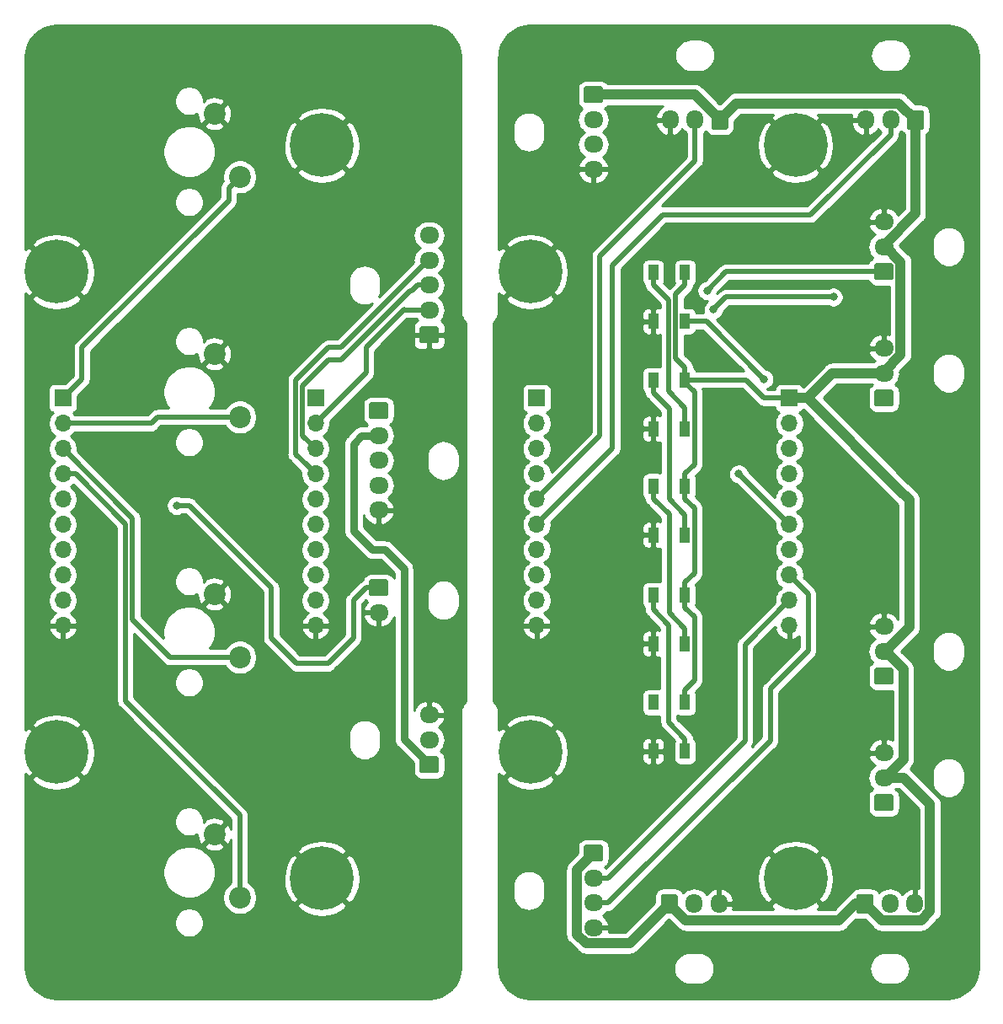
<source format=gbr>
G04 #@! TF.GenerationSoftware,KiCad,Pcbnew,(5.1.5)-3*
G04 #@! TF.CreationDate,2021-11-03T12:58:55+09:00*
G04 #@! TF.ProjectId,control_interface_boad_2021-2,636f6e74-726f-46c5-9f69-6e7465726661,rev?*
G04 #@! TF.SameCoordinates,Original*
G04 #@! TF.FileFunction,Copper,L1,Top*
G04 #@! TF.FilePolarity,Positive*
%FSLAX46Y46*%
G04 Gerber Fmt 4.6, Leading zero omitted, Abs format (unit mm)*
G04 Created by KiCad (PCBNEW (5.1.5)-3) date 2021-11-03 12:58:55*
%MOMM*%
%LPD*%
G04 APERTURE LIST*
%ADD10O,1.700000X1.950000*%
%ADD11C,0.100000*%
%ADD12O,1.950000X1.700000*%
%ADD13O,1.700000X1.700000*%
%ADD14R,1.700000X1.700000*%
%ADD15C,6.400000*%
%ADD16R,1.000000X1.500000*%
%ADD17C,2.200000*%
%ADD18C,0.800000*%
%ADD19C,0.500000*%
%ADD20C,0.750000*%
%ADD21C,1.000000*%
%ADD22C,0.254000*%
G04 APERTURE END LIST*
D10*
X129460000Y-114300000D03*
X126960000Y-114300000D03*
G04 #@! TA.AperFunction,ComponentPad*
D11*
G36*
X125084504Y-113326204D02*
G01*
X125108773Y-113329804D01*
X125132571Y-113335765D01*
X125155671Y-113344030D01*
X125177849Y-113354520D01*
X125198893Y-113367133D01*
X125218598Y-113381747D01*
X125236777Y-113398223D01*
X125253253Y-113416402D01*
X125267867Y-113436107D01*
X125280480Y-113457151D01*
X125290970Y-113479329D01*
X125299235Y-113502429D01*
X125305196Y-113526227D01*
X125308796Y-113550496D01*
X125310000Y-113575000D01*
X125310000Y-115025000D01*
X125308796Y-115049504D01*
X125305196Y-115073773D01*
X125299235Y-115097571D01*
X125290970Y-115120671D01*
X125280480Y-115142849D01*
X125267867Y-115163893D01*
X125253253Y-115183598D01*
X125236777Y-115201777D01*
X125218598Y-115218253D01*
X125198893Y-115232867D01*
X125177849Y-115245480D01*
X125155671Y-115255970D01*
X125132571Y-115264235D01*
X125108773Y-115270196D01*
X125084504Y-115273796D01*
X125060000Y-115275000D01*
X123860000Y-115275000D01*
X123835496Y-115273796D01*
X123811227Y-115270196D01*
X123787429Y-115264235D01*
X123764329Y-115255970D01*
X123742151Y-115245480D01*
X123721107Y-115232867D01*
X123701402Y-115218253D01*
X123683223Y-115201777D01*
X123666747Y-115183598D01*
X123652133Y-115163893D01*
X123639520Y-115142849D01*
X123629030Y-115120671D01*
X123620765Y-115097571D01*
X123614804Y-115073773D01*
X123611204Y-115049504D01*
X123610000Y-115025000D01*
X123610000Y-113575000D01*
X123611204Y-113550496D01*
X123614804Y-113526227D01*
X123620765Y-113502429D01*
X123629030Y-113479329D01*
X123639520Y-113457151D01*
X123652133Y-113436107D01*
X123666747Y-113416402D01*
X123683223Y-113398223D01*
X123701402Y-113381747D01*
X123721107Y-113367133D01*
X123742151Y-113354520D01*
X123764329Y-113344030D01*
X123787429Y-113335765D01*
X123811227Y-113329804D01*
X123835496Y-113326204D01*
X123860000Y-113325000D01*
X125060000Y-113325000D01*
X125084504Y-113326204D01*
G37*
G04 #@! TD.AperFunction*
D10*
X149145000Y-114300000D03*
X146645000Y-114300000D03*
G04 #@! TA.AperFunction,ComponentPad*
D11*
G36*
X144769504Y-113326204D02*
G01*
X144793773Y-113329804D01*
X144817571Y-113335765D01*
X144840671Y-113344030D01*
X144862849Y-113354520D01*
X144883893Y-113367133D01*
X144903598Y-113381747D01*
X144921777Y-113398223D01*
X144938253Y-113416402D01*
X144952867Y-113436107D01*
X144965480Y-113457151D01*
X144975970Y-113479329D01*
X144984235Y-113502429D01*
X144990196Y-113526227D01*
X144993796Y-113550496D01*
X144995000Y-113575000D01*
X144995000Y-115025000D01*
X144993796Y-115049504D01*
X144990196Y-115073773D01*
X144984235Y-115097571D01*
X144975970Y-115120671D01*
X144965480Y-115142849D01*
X144952867Y-115163893D01*
X144938253Y-115183598D01*
X144921777Y-115201777D01*
X144903598Y-115218253D01*
X144883893Y-115232867D01*
X144862849Y-115245480D01*
X144840671Y-115255970D01*
X144817571Y-115264235D01*
X144793773Y-115270196D01*
X144769504Y-115273796D01*
X144745000Y-115275000D01*
X143545000Y-115275000D01*
X143520496Y-115273796D01*
X143496227Y-115270196D01*
X143472429Y-115264235D01*
X143449329Y-115255970D01*
X143427151Y-115245480D01*
X143406107Y-115232867D01*
X143386402Y-115218253D01*
X143368223Y-115201777D01*
X143351747Y-115183598D01*
X143337133Y-115163893D01*
X143324520Y-115142849D01*
X143314030Y-115120671D01*
X143305765Y-115097571D01*
X143299804Y-115073773D01*
X143296204Y-115049504D01*
X143295000Y-115025000D01*
X143295000Y-113575000D01*
X143296204Y-113550496D01*
X143299804Y-113526227D01*
X143305765Y-113502429D01*
X143314030Y-113479329D01*
X143324520Y-113457151D01*
X143337133Y-113436107D01*
X143351747Y-113416402D01*
X143368223Y-113398223D01*
X143386402Y-113381747D01*
X143406107Y-113367133D01*
X143427151Y-113354520D01*
X143449329Y-113344030D01*
X143472429Y-113335765D01*
X143496227Y-113329804D01*
X143520496Y-113326204D01*
X143545000Y-113325000D01*
X144745000Y-113325000D01*
X144769504Y-113326204D01*
G37*
G04 #@! TD.AperFunction*
D10*
X144225000Y-35560000D03*
X146725000Y-35560000D03*
G04 #@! TA.AperFunction,ComponentPad*
D11*
G36*
X149849504Y-34586204D02*
G01*
X149873773Y-34589804D01*
X149897571Y-34595765D01*
X149920671Y-34604030D01*
X149942849Y-34614520D01*
X149963893Y-34627133D01*
X149983598Y-34641747D01*
X150001777Y-34658223D01*
X150018253Y-34676402D01*
X150032867Y-34696107D01*
X150045480Y-34717151D01*
X150055970Y-34739329D01*
X150064235Y-34762429D01*
X150070196Y-34786227D01*
X150073796Y-34810496D01*
X150075000Y-34835000D01*
X150075000Y-36285000D01*
X150073796Y-36309504D01*
X150070196Y-36333773D01*
X150064235Y-36357571D01*
X150055970Y-36380671D01*
X150045480Y-36402849D01*
X150032867Y-36423893D01*
X150018253Y-36443598D01*
X150001777Y-36461777D01*
X149983598Y-36478253D01*
X149963893Y-36492867D01*
X149942849Y-36505480D01*
X149920671Y-36515970D01*
X149897571Y-36524235D01*
X149873773Y-36530196D01*
X149849504Y-36533796D01*
X149825000Y-36535000D01*
X148625000Y-36535000D01*
X148600496Y-36533796D01*
X148576227Y-36530196D01*
X148552429Y-36524235D01*
X148529329Y-36515970D01*
X148507151Y-36505480D01*
X148486107Y-36492867D01*
X148466402Y-36478253D01*
X148448223Y-36461777D01*
X148431747Y-36443598D01*
X148417133Y-36423893D01*
X148404520Y-36402849D01*
X148394030Y-36380671D01*
X148385765Y-36357571D01*
X148379804Y-36333773D01*
X148376204Y-36309504D01*
X148375000Y-36285000D01*
X148375000Y-34835000D01*
X148376204Y-34810496D01*
X148379804Y-34786227D01*
X148385765Y-34762429D01*
X148394030Y-34739329D01*
X148404520Y-34717151D01*
X148417133Y-34696107D01*
X148431747Y-34676402D01*
X148448223Y-34658223D01*
X148466402Y-34641747D01*
X148486107Y-34627133D01*
X148507151Y-34614520D01*
X148529329Y-34604030D01*
X148552429Y-34595765D01*
X148576227Y-34589804D01*
X148600496Y-34586204D01*
X148625000Y-34585000D01*
X149825000Y-34585000D01*
X149849504Y-34586204D01*
G37*
G04 #@! TD.AperFunction*
D10*
X124540000Y-35560000D03*
X127040000Y-35560000D03*
G04 #@! TA.AperFunction,ComponentPad*
D11*
G36*
X130164504Y-34586204D02*
G01*
X130188773Y-34589804D01*
X130212571Y-34595765D01*
X130235671Y-34604030D01*
X130257849Y-34614520D01*
X130278893Y-34627133D01*
X130298598Y-34641747D01*
X130316777Y-34658223D01*
X130333253Y-34676402D01*
X130347867Y-34696107D01*
X130360480Y-34717151D01*
X130370970Y-34739329D01*
X130379235Y-34762429D01*
X130385196Y-34786227D01*
X130388796Y-34810496D01*
X130390000Y-34835000D01*
X130390000Y-36285000D01*
X130388796Y-36309504D01*
X130385196Y-36333773D01*
X130379235Y-36357571D01*
X130370970Y-36380671D01*
X130360480Y-36402849D01*
X130347867Y-36423893D01*
X130333253Y-36443598D01*
X130316777Y-36461777D01*
X130298598Y-36478253D01*
X130278893Y-36492867D01*
X130257849Y-36505480D01*
X130235671Y-36515970D01*
X130212571Y-36524235D01*
X130188773Y-36530196D01*
X130164504Y-36533796D01*
X130140000Y-36535000D01*
X128940000Y-36535000D01*
X128915496Y-36533796D01*
X128891227Y-36530196D01*
X128867429Y-36524235D01*
X128844329Y-36515970D01*
X128822151Y-36505480D01*
X128801107Y-36492867D01*
X128781402Y-36478253D01*
X128763223Y-36461777D01*
X128746747Y-36443598D01*
X128732133Y-36423893D01*
X128719520Y-36402849D01*
X128709030Y-36380671D01*
X128700765Y-36357571D01*
X128694804Y-36333773D01*
X128691204Y-36309504D01*
X128690000Y-36285000D01*
X128690000Y-34835000D01*
X128691204Y-34810496D01*
X128694804Y-34786227D01*
X128700765Y-34762429D01*
X128709030Y-34739329D01*
X128719520Y-34717151D01*
X128732133Y-34696107D01*
X128746747Y-34676402D01*
X128763223Y-34658223D01*
X128781402Y-34641747D01*
X128801107Y-34627133D01*
X128822151Y-34614520D01*
X128844329Y-34604030D01*
X128867429Y-34595765D01*
X128891227Y-34589804D01*
X128915496Y-34586204D01*
X128940000Y-34585000D01*
X130140000Y-34585000D01*
X130164504Y-34586204D01*
G37*
G04 #@! TD.AperFunction*
D12*
X116840000Y-40520000D03*
X116840000Y-38020000D03*
X116840000Y-35520000D03*
G04 #@! TA.AperFunction,ComponentPad*
D11*
G36*
X117589504Y-32171204D02*
G01*
X117613773Y-32174804D01*
X117637571Y-32180765D01*
X117660671Y-32189030D01*
X117682849Y-32199520D01*
X117703893Y-32212133D01*
X117723598Y-32226747D01*
X117741777Y-32243223D01*
X117758253Y-32261402D01*
X117772867Y-32281107D01*
X117785480Y-32302151D01*
X117795970Y-32324329D01*
X117804235Y-32347429D01*
X117810196Y-32371227D01*
X117813796Y-32395496D01*
X117815000Y-32420000D01*
X117815000Y-33620000D01*
X117813796Y-33644504D01*
X117810196Y-33668773D01*
X117804235Y-33692571D01*
X117795970Y-33715671D01*
X117785480Y-33737849D01*
X117772867Y-33758893D01*
X117758253Y-33778598D01*
X117741777Y-33796777D01*
X117723598Y-33813253D01*
X117703893Y-33827867D01*
X117682849Y-33840480D01*
X117660671Y-33850970D01*
X117637571Y-33859235D01*
X117613773Y-33865196D01*
X117589504Y-33868796D01*
X117565000Y-33870000D01*
X116115000Y-33870000D01*
X116090496Y-33868796D01*
X116066227Y-33865196D01*
X116042429Y-33859235D01*
X116019329Y-33850970D01*
X115997151Y-33840480D01*
X115976107Y-33827867D01*
X115956402Y-33813253D01*
X115938223Y-33796777D01*
X115921747Y-33778598D01*
X115907133Y-33758893D01*
X115894520Y-33737849D01*
X115884030Y-33715671D01*
X115875765Y-33692571D01*
X115869804Y-33668773D01*
X115866204Y-33644504D01*
X115865000Y-33620000D01*
X115865000Y-32420000D01*
X115866204Y-32395496D01*
X115869804Y-32371227D01*
X115875765Y-32347429D01*
X115884030Y-32324329D01*
X115894520Y-32302151D01*
X115907133Y-32281107D01*
X115921747Y-32261402D01*
X115938223Y-32243223D01*
X115956402Y-32226747D01*
X115976107Y-32212133D01*
X115997151Y-32199520D01*
X116019329Y-32189030D01*
X116042429Y-32180765D01*
X116066227Y-32174804D01*
X116090496Y-32171204D01*
X116115000Y-32170000D01*
X117565000Y-32170000D01*
X117589504Y-32171204D01*
G37*
G04 #@! TD.AperFunction*
D12*
X116840000Y-116720000D03*
X116840000Y-114220000D03*
X116840000Y-111720000D03*
G04 #@! TA.AperFunction,ComponentPad*
D11*
G36*
X117589504Y-108371204D02*
G01*
X117613773Y-108374804D01*
X117637571Y-108380765D01*
X117660671Y-108389030D01*
X117682849Y-108399520D01*
X117703893Y-108412133D01*
X117723598Y-108426747D01*
X117741777Y-108443223D01*
X117758253Y-108461402D01*
X117772867Y-108481107D01*
X117785480Y-108502151D01*
X117795970Y-108524329D01*
X117804235Y-108547429D01*
X117810196Y-108571227D01*
X117813796Y-108595496D01*
X117815000Y-108620000D01*
X117815000Y-109820000D01*
X117813796Y-109844504D01*
X117810196Y-109868773D01*
X117804235Y-109892571D01*
X117795970Y-109915671D01*
X117785480Y-109937849D01*
X117772867Y-109958893D01*
X117758253Y-109978598D01*
X117741777Y-109996777D01*
X117723598Y-110013253D01*
X117703893Y-110027867D01*
X117682849Y-110040480D01*
X117660671Y-110050970D01*
X117637571Y-110059235D01*
X117613773Y-110065196D01*
X117589504Y-110068796D01*
X117565000Y-110070000D01*
X116115000Y-110070000D01*
X116090496Y-110068796D01*
X116066227Y-110065196D01*
X116042429Y-110059235D01*
X116019329Y-110050970D01*
X115997151Y-110040480D01*
X115976107Y-110027867D01*
X115956402Y-110013253D01*
X115938223Y-109996777D01*
X115921747Y-109978598D01*
X115907133Y-109958893D01*
X115894520Y-109937849D01*
X115884030Y-109915671D01*
X115875765Y-109892571D01*
X115869804Y-109868773D01*
X115866204Y-109844504D01*
X115865000Y-109820000D01*
X115865000Y-108620000D01*
X115866204Y-108595496D01*
X115869804Y-108571227D01*
X115875765Y-108547429D01*
X115884030Y-108524329D01*
X115894520Y-108502151D01*
X115907133Y-108481107D01*
X115921747Y-108461402D01*
X115938223Y-108443223D01*
X115956402Y-108426747D01*
X115976107Y-108412133D01*
X115997151Y-108399520D01*
X116019329Y-108389030D01*
X116042429Y-108380765D01*
X116066227Y-108374804D01*
X116090496Y-108371204D01*
X116115000Y-108370000D01*
X117565000Y-108370000D01*
X117589504Y-108371204D01*
G37*
G04 #@! TD.AperFunction*
D12*
X146050000Y-99140000D03*
X146050000Y-101640000D03*
G04 #@! TA.AperFunction,ComponentPad*
D11*
G36*
X146799504Y-103291204D02*
G01*
X146823773Y-103294804D01*
X146847571Y-103300765D01*
X146870671Y-103309030D01*
X146892849Y-103319520D01*
X146913893Y-103332133D01*
X146933598Y-103346747D01*
X146951777Y-103363223D01*
X146968253Y-103381402D01*
X146982867Y-103401107D01*
X146995480Y-103422151D01*
X147005970Y-103444329D01*
X147014235Y-103467429D01*
X147020196Y-103491227D01*
X147023796Y-103515496D01*
X147025000Y-103540000D01*
X147025000Y-104740000D01*
X147023796Y-104764504D01*
X147020196Y-104788773D01*
X147014235Y-104812571D01*
X147005970Y-104835671D01*
X146995480Y-104857849D01*
X146982867Y-104878893D01*
X146968253Y-104898598D01*
X146951777Y-104916777D01*
X146933598Y-104933253D01*
X146913893Y-104947867D01*
X146892849Y-104960480D01*
X146870671Y-104970970D01*
X146847571Y-104979235D01*
X146823773Y-104985196D01*
X146799504Y-104988796D01*
X146775000Y-104990000D01*
X145325000Y-104990000D01*
X145300496Y-104988796D01*
X145276227Y-104985196D01*
X145252429Y-104979235D01*
X145229329Y-104970970D01*
X145207151Y-104960480D01*
X145186107Y-104947867D01*
X145166402Y-104933253D01*
X145148223Y-104916777D01*
X145131747Y-104898598D01*
X145117133Y-104878893D01*
X145104520Y-104857849D01*
X145094030Y-104835671D01*
X145085765Y-104812571D01*
X145079804Y-104788773D01*
X145076204Y-104764504D01*
X145075000Y-104740000D01*
X145075000Y-103540000D01*
X145076204Y-103515496D01*
X145079804Y-103491227D01*
X145085765Y-103467429D01*
X145094030Y-103444329D01*
X145104520Y-103422151D01*
X145117133Y-103401107D01*
X145131747Y-103381402D01*
X145148223Y-103363223D01*
X145166402Y-103346747D01*
X145186107Y-103332133D01*
X145207151Y-103319520D01*
X145229329Y-103309030D01*
X145252429Y-103300765D01*
X145276227Y-103294804D01*
X145300496Y-103291204D01*
X145325000Y-103290000D01*
X146775000Y-103290000D01*
X146799504Y-103291204D01*
G37*
G04 #@! TD.AperFunction*
D12*
X146050000Y-86440000D03*
X146050000Y-88940000D03*
G04 #@! TA.AperFunction,ComponentPad*
D11*
G36*
X146799504Y-90591204D02*
G01*
X146823773Y-90594804D01*
X146847571Y-90600765D01*
X146870671Y-90609030D01*
X146892849Y-90619520D01*
X146913893Y-90632133D01*
X146933598Y-90646747D01*
X146951777Y-90663223D01*
X146968253Y-90681402D01*
X146982867Y-90701107D01*
X146995480Y-90722151D01*
X147005970Y-90744329D01*
X147014235Y-90767429D01*
X147020196Y-90791227D01*
X147023796Y-90815496D01*
X147025000Y-90840000D01*
X147025000Y-92040000D01*
X147023796Y-92064504D01*
X147020196Y-92088773D01*
X147014235Y-92112571D01*
X147005970Y-92135671D01*
X146995480Y-92157849D01*
X146982867Y-92178893D01*
X146968253Y-92198598D01*
X146951777Y-92216777D01*
X146933598Y-92233253D01*
X146913893Y-92247867D01*
X146892849Y-92260480D01*
X146870671Y-92270970D01*
X146847571Y-92279235D01*
X146823773Y-92285196D01*
X146799504Y-92288796D01*
X146775000Y-92290000D01*
X145325000Y-92290000D01*
X145300496Y-92288796D01*
X145276227Y-92285196D01*
X145252429Y-92279235D01*
X145229329Y-92270970D01*
X145207151Y-92260480D01*
X145186107Y-92247867D01*
X145166402Y-92233253D01*
X145148223Y-92216777D01*
X145131747Y-92198598D01*
X145117133Y-92178893D01*
X145104520Y-92157849D01*
X145094030Y-92135671D01*
X145085765Y-92112571D01*
X145079804Y-92088773D01*
X145076204Y-92064504D01*
X145075000Y-92040000D01*
X145075000Y-90840000D01*
X145076204Y-90815496D01*
X145079804Y-90791227D01*
X145085765Y-90767429D01*
X145094030Y-90744329D01*
X145104520Y-90722151D01*
X145117133Y-90701107D01*
X145131747Y-90681402D01*
X145148223Y-90663223D01*
X145166402Y-90646747D01*
X145186107Y-90632133D01*
X145207151Y-90619520D01*
X145229329Y-90609030D01*
X145252429Y-90600765D01*
X145276227Y-90594804D01*
X145300496Y-90591204D01*
X145325000Y-90590000D01*
X146775000Y-90590000D01*
X146799504Y-90591204D01*
G37*
G04 #@! TD.AperFunction*
D12*
X146050000Y-58500000D03*
X146050000Y-61000000D03*
G04 #@! TA.AperFunction,ComponentPad*
D11*
G36*
X146799504Y-62651204D02*
G01*
X146823773Y-62654804D01*
X146847571Y-62660765D01*
X146870671Y-62669030D01*
X146892849Y-62679520D01*
X146913893Y-62692133D01*
X146933598Y-62706747D01*
X146951777Y-62723223D01*
X146968253Y-62741402D01*
X146982867Y-62761107D01*
X146995480Y-62782151D01*
X147005970Y-62804329D01*
X147014235Y-62827429D01*
X147020196Y-62851227D01*
X147023796Y-62875496D01*
X147025000Y-62900000D01*
X147025000Y-64100000D01*
X147023796Y-64124504D01*
X147020196Y-64148773D01*
X147014235Y-64172571D01*
X147005970Y-64195671D01*
X146995480Y-64217849D01*
X146982867Y-64238893D01*
X146968253Y-64258598D01*
X146951777Y-64276777D01*
X146933598Y-64293253D01*
X146913893Y-64307867D01*
X146892849Y-64320480D01*
X146870671Y-64330970D01*
X146847571Y-64339235D01*
X146823773Y-64345196D01*
X146799504Y-64348796D01*
X146775000Y-64350000D01*
X145325000Y-64350000D01*
X145300496Y-64348796D01*
X145276227Y-64345196D01*
X145252429Y-64339235D01*
X145229329Y-64330970D01*
X145207151Y-64320480D01*
X145186107Y-64307867D01*
X145166402Y-64293253D01*
X145148223Y-64276777D01*
X145131747Y-64258598D01*
X145117133Y-64238893D01*
X145104520Y-64217849D01*
X145094030Y-64195671D01*
X145085765Y-64172571D01*
X145079804Y-64148773D01*
X145076204Y-64124504D01*
X145075000Y-64100000D01*
X145075000Y-62900000D01*
X145076204Y-62875496D01*
X145079804Y-62851227D01*
X145085765Y-62827429D01*
X145094030Y-62804329D01*
X145104520Y-62782151D01*
X145117133Y-62761107D01*
X145131747Y-62741402D01*
X145148223Y-62723223D01*
X145166402Y-62706747D01*
X145186107Y-62692133D01*
X145207151Y-62679520D01*
X145229329Y-62669030D01*
X145252429Y-62660765D01*
X145276227Y-62654804D01*
X145300496Y-62651204D01*
X145325000Y-62650000D01*
X146775000Y-62650000D01*
X146799504Y-62651204D01*
G37*
G04 #@! TD.AperFunction*
D12*
X146050000Y-45800000D03*
X146050000Y-48300000D03*
G04 #@! TA.AperFunction,ComponentPad*
D11*
G36*
X146799504Y-49951204D02*
G01*
X146823773Y-49954804D01*
X146847571Y-49960765D01*
X146870671Y-49969030D01*
X146892849Y-49979520D01*
X146913893Y-49992133D01*
X146933598Y-50006747D01*
X146951777Y-50023223D01*
X146968253Y-50041402D01*
X146982867Y-50061107D01*
X146995480Y-50082151D01*
X147005970Y-50104329D01*
X147014235Y-50127429D01*
X147020196Y-50151227D01*
X147023796Y-50175496D01*
X147025000Y-50200000D01*
X147025000Y-51400000D01*
X147023796Y-51424504D01*
X147020196Y-51448773D01*
X147014235Y-51472571D01*
X147005970Y-51495671D01*
X146995480Y-51517849D01*
X146982867Y-51538893D01*
X146968253Y-51558598D01*
X146951777Y-51576777D01*
X146933598Y-51593253D01*
X146913893Y-51607867D01*
X146892849Y-51620480D01*
X146870671Y-51630970D01*
X146847571Y-51639235D01*
X146823773Y-51645196D01*
X146799504Y-51648796D01*
X146775000Y-51650000D01*
X145325000Y-51650000D01*
X145300496Y-51648796D01*
X145276227Y-51645196D01*
X145252429Y-51639235D01*
X145229329Y-51630970D01*
X145207151Y-51620480D01*
X145186107Y-51607867D01*
X145166402Y-51593253D01*
X145148223Y-51576777D01*
X145131747Y-51558598D01*
X145117133Y-51538893D01*
X145104520Y-51517849D01*
X145094030Y-51495671D01*
X145085765Y-51472571D01*
X145079804Y-51448773D01*
X145076204Y-51424504D01*
X145075000Y-51400000D01*
X145075000Y-50200000D01*
X145076204Y-50175496D01*
X145079804Y-50151227D01*
X145085765Y-50127429D01*
X145094030Y-50104329D01*
X145104520Y-50082151D01*
X145117133Y-50061107D01*
X145131747Y-50041402D01*
X145148223Y-50023223D01*
X145166402Y-50006747D01*
X145186107Y-49992133D01*
X145207151Y-49979520D01*
X145229329Y-49969030D01*
X145252429Y-49960765D01*
X145276227Y-49954804D01*
X145300496Y-49951204D01*
X145325000Y-49950000D01*
X146775000Y-49950000D01*
X146799504Y-49951204D01*
G37*
G04 #@! TD.AperFunction*
D13*
X136525000Y-86360000D03*
X136525000Y-83820000D03*
X136525000Y-81280000D03*
X136525000Y-78740000D03*
X136525000Y-76200000D03*
X136525000Y-73660000D03*
X136525000Y-71120000D03*
X136525000Y-68580000D03*
X136525000Y-66040000D03*
D14*
X136525000Y-63500000D03*
D13*
X111125000Y-86360000D03*
X111125000Y-83820000D03*
X111125000Y-81280000D03*
X111125000Y-78740000D03*
X111125000Y-76200000D03*
X111125000Y-73660000D03*
X111125000Y-71120000D03*
X111125000Y-68580000D03*
X111125000Y-66040000D03*
D14*
X111125000Y-63500000D03*
D15*
X137160000Y-111760000D03*
X137160000Y-38100000D03*
X110490000Y-99060000D03*
X110490000Y-50800000D03*
D16*
X126060000Y-94070000D03*
X122860000Y-94070000D03*
X126060000Y-98970000D03*
X122860000Y-98970000D03*
X126060000Y-83275000D03*
X122860000Y-83275000D03*
X126060000Y-88175000D03*
X122860000Y-88175000D03*
X126060000Y-72340000D03*
X122860000Y-72340000D03*
X126060000Y-77240000D03*
X122860000Y-77240000D03*
X126060000Y-61685000D03*
X122860000Y-61685000D03*
X126060000Y-66585000D03*
X122860000Y-66585000D03*
X126060000Y-50890000D03*
X122860000Y-50890000D03*
X126060000Y-55790000D03*
X122860000Y-55790000D03*
D15*
X89535000Y-111760000D03*
X89535000Y-38100000D03*
X62865000Y-99060000D03*
X62865000Y-50800000D03*
D17*
X78740000Y-107315000D03*
X81280000Y-113665000D03*
X78740000Y-83185000D03*
X81280000Y-89535000D03*
X78740000Y-59055000D03*
X81280000Y-65405000D03*
X78740000Y-34925000D03*
X81280000Y-41275000D03*
D12*
X100330000Y-95330000D03*
X100330000Y-97830000D03*
G04 #@! TA.AperFunction,ComponentPad*
D11*
G36*
X101079504Y-99481204D02*
G01*
X101103773Y-99484804D01*
X101127571Y-99490765D01*
X101150671Y-99499030D01*
X101172849Y-99509520D01*
X101193893Y-99522133D01*
X101213598Y-99536747D01*
X101231777Y-99553223D01*
X101248253Y-99571402D01*
X101262867Y-99591107D01*
X101275480Y-99612151D01*
X101285970Y-99634329D01*
X101294235Y-99657429D01*
X101300196Y-99681227D01*
X101303796Y-99705496D01*
X101305000Y-99730000D01*
X101305000Y-100930000D01*
X101303796Y-100954504D01*
X101300196Y-100978773D01*
X101294235Y-101002571D01*
X101285970Y-101025671D01*
X101275480Y-101047849D01*
X101262867Y-101068893D01*
X101248253Y-101088598D01*
X101231777Y-101106777D01*
X101213598Y-101123253D01*
X101193893Y-101137867D01*
X101172849Y-101150480D01*
X101150671Y-101160970D01*
X101127571Y-101169235D01*
X101103773Y-101175196D01*
X101079504Y-101178796D01*
X101055000Y-101180000D01*
X99605000Y-101180000D01*
X99580496Y-101178796D01*
X99556227Y-101175196D01*
X99532429Y-101169235D01*
X99509329Y-101160970D01*
X99487151Y-101150480D01*
X99466107Y-101137867D01*
X99446402Y-101123253D01*
X99428223Y-101106777D01*
X99411747Y-101088598D01*
X99397133Y-101068893D01*
X99384520Y-101047849D01*
X99374030Y-101025671D01*
X99365765Y-101002571D01*
X99359804Y-100978773D01*
X99356204Y-100954504D01*
X99355000Y-100930000D01*
X99355000Y-99730000D01*
X99356204Y-99705496D01*
X99359804Y-99681227D01*
X99365765Y-99657429D01*
X99374030Y-99634329D01*
X99384520Y-99612151D01*
X99397133Y-99591107D01*
X99411747Y-99571402D01*
X99428223Y-99553223D01*
X99446402Y-99536747D01*
X99466107Y-99522133D01*
X99487151Y-99509520D01*
X99509329Y-99499030D01*
X99532429Y-99490765D01*
X99556227Y-99484804D01*
X99580496Y-99481204D01*
X99605000Y-99480000D01*
X101055000Y-99480000D01*
X101079504Y-99481204D01*
G37*
G04 #@! TD.AperFunction*
D12*
X95250000Y-74770000D03*
X95250000Y-72270000D03*
X95250000Y-69770000D03*
X95250000Y-67270000D03*
G04 #@! TA.AperFunction,ComponentPad*
D11*
G36*
X95999504Y-63921204D02*
G01*
X96023773Y-63924804D01*
X96047571Y-63930765D01*
X96070671Y-63939030D01*
X96092849Y-63949520D01*
X96113893Y-63962133D01*
X96133598Y-63976747D01*
X96151777Y-63993223D01*
X96168253Y-64011402D01*
X96182867Y-64031107D01*
X96195480Y-64052151D01*
X96205970Y-64074329D01*
X96214235Y-64097429D01*
X96220196Y-64121227D01*
X96223796Y-64145496D01*
X96225000Y-64170000D01*
X96225000Y-65370000D01*
X96223796Y-65394504D01*
X96220196Y-65418773D01*
X96214235Y-65442571D01*
X96205970Y-65465671D01*
X96195480Y-65487849D01*
X96182867Y-65508893D01*
X96168253Y-65528598D01*
X96151777Y-65546777D01*
X96133598Y-65563253D01*
X96113893Y-65577867D01*
X96092849Y-65590480D01*
X96070671Y-65600970D01*
X96047571Y-65609235D01*
X96023773Y-65615196D01*
X95999504Y-65618796D01*
X95975000Y-65620000D01*
X94525000Y-65620000D01*
X94500496Y-65618796D01*
X94476227Y-65615196D01*
X94452429Y-65609235D01*
X94429329Y-65600970D01*
X94407151Y-65590480D01*
X94386107Y-65577867D01*
X94366402Y-65563253D01*
X94348223Y-65546777D01*
X94331747Y-65528598D01*
X94317133Y-65508893D01*
X94304520Y-65487849D01*
X94294030Y-65465671D01*
X94285765Y-65442571D01*
X94279804Y-65418773D01*
X94276204Y-65394504D01*
X94275000Y-65370000D01*
X94275000Y-64170000D01*
X94276204Y-64145496D01*
X94279804Y-64121227D01*
X94285765Y-64097429D01*
X94294030Y-64074329D01*
X94304520Y-64052151D01*
X94317133Y-64031107D01*
X94331747Y-64011402D01*
X94348223Y-63993223D01*
X94366402Y-63976747D01*
X94386107Y-63962133D01*
X94407151Y-63949520D01*
X94429329Y-63939030D01*
X94452429Y-63930765D01*
X94476227Y-63924804D01*
X94500496Y-63921204D01*
X94525000Y-63920000D01*
X95975000Y-63920000D01*
X95999504Y-63921204D01*
G37*
G04 #@! TD.AperFunction*
D12*
X100330000Y-47150000D03*
X100330000Y-49650000D03*
X100330000Y-52150000D03*
X100330000Y-54650000D03*
G04 #@! TA.AperFunction,ComponentPad*
D11*
G36*
X101079504Y-56301204D02*
G01*
X101103773Y-56304804D01*
X101127571Y-56310765D01*
X101150671Y-56319030D01*
X101172849Y-56329520D01*
X101193893Y-56342133D01*
X101213598Y-56356747D01*
X101231777Y-56373223D01*
X101248253Y-56391402D01*
X101262867Y-56411107D01*
X101275480Y-56432151D01*
X101285970Y-56454329D01*
X101294235Y-56477429D01*
X101300196Y-56501227D01*
X101303796Y-56525496D01*
X101305000Y-56550000D01*
X101305000Y-57750000D01*
X101303796Y-57774504D01*
X101300196Y-57798773D01*
X101294235Y-57822571D01*
X101285970Y-57845671D01*
X101275480Y-57867849D01*
X101262867Y-57888893D01*
X101248253Y-57908598D01*
X101231777Y-57926777D01*
X101213598Y-57943253D01*
X101193893Y-57957867D01*
X101172849Y-57970480D01*
X101150671Y-57980970D01*
X101127571Y-57989235D01*
X101103773Y-57995196D01*
X101079504Y-57998796D01*
X101055000Y-58000000D01*
X99605000Y-58000000D01*
X99580496Y-57998796D01*
X99556227Y-57995196D01*
X99532429Y-57989235D01*
X99509329Y-57980970D01*
X99487151Y-57970480D01*
X99466107Y-57957867D01*
X99446402Y-57943253D01*
X99428223Y-57926777D01*
X99411747Y-57908598D01*
X99397133Y-57888893D01*
X99384520Y-57867849D01*
X99374030Y-57845671D01*
X99365765Y-57822571D01*
X99359804Y-57798773D01*
X99356204Y-57774504D01*
X99355000Y-57750000D01*
X99355000Y-56550000D01*
X99356204Y-56525496D01*
X99359804Y-56501227D01*
X99365765Y-56477429D01*
X99374030Y-56454329D01*
X99384520Y-56432151D01*
X99397133Y-56411107D01*
X99411747Y-56391402D01*
X99428223Y-56373223D01*
X99446402Y-56356747D01*
X99466107Y-56342133D01*
X99487151Y-56329520D01*
X99509329Y-56319030D01*
X99532429Y-56310765D01*
X99556227Y-56304804D01*
X99580496Y-56301204D01*
X99605000Y-56300000D01*
X101055000Y-56300000D01*
X101079504Y-56301204D01*
G37*
G04 #@! TD.AperFunction*
D12*
X95250000Y-85050000D03*
G04 #@! TA.AperFunction,ComponentPad*
D11*
G36*
X95999504Y-81701204D02*
G01*
X96023773Y-81704804D01*
X96047571Y-81710765D01*
X96070671Y-81719030D01*
X96092849Y-81729520D01*
X96113893Y-81742133D01*
X96133598Y-81756747D01*
X96151777Y-81773223D01*
X96168253Y-81791402D01*
X96182867Y-81811107D01*
X96195480Y-81832151D01*
X96205970Y-81854329D01*
X96214235Y-81877429D01*
X96220196Y-81901227D01*
X96223796Y-81925496D01*
X96225000Y-81950000D01*
X96225000Y-83150000D01*
X96223796Y-83174504D01*
X96220196Y-83198773D01*
X96214235Y-83222571D01*
X96205970Y-83245671D01*
X96195480Y-83267849D01*
X96182867Y-83288893D01*
X96168253Y-83308598D01*
X96151777Y-83326777D01*
X96133598Y-83343253D01*
X96113893Y-83357867D01*
X96092849Y-83370480D01*
X96070671Y-83380970D01*
X96047571Y-83389235D01*
X96023773Y-83395196D01*
X95999504Y-83398796D01*
X95975000Y-83400000D01*
X94525000Y-83400000D01*
X94500496Y-83398796D01*
X94476227Y-83395196D01*
X94452429Y-83389235D01*
X94429329Y-83380970D01*
X94407151Y-83370480D01*
X94386107Y-83357867D01*
X94366402Y-83343253D01*
X94348223Y-83326777D01*
X94331747Y-83308598D01*
X94317133Y-83288893D01*
X94304520Y-83267849D01*
X94294030Y-83245671D01*
X94285765Y-83222571D01*
X94279804Y-83198773D01*
X94276204Y-83174504D01*
X94275000Y-83150000D01*
X94275000Y-81950000D01*
X94276204Y-81925496D01*
X94279804Y-81901227D01*
X94285765Y-81877429D01*
X94294030Y-81854329D01*
X94304520Y-81832151D01*
X94317133Y-81811107D01*
X94331747Y-81791402D01*
X94348223Y-81773223D01*
X94366402Y-81756747D01*
X94386107Y-81742133D01*
X94407151Y-81729520D01*
X94429329Y-81719030D01*
X94452429Y-81710765D01*
X94476227Y-81704804D01*
X94500496Y-81701204D01*
X94525000Y-81700000D01*
X95975000Y-81700000D01*
X95999504Y-81701204D01*
G37*
G04 #@! TD.AperFunction*
D13*
X88900000Y-86360000D03*
X88900000Y-83820000D03*
X88900000Y-81280000D03*
X88900000Y-78740000D03*
X88900000Y-76200000D03*
X88900000Y-73660000D03*
X88900000Y-71120000D03*
X88900000Y-68580000D03*
X88900000Y-66040000D03*
D14*
X88900000Y-63500000D03*
D13*
X63500000Y-86360000D03*
X63500000Y-83820000D03*
X63500000Y-81280000D03*
X63500000Y-78740000D03*
X63500000Y-76200000D03*
X63500000Y-73660000D03*
X63500000Y-71120000D03*
X63500000Y-68580000D03*
X63500000Y-66040000D03*
D14*
X63500000Y-63500000D03*
D18*
X91440000Y-66675000D03*
X92710000Y-64135000D03*
X85725000Y-72390000D03*
X81915000Y-76200000D03*
X77470000Y-71755000D03*
X69850000Y-71755000D03*
X69850000Y-63500000D03*
X67310000Y-59690000D03*
X67310000Y-80645000D03*
X80010000Y-53340000D03*
X91440000Y-49530000D03*
X87630000Y-46355000D03*
X66675000Y-33020000D03*
X66675000Y-36830000D03*
X66675000Y-40640000D03*
X97155000Y-30480000D03*
X86360000Y-29845000D03*
X73660000Y-28575000D03*
X89535000Y-56515000D03*
X97155000Y-58420000D03*
X90805000Y-91440000D03*
X85090000Y-91440000D03*
X95250000Y-91440000D03*
X78105000Y-97155000D03*
X84455000Y-102870000D03*
X86360000Y-97155000D03*
X95250000Y-103505000D03*
X66675000Y-110490000D03*
X66675000Y-118110000D03*
X67310000Y-91440000D03*
X71755000Y-89535000D03*
X74930000Y-74295000D03*
X133985000Y-61595000D03*
X128270000Y-59055000D03*
X135255000Y-56515000D03*
X123825000Y-48895000D03*
X115570000Y-46990000D03*
X120650000Y-29845000D03*
X130810000Y-31750000D03*
X142875000Y-31115000D03*
X151765000Y-33020000D03*
X151765000Y-41275000D03*
X147320000Y-41275000D03*
X134620000Y-47625000D03*
X144780000Y-53340000D03*
X135255000Y-52070000D03*
X150495000Y-55880000D03*
X141605000Y-63500000D03*
X149860000Y-71755000D03*
X151130000Y-83185000D03*
X151130000Y-94615000D03*
X153035000Y-107315000D03*
X153035000Y-114935000D03*
X143510000Y-118110000D03*
X134620000Y-118110000D03*
X124460000Y-118110000D03*
X113030000Y-116840000D03*
X113030000Y-108585000D03*
X120650000Y-106045000D03*
X125095000Y-102235000D03*
X129540000Y-97790000D03*
X129540000Y-90170000D03*
X132080000Y-81915000D03*
X120650000Y-66675000D03*
X118745000Y-71755000D03*
X119380000Y-76835000D03*
X114300000Y-77470000D03*
X120015000Y-87630000D03*
X117475000Y-93980000D03*
X116840000Y-86360000D03*
X114935000Y-61595000D03*
X120650000Y-57785000D03*
X129540000Y-42545000D03*
X125095000Y-43815000D03*
X128905000Y-48260000D03*
X120650000Y-39370000D03*
X139065000Y-67310000D03*
X133985000Y-69850000D03*
X128270000Y-66675000D03*
X128905000Y-74295000D03*
X142240000Y-74930000D03*
X144780000Y-80645000D03*
X137160000Y-93980000D03*
X133350000Y-93345000D03*
X135255000Y-103505000D03*
X130175000Y-107315000D03*
X140970000Y-53340000D03*
X128905000Y-54610000D03*
X128270000Y-52705000D03*
X131445000Y-71120000D03*
D19*
X74930000Y-74295000D02*
X76200000Y-74295000D01*
X76200000Y-74295000D02*
X84455000Y-82550000D01*
X84455000Y-82550000D02*
X84455000Y-87630000D01*
X84455000Y-87630000D02*
X86995000Y-90170000D01*
X86995000Y-90170000D02*
X90170000Y-90170000D01*
X90170000Y-90170000D02*
X92710000Y-87630000D01*
X92710000Y-87630000D02*
X92710000Y-83820000D01*
X92710000Y-83820000D02*
X93980000Y-82550000D01*
X93980000Y-82550000D02*
X95250000Y-82550000D01*
X63500000Y-71120000D02*
X64770000Y-71120000D01*
X69784990Y-76134990D02*
X69784990Y-93914990D01*
X64770000Y-71120000D02*
X69784990Y-76134990D01*
X81280000Y-105410000D02*
X81280000Y-113665000D01*
X69784990Y-93914990D02*
X81280000Y-105410000D01*
X63500000Y-68580000D02*
X70485000Y-75565000D01*
X70485000Y-75565000D02*
X70485000Y-85725000D01*
X74295000Y-89535000D02*
X81280000Y-89535000D01*
X70485000Y-85725000D02*
X74295000Y-89535000D01*
X72390000Y-66040000D02*
X63500000Y-66040000D01*
X81280000Y-65405000D02*
X73025000Y-65405000D01*
X73025000Y-65405000D02*
X72390000Y-66040000D01*
X80180001Y-42374999D02*
X80180001Y-43644999D01*
X81280000Y-41275000D02*
X80180001Y-42374999D01*
X80180001Y-43644999D02*
X65405000Y-58420000D01*
X65405000Y-58420000D02*
X65405000Y-61595000D01*
X65405000Y-61595000D02*
X63500000Y-63500000D01*
X88050001Y-70270001D02*
X88900000Y-71120000D01*
X100330000Y-49650000D02*
X100205000Y-49650000D01*
X100205000Y-49650000D02*
X91435000Y-58420000D01*
X91435000Y-58420000D02*
X90170000Y-58420000D01*
X90170000Y-58420000D02*
X86899989Y-61690011D01*
X86899989Y-61690011D02*
X86899989Y-69119989D01*
X86899989Y-69119989D02*
X88050001Y-70270001D01*
X87599999Y-67279999D02*
X88900000Y-68580000D01*
X99140000Y-52150000D02*
X98585000Y-52705000D01*
X87599999Y-62289999D02*
X87599999Y-67279999D01*
X98585000Y-52705000D02*
X98425000Y-52705000D01*
X98425000Y-52705000D02*
X91440000Y-59690000D01*
X100330000Y-52150000D02*
X99140000Y-52150000D01*
X91440000Y-59690000D02*
X90199998Y-59690000D01*
X90199998Y-59690000D02*
X87599999Y-62289999D01*
X97830000Y-54650000D02*
X100330000Y-54650000D01*
X97790000Y-54610000D02*
X97830000Y-54650000D01*
X93980000Y-58420000D02*
X97790000Y-54610000D01*
X88900000Y-66040000D02*
X93980000Y-60960000D01*
X93980000Y-60960000D02*
X93980000Y-58420000D01*
D20*
X93525000Y-67270000D02*
X95250000Y-67270000D01*
X100330000Y-100330000D02*
X97790000Y-97790000D01*
X97790000Y-97790000D02*
X97790000Y-80645000D01*
X97790000Y-80645000D02*
X95885000Y-78740000D01*
X95885000Y-78740000D02*
X94615000Y-78740000D01*
X92710000Y-68085000D02*
X93525000Y-67270000D01*
X94615000Y-78740000D02*
X92710000Y-76835000D01*
X92710000Y-76835000D02*
X92710000Y-68085000D01*
D21*
X149225000Y-36635000D02*
X149225000Y-35560000D01*
X149225000Y-44942045D02*
X149225000Y-36635000D01*
X146050000Y-48117045D02*
X149225000Y-44942045D01*
X146050000Y-48300000D02*
X146050000Y-48117045D01*
X130438372Y-34661628D02*
X129540000Y-35560000D01*
X131215010Y-33884990D02*
X130438372Y-34661628D01*
X147549990Y-33884990D02*
X131215010Y-33884990D01*
X149225000Y-35560000D02*
X147549990Y-33884990D01*
X127000000Y-33020000D02*
X116840000Y-33020000D01*
X129540000Y-35560000D02*
X127000000Y-33020000D01*
X146218520Y-48300000D02*
X146050000Y-48300000D01*
X147725010Y-49806490D02*
X146218520Y-48300000D01*
X147725010Y-59142035D02*
X147725010Y-49806490D01*
X146050000Y-60817045D02*
X147725010Y-59142035D01*
X146050000Y-61000000D02*
X146050000Y-60817045D01*
X138375000Y-63500000D02*
X147545010Y-72670010D01*
X136525000Y-63500000D02*
X138375000Y-63500000D01*
X146175000Y-88940000D02*
X146050000Y-88940000D01*
X148590000Y-86525000D02*
X146175000Y-88940000D01*
X148590000Y-73715000D02*
X148590000Y-86525000D01*
X147545010Y-72670010D02*
X148590000Y-73715000D01*
X146175000Y-101640000D02*
X146050000Y-101640000D01*
X148025000Y-99790000D02*
X146175000Y-101640000D01*
X148025000Y-90746480D02*
X148025000Y-99790000D01*
X146218520Y-88940000D02*
X148025000Y-90746480D01*
X146050000Y-88940000D02*
X146218520Y-88940000D01*
X145043372Y-115198372D02*
X144145000Y-114300000D01*
X145820010Y-115975010D02*
X145043372Y-115198372D01*
X150695010Y-115067035D02*
X149787035Y-115975010D01*
X149787035Y-115975010D02*
X145820010Y-115975010D01*
X150695010Y-104310010D02*
X150695010Y-115067035D01*
X148025000Y-101640000D02*
X150695010Y-104310010D01*
X146050000Y-101640000D02*
X148025000Y-101640000D01*
X125358372Y-115198372D02*
X124460000Y-114300000D01*
X126135010Y-115975010D02*
X125358372Y-115198372D01*
X141519990Y-115975010D02*
X126135010Y-115975010D01*
X143195000Y-114300000D02*
X141519990Y-115975010D01*
X144145000Y-114300000D02*
X143195000Y-114300000D01*
X115941628Y-110118372D02*
X116840000Y-109220000D01*
X115164990Y-110895010D02*
X115941628Y-110118372D01*
X115164990Y-117362035D02*
X115164990Y-110895010D01*
X116072965Y-118270010D02*
X115164990Y-117362035D01*
X120489990Y-118270010D02*
X116072965Y-118270010D01*
X124460000Y-114300000D02*
X120489990Y-118270010D01*
X144075000Y-61000000D02*
X146050000Y-61000000D01*
X138375000Y-63500000D02*
X140875000Y-61000000D01*
X140875000Y-61000000D02*
X144075000Y-61000000D01*
D19*
X136525000Y-63500000D02*
X133985000Y-63500000D01*
X132170000Y-61685000D02*
X126060000Y-61685000D01*
X133985000Y-63500000D02*
X132170000Y-61685000D01*
X126060000Y-60435000D02*
X126060000Y-61685000D01*
X125109999Y-59484999D02*
X126060000Y-60435000D01*
X125109999Y-53090001D02*
X125109999Y-59484999D01*
X126060000Y-52140000D02*
X125109999Y-53090001D01*
X126060000Y-50890000D02*
X126060000Y-52140000D01*
X126060000Y-71090000D02*
X126060000Y-72340000D01*
X127010001Y-70139999D02*
X126060000Y-71090000D01*
X127010001Y-62885001D02*
X127010001Y-70139999D01*
X126060000Y-61935000D02*
X127010001Y-62885001D01*
X126060000Y-61685000D02*
X126060000Y-61935000D01*
X126060000Y-82025000D02*
X126060000Y-83275000D01*
X127010001Y-81074999D02*
X126060000Y-82025000D01*
X127010001Y-74540001D02*
X127010001Y-81074999D01*
X126060000Y-73590000D02*
X127010001Y-74540001D01*
X126060000Y-72340000D02*
X126060000Y-73590000D01*
X126060000Y-92820000D02*
X126060000Y-94070000D01*
X127010001Y-91869999D02*
X126060000Y-92820000D01*
X127010001Y-85475001D02*
X127010001Y-91869999D01*
X126060000Y-84525000D02*
X127010001Y-85475001D01*
X126060000Y-83275000D02*
X126060000Y-84525000D01*
X124409989Y-53689989D02*
X124409989Y-62814989D01*
X122860000Y-50890000D02*
X122860000Y-52140000D01*
X122860000Y-52140000D02*
X124409989Y-53689989D01*
X126060000Y-64465000D02*
X126060000Y-66585000D01*
X124409989Y-62814989D02*
X126060000Y-64465000D01*
X126060000Y-55790000D02*
X128180000Y-55790000D01*
X128180000Y-55790000D02*
X133985000Y-61595000D01*
X126060000Y-75260000D02*
X126060000Y-77240000D01*
X124460000Y-73660000D02*
X126060000Y-75260000D01*
X124460000Y-64535000D02*
X124460000Y-73660000D01*
X122860000Y-61685000D02*
X122860000Y-62935000D01*
X122860000Y-62935000D02*
X124460000Y-64535000D01*
X126060000Y-86925000D02*
X126060000Y-88175000D01*
X126060000Y-86690000D02*
X126060000Y-86925000D01*
X124460000Y-85090000D02*
X126060000Y-86690000D01*
X124460000Y-75190000D02*
X124460000Y-85090000D01*
X122860000Y-73590000D02*
X124460000Y-75190000D01*
X122860000Y-72340000D02*
X122860000Y-73590000D01*
X126060000Y-97720000D02*
X126060000Y-98970000D01*
X124394990Y-96054990D02*
X126060000Y-97720000D01*
X124394990Y-86294990D02*
X124394990Y-96054990D01*
X122860000Y-83275000D02*
X122860000Y-84760000D01*
X122860000Y-84760000D02*
X124394990Y-86294990D01*
X146725000Y-37035000D02*
X138675000Y-45085000D01*
X146725000Y-35560000D02*
X146725000Y-37035000D01*
X138675000Y-45085000D02*
X123825000Y-45085000D01*
X123825000Y-45085000D02*
X118745000Y-50165000D01*
X118745000Y-68580000D02*
X111125000Y-76200000D01*
X118745000Y-50165000D02*
X118745000Y-68580000D01*
X117475000Y-67310000D02*
X111125000Y-73660000D01*
X117475000Y-49217002D02*
X117475000Y-67310000D01*
X127040000Y-35560000D02*
X127040000Y-39652002D01*
X127040000Y-39652002D02*
X117475000Y-49217002D01*
X140970000Y-53340000D02*
X130175000Y-53340000D01*
X130175000Y-53340000D02*
X128905000Y-54610000D01*
X146050000Y-50800000D02*
X130175000Y-50800000D01*
X130175000Y-50800000D02*
X128270000Y-52705000D01*
X118315000Y-111720000D02*
X132080000Y-97955000D01*
X116840000Y-111720000D02*
X118315000Y-111720000D01*
X132080000Y-88265000D02*
X136525000Y-83820000D01*
X132080000Y-97955000D02*
X132080000Y-88265000D01*
X118315000Y-114220000D02*
X134620000Y-97915000D01*
X116840000Y-114220000D02*
X118315000Y-114220000D01*
X134620000Y-97915000D02*
X134620000Y-92710000D01*
X134620000Y-92710000D02*
X138430000Y-88900000D01*
X138430000Y-83185000D02*
X136525000Y-81280000D01*
X138430000Y-88900000D02*
X138430000Y-83185000D01*
X131445000Y-71120000D02*
X136525000Y-76200000D01*
D22*
G36*
X100941222Y-26123096D02*
G01*
X101529164Y-26300606D01*
X102071436Y-26588937D01*
X102547364Y-26977094D01*
X102938845Y-27450314D01*
X103230951Y-27990552D01*
X103412563Y-28577244D01*
X103480001Y-29218888D01*
X103480000Y-54642418D01*
X103483274Y-54675660D01*
X103483274Y-54692137D01*
X103484237Y-54701302D01*
X103511866Y-54947618D01*
X103524297Y-55006098D01*
X103535921Y-55064808D01*
X103538647Y-55073611D01*
X103613592Y-55309869D01*
X103637146Y-55364824D01*
X103659953Y-55420158D01*
X103664336Y-55428264D01*
X103783744Y-55645466D01*
X103817518Y-55694791D01*
X103850643Y-55744648D01*
X103856517Y-55751749D01*
X104013000Y-55938236D01*
X104013000Y-93921332D01*
X104003255Y-93930875D01*
X103997381Y-93937976D01*
X103840727Y-94130054D01*
X103807655Y-94179831D01*
X103773826Y-94229237D01*
X103769444Y-94237343D01*
X103653081Y-94456191D01*
X103630298Y-94511468D01*
X103606721Y-94566475D01*
X103603997Y-94575278D01*
X103532357Y-94812559D01*
X103520736Y-94871246D01*
X103508300Y-94929752D01*
X103507337Y-94938917D01*
X103483150Y-95185595D01*
X103483150Y-95185608D01*
X103480001Y-95217581D01*
X103480000Y-120617721D01*
X103416904Y-121261221D01*
X103239394Y-121849164D01*
X102951063Y-122391436D01*
X102562906Y-122867364D01*
X102089686Y-123258845D01*
X101549449Y-123550950D01*
X100962756Y-123732563D01*
X100321130Y-123800000D01*
X62897279Y-123800000D01*
X62253779Y-123736904D01*
X61665836Y-123559394D01*
X61123564Y-123271063D01*
X60647636Y-122882906D01*
X60256155Y-122409686D01*
X59964050Y-121869449D01*
X59782437Y-121282756D01*
X59715000Y-120641130D01*
X59715000Y-116058740D01*
X74715000Y-116058740D01*
X74715000Y-116351260D01*
X74772068Y-116638158D01*
X74884010Y-116908411D01*
X75046525Y-117151632D01*
X75253368Y-117358475D01*
X75496589Y-117520990D01*
X75766842Y-117632932D01*
X76053740Y-117690000D01*
X76346260Y-117690000D01*
X76633158Y-117632932D01*
X76903411Y-117520990D01*
X77146632Y-117358475D01*
X77353475Y-117151632D01*
X77515990Y-116908411D01*
X77627932Y-116638158D01*
X77685000Y-116351260D01*
X77685000Y-116058740D01*
X77627932Y-115771842D01*
X77515990Y-115501589D01*
X77353475Y-115258368D01*
X77146632Y-115051525D01*
X76903411Y-114889010D01*
X76633158Y-114777068D01*
X76346260Y-114720000D01*
X76053740Y-114720000D01*
X75766842Y-114777068D01*
X75496589Y-114889010D01*
X75253368Y-115051525D01*
X75046525Y-115258368D01*
X74884010Y-115501589D01*
X74772068Y-115771842D01*
X74715000Y-116058740D01*
X59715000Y-116058740D01*
X59715000Y-110865475D01*
X73565000Y-110865475D01*
X73565000Y-111384525D01*
X73666261Y-111893601D01*
X73864893Y-112373141D01*
X74153262Y-112804715D01*
X74520285Y-113171738D01*
X74951859Y-113460107D01*
X75431399Y-113658739D01*
X75940475Y-113760000D01*
X76459525Y-113760000D01*
X76968601Y-113658739D01*
X77448141Y-113460107D01*
X77879715Y-113171738D01*
X78246738Y-112804715D01*
X78535107Y-112373141D01*
X78733739Y-111893601D01*
X78835000Y-111384525D01*
X78835000Y-110865475D01*
X78733739Y-110356399D01*
X78535107Y-109876859D01*
X78246738Y-109445285D01*
X77879715Y-109078262D01*
X77448141Y-108789893D01*
X76968601Y-108591261D01*
X76618953Y-108521712D01*
X77712893Y-108521712D01*
X77820726Y-108796338D01*
X78127384Y-108947216D01*
X78457585Y-109035369D01*
X78798639Y-109057409D01*
X79137439Y-109012489D01*
X79460966Y-108902336D01*
X79659274Y-108796338D01*
X79767107Y-108521712D01*
X78740000Y-107494605D01*
X77712893Y-108521712D01*
X76618953Y-108521712D01*
X76459525Y-108490000D01*
X75940475Y-108490000D01*
X75431399Y-108591261D01*
X74951859Y-108789893D01*
X74520285Y-109078262D01*
X74153262Y-109445285D01*
X73864893Y-109876859D01*
X73666261Y-110356399D01*
X73565000Y-110865475D01*
X59715000Y-110865475D01*
X59715000Y-105898740D01*
X74715000Y-105898740D01*
X74715000Y-106191260D01*
X74772068Y-106478158D01*
X74884010Y-106748411D01*
X75046525Y-106991632D01*
X75253368Y-107198475D01*
X75496589Y-107360990D01*
X75766842Y-107472932D01*
X76053740Y-107530000D01*
X76346260Y-107530000D01*
X76633158Y-107472932D01*
X76903411Y-107360990D01*
X77002696Y-107294650D01*
X76997591Y-107373639D01*
X77042511Y-107712439D01*
X77152664Y-108035966D01*
X77258662Y-108234274D01*
X77533288Y-108342107D01*
X78560395Y-107315000D01*
X78546253Y-107300858D01*
X78725858Y-107121253D01*
X78740000Y-107135395D01*
X79767107Y-106108288D01*
X79659274Y-105833662D01*
X79352616Y-105682784D01*
X79022415Y-105594631D01*
X78681361Y-105572591D01*
X78342561Y-105617511D01*
X78019034Y-105727664D01*
X77820726Y-105833662D01*
X77712894Y-106108286D01*
X77685000Y-106080392D01*
X77685000Y-105898740D01*
X77627932Y-105611842D01*
X77515990Y-105341589D01*
X77353475Y-105098368D01*
X77146632Y-104891525D01*
X76903411Y-104729010D01*
X76633158Y-104617068D01*
X76346260Y-104560000D01*
X76053740Y-104560000D01*
X75766842Y-104617068D01*
X75496589Y-104729010D01*
X75253368Y-104891525D01*
X75046525Y-105098368D01*
X74884010Y-105341589D01*
X74772068Y-105611842D01*
X74715000Y-105898740D01*
X59715000Y-105898740D01*
X59715000Y-101760881D01*
X60343724Y-101760881D01*
X60703912Y-102250548D01*
X61367882Y-102610849D01*
X62089385Y-102834694D01*
X62840695Y-102913480D01*
X63592938Y-102844178D01*
X64317208Y-102629452D01*
X64985670Y-102277555D01*
X65026088Y-102250548D01*
X65386276Y-101760881D01*
X62865000Y-99239605D01*
X60343724Y-101760881D01*
X59715000Y-101760881D01*
X59715000Y-101250914D01*
X60164119Y-101581276D01*
X62685395Y-99060000D01*
X63044605Y-99060000D01*
X65565881Y-101581276D01*
X66055548Y-101221088D01*
X66415849Y-100557118D01*
X66639694Y-99835615D01*
X66718480Y-99084305D01*
X66649178Y-98332062D01*
X66434452Y-97607792D01*
X66082555Y-96939330D01*
X66055548Y-96898912D01*
X65565881Y-96538724D01*
X63044605Y-99060000D01*
X62685395Y-99060000D01*
X60164119Y-96538724D01*
X59715000Y-96869086D01*
X59715000Y-96359119D01*
X60343724Y-96359119D01*
X62865000Y-98880395D01*
X65386276Y-96359119D01*
X65026088Y-95869452D01*
X64362118Y-95509151D01*
X63640615Y-95285306D01*
X62889305Y-95206520D01*
X62137062Y-95275822D01*
X61412792Y-95490548D01*
X60744330Y-95842445D01*
X60703912Y-95869452D01*
X60343724Y-96359119D01*
X59715000Y-96359119D01*
X59715000Y-86716890D01*
X62058524Y-86716890D01*
X62103175Y-86864099D01*
X62228359Y-87126920D01*
X62402412Y-87360269D01*
X62618645Y-87555178D01*
X62868748Y-87704157D01*
X63143109Y-87801481D01*
X63373000Y-87680814D01*
X63373000Y-86487000D01*
X63627000Y-86487000D01*
X63627000Y-87680814D01*
X63856891Y-87801481D01*
X64131252Y-87704157D01*
X64381355Y-87555178D01*
X64597588Y-87360269D01*
X64771641Y-87126920D01*
X64896825Y-86864099D01*
X64941476Y-86716890D01*
X64820155Y-86487000D01*
X63627000Y-86487000D01*
X63373000Y-86487000D01*
X62179845Y-86487000D01*
X62058524Y-86716890D01*
X59715000Y-86716890D01*
X59715000Y-62650000D01*
X62011928Y-62650000D01*
X62011928Y-64350000D01*
X62024188Y-64474482D01*
X62060498Y-64594180D01*
X62119463Y-64704494D01*
X62198815Y-64801185D01*
X62295506Y-64880537D01*
X62405820Y-64939502D01*
X62478380Y-64961513D01*
X62346525Y-65093368D01*
X62184010Y-65336589D01*
X62072068Y-65606842D01*
X62015000Y-65893740D01*
X62015000Y-66186260D01*
X62072068Y-66473158D01*
X62184010Y-66743411D01*
X62346525Y-66986632D01*
X62553368Y-67193475D01*
X62727760Y-67310000D01*
X62553368Y-67426525D01*
X62346525Y-67633368D01*
X62184010Y-67876589D01*
X62072068Y-68146842D01*
X62015000Y-68433740D01*
X62015000Y-68726260D01*
X62072068Y-69013158D01*
X62184010Y-69283411D01*
X62346525Y-69526632D01*
X62553368Y-69733475D01*
X62727760Y-69850000D01*
X62553368Y-69966525D01*
X62346525Y-70173368D01*
X62184010Y-70416589D01*
X62072068Y-70686842D01*
X62015000Y-70973740D01*
X62015000Y-71266260D01*
X62072068Y-71553158D01*
X62184010Y-71823411D01*
X62346525Y-72066632D01*
X62553368Y-72273475D01*
X62727760Y-72390000D01*
X62553368Y-72506525D01*
X62346525Y-72713368D01*
X62184010Y-72956589D01*
X62072068Y-73226842D01*
X62015000Y-73513740D01*
X62015000Y-73806260D01*
X62072068Y-74093158D01*
X62184010Y-74363411D01*
X62346525Y-74606632D01*
X62553368Y-74813475D01*
X62727760Y-74930000D01*
X62553368Y-75046525D01*
X62346525Y-75253368D01*
X62184010Y-75496589D01*
X62072068Y-75766842D01*
X62015000Y-76053740D01*
X62015000Y-76346260D01*
X62072068Y-76633158D01*
X62184010Y-76903411D01*
X62346525Y-77146632D01*
X62553368Y-77353475D01*
X62727760Y-77470000D01*
X62553368Y-77586525D01*
X62346525Y-77793368D01*
X62184010Y-78036589D01*
X62072068Y-78306842D01*
X62015000Y-78593740D01*
X62015000Y-78886260D01*
X62072068Y-79173158D01*
X62184010Y-79443411D01*
X62346525Y-79686632D01*
X62553368Y-79893475D01*
X62727760Y-80010000D01*
X62553368Y-80126525D01*
X62346525Y-80333368D01*
X62184010Y-80576589D01*
X62072068Y-80846842D01*
X62015000Y-81133740D01*
X62015000Y-81426260D01*
X62072068Y-81713158D01*
X62184010Y-81983411D01*
X62346525Y-82226632D01*
X62553368Y-82433475D01*
X62727760Y-82550000D01*
X62553368Y-82666525D01*
X62346525Y-82873368D01*
X62184010Y-83116589D01*
X62072068Y-83386842D01*
X62015000Y-83673740D01*
X62015000Y-83966260D01*
X62072068Y-84253158D01*
X62184010Y-84523411D01*
X62346525Y-84766632D01*
X62553368Y-84973475D01*
X62735534Y-85095195D01*
X62618645Y-85164822D01*
X62402412Y-85359731D01*
X62228359Y-85593080D01*
X62103175Y-85855901D01*
X62058524Y-86003110D01*
X62179845Y-86233000D01*
X63373000Y-86233000D01*
X63373000Y-86213000D01*
X63627000Y-86213000D01*
X63627000Y-86233000D01*
X64820155Y-86233000D01*
X64941476Y-86003110D01*
X64896825Y-85855901D01*
X64771641Y-85593080D01*
X64597588Y-85359731D01*
X64381355Y-85164822D01*
X64264466Y-85095195D01*
X64446632Y-84973475D01*
X64653475Y-84766632D01*
X64815990Y-84523411D01*
X64927932Y-84253158D01*
X64985000Y-83966260D01*
X64985000Y-83673740D01*
X64927932Y-83386842D01*
X64815990Y-83116589D01*
X64653475Y-82873368D01*
X64446632Y-82666525D01*
X64272240Y-82550000D01*
X64446632Y-82433475D01*
X64653475Y-82226632D01*
X64815990Y-81983411D01*
X64927932Y-81713158D01*
X64985000Y-81426260D01*
X64985000Y-81133740D01*
X64927932Y-80846842D01*
X64815990Y-80576589D01*
X64653475Y-80333368D01*
X64446632Y-80126525D01*
X64272240Y-80010000D01*
X64446632Y-79893475D01*
X64653475Y-79686632D01*
X64815990Y-79443411D01*
X64927932Y-79173158D01*
X64985000Y-78886260D01*
X64985000Y-78593740D01*
X64927932Y-78306842D01*
X64815990Y-78036589D01*
X64653475Y-77793368D01*
X64446632Y-77586525D01*
X64272240Y-77470000D01*
X64446632Y-77353475D01*
X64653475Y-77146632D01*
X64815990Y-76903411D01*
X64927932Y-76633158D01*
X64985000Y-76346260D01*
X64985000Y-76053740D01*
X64927932Y-75766842D01*
X64815990Y-75496589D01*
X64653475Y-75253368D01*
X64446632Y-75046525D01*
X64272240Y-74930000D01*
X64446632Y-74813475D01*
X64653475Y-74606632D01*
X64815990Y-74363411D01*
X64927932Y-74093158D01*
X64985000Y-73806260D01*
X64985000Y-73513740D01*
X64927932Y-73226842D01*
X64815990Y-72956589D01*
X64653475Y-72713368D01*
X64446632Y-72506525D01*
X64272240Y-72390000D01*
X64446632Y-72273475D01*
X64559264Y-72160843D01*
X68899990Y-76501569D01*
X68899991Y-93871511D01*
X68895709Y-93914990D01*
X68912795Y-94088480D01*
X68963402Y-94255303D01*
X69045580Y-94409049D01*
X69128458Y-94510036D01*
X69128461Y-94510039D01*
X69156174Y-94543807D01*
X69189942Y-94571520D01*
X80395000Y-105776579D01*
X80395000Y-106792768D01*
X80327336Y-106594034D01*
X80221338Y-106395726D01*
X79946712Y-106287893D01*
X78919605Y-107315000D01*
X79946712Y-108342107D01*
X80221338Y-108234274D01*
X80372216Y-107927616D01*
X80395000Y-107842271D01*
X80395001Y-112169671D01*
X80174002Y-112317337D01*
X79932337Y-112559002D01*
X79742463Y-112843169D01*
X79611675Y-113158919D01*
X79545000Y-113494117D01*
X79545000Y-113835883D01*
X79611675Y-114171081D01*
X79742463Y-114486831D01*
X79932337Y-114770998D01*
X80174002Y-115012663D01*
X80458169Y-115202537D01*
X80773919Y-115333325D01*
X81109117Y-115400000D01*
X81450883Y-115400000D01*
X81786081Y-115333325D01*
X82101831Y-115202537D01*
X82385998Y-115012663D01*
X82627663Y-114770998D01*
X82817537Y-114486831D01*
X82828285Y-114460881D01*
X87013724Y-114460881D01*
X87373912Y-114950548D01*
X88037882Y-115310849D01*
X88759385Y-115534694D01*
X89510695Y-115613480D01*
X90262938Y-115544178D01*
X90987208Y-115329452D01*
X91655670Y-114977555D01*
X91696088Y-114950548D01*
X92056276Y-114460881D01*
X89535000Y-111939605D01*
X87013724Y-114460881D01*
X82828285Y-114460881D01*
X82948325Y-114171081D01*
X83015000Y-113835883D01*
X83015000Y-113494117D01*
X82948325Y-113158919D01*
X82817537Y-112843169D01*
X82627663Y-112559002D01*
X82385998Y-112317337D01*
X82165000Y-112169671D01*
X82165000Y-111735695D01*
X85681520Y-111735695D01*
X85750822Y-112487938D01*
X85965548Y-113212208D01*
X86317445Y-113880670D01*
X86344452Y-113921088D01*
X86834119Y-114281276D01*
X89355395Y-111760000D01*
X89714605Y-111760000D01*
X92235881Y-114281276D01*
X92725548Y-113921088D01*
X93085849Y-113257118D01*
X93309694Y-112535615D01*
X93388480Y-111784305D01*
X93319178Y-111032062D01*
X93104452Y-110307792D01*
X92752555Y-109639330D01*
X92725548Y-109598912D01*
X92235881Y-109238724D01*
X89714605Y-111760000D01*
X89355395Y-111760000D01*
X86834119Y-109238724D01*
X86344452Y-109598912D01*
X85984151Y-110262882D01*
X85760306Y-110984385D01*
X85681520Y-111735695D01*
X82165000Y-111735695D01*
X82165000Y-109059119D01*
X87013724Y-109059119D01*
X89535000Y-111580395D01*
X92056276Y-109059119D01*
X91696088Y-108569452D01*
X91032118Y-108209151D01*
X90310615Y-107985306D01*
X89559305Y-107906520D01*
X88807062Y-107975822D01*
X88082792Y-108190548D01*
X87414330Y-108542445D01*
X87373912Y-108569452D01*
X87013724Y-109059119D01*
X82165000Y-109059119D01*
X82165000Y-105453466D01*
X82169281Y-105409999D01*
X82165000Y-105366533D01*
X82165000Y-105366523D01*
X82152195Y-105236510D01*
X82101589Y-105069687D01*
X82019411Y-104915941D01*
X81908817Y-104781183D01*
X81875051Y-104753472D01*
X74471258Y-97349679D01*
X92195000Y-97349679D01*
X92195000Y-98310322D01*
X92218657Y-98550516D01*
X92312148Y-98858715D01*
X92463969Y-99142752D01*
X92668287Y-99391714D01*
X92917249Y-99596031D01*
X93201286Y-99747852D01*
X93509485Y-99841343D01*
X93830000Y-99872911D01*
X94150516Y-99841343D01*
X94458715Y-99747852D01*
X94742752Y-99596031D01*
X94991714Y-99391714D01*
X95196031Y-99142752D01*
X95347852Y-98858715D01*
X95441343Y-98550516D01*
X95465000Y-98310321D01*
X95465000Y-97349678D01*
X95441343Y-97109484D01*
X95347852Y-96801285D01*
X95196031Y-96517248D01*
X94991714Y-96268286D01*
X94742751Y-96063969D01*
X94458714Y-95912148D01*
X94150515Y-95818657D01*
X93830000Y-95787089D01*
X93509484Y-95818657D01*
X93201285Y-95912148D01*
X92917248Y-96063969D01*
X92668286Y-96268286D01*
X92463969Y-96517249D01*
X92312148Y-96801286D01*
X92218657Y-97109485D01*
X92195000Y-97349679D01*
X74471258Y-97349679D01*
X70669990Y-93548412D01*
X70669990Y-91928740D01*
X74715000Y-91928740D01*
X74715000Y-92221260D01*
X74772068Y-92508158D01*
X74884010Y-92778411D01*
X75046525Y-93021632D01*
X75253368Y-93228475D01*
X75496589Y-93390990D01*
X75766842Y-93502932D01*
X76053740Y-93560000D01*
X76346260Y-93560000D01*
X76633158Y-93502932D01*
X76903411Y-93390990D01*
X77146632Y-93228475D01*
X77353475Y-93021632D01*
X77515990Y-92778411D01*
X77627932Y-92508158D01*
X77685000Y-92221260D01*
X77685000Y-91928740D01*
X77627932Y-91641842D01*
X77515990Y-91371589D01*
X77353475Y-91128368D01*
X77146632Y-90921525D01*
X76903411Y-90759010D01*
X76633158Y-90647068D01*
X76346260Y-90590000D01*
X76053740Y-90590000D01*
X75766842Y-90647068D01*
X75496589Y-90759010D01*
X75253368Y-90921525D01*
X75046525Y-91128368D01*
X74884010Y-91371589D01*
X74772068Y-91641842D01*
X74715000Y-91928740D01*
X70669990Y-91928740D01*
X70669990Y-87161568D01*
X73638470Y-90130049D01*
X73666183Y-90163817D01*
X73699951Y-90191530D01*
X73699953Y-90191532D01*
X73800941Y-90274411D01*
X73954686Y-90356589D01*
X74121510Y-90407195D01*
X74251523Y-90420000D01*
X74251531Y-90420000D01*
X74295000Y-90424281D01*
X74338469Y-90420000D01*
X79784671Y-90420000D01*
X79932337Y-90640998D01*
X80174002Y-90882663D01*
X80458169Y-91072537D01*
X80773919Y-91203325D01*
X81109117Y-91270000D01*
X81450883Y-91270000D01*
X81786081Y-91203325D01*
X82101831Y-91072537D01*
X82385998Y-90882663D01*
X82627663Y-90640998D01*
X82817537Y-90356831D01*
X82948325Y-90041081D01*
X83015000Y-89705883D01*
X83015000Y-89364117D01*
X82948325Y-89028919D01*
X82817537Y-88713169D01*
X82627663Y-88429002D01*
X82385998Y-88187337D01*
X82101831Y-87997463D01*
X81786081Y-87866675D01*
X81450883Y-87800000D01*
X81109117Y-87800000D01*
X80773919Y-87866675D01*
X80458169Y-87997463D01*
X80174002Y-88187337D01*
X79932337Y-88429002D01*
X79784671Y-88650000D01*
X78263252Y-88650000D01*
X78535107Y-88243141D01*
X78733739Y-87763601D01*
X78835000Y-87254525D01*
X78835000Y-86735475D01*
X78733739Y-86226399D01*
X78535107Y-85746859D01*
X78246738Y-85315285D01*
X77879715Y-84948262D01*
X77448141Y-84659893D01*
X76968601Y-84461261D01*
X76618953Y-84391712D01*
X77712893Y-84391712D01*
X77820726Y-84666338D01*
X78127384Y-84817216D01*
X78457585Y-84905369D01*
X78798639Y-84927409D01*
X79137439Y-84882489D01*
X79460966Y-84772336D01*
X79659274Y-84666338D01*
X79767107Y-84391712D01*
X78740000Y-83364605D01*
X77712893Y-84391712D01*
X76618953Y-84391712D01*
X76459525Y-84360000D01*
X75940475Y-84360000D01*
X75431399Y-84461261D01*
X74951859Y-84659893D01*
X74520285Y-84948262D01*
X74153262Y-85315285D01*
X73864893Y-85746859D01*
X73666261Y-86226399D01*
X73565000Y-86735475D01*
X73565000Y-87254525D01*
X73639216Y-87627638D01*
X71370000Y-85358422D01*
X71370000Y-81768740D01*
X74715000Y-81768740D01*
X74715000Y-82061260D01*
X74772068Y-82348158D01*
X74884010Y-82618411D01*
X75046525Y-82861632D01*
X75253368Y-83068475D01*
X75496589Y-83230990D01*
X75766842Y-83342932D01*
X76053740Y-83400000D01*
X76346260Y-83400000D01*
X76633158Y-83342932D01*
X76903411Y-83230990D01*
X77002696Y-83164650D01*
X76997591Y-83243639D01*
X77042511Y-83582439D01*
X77152664Y-83905966D01*
X77258662Y-84104274D01*
X77533288Y-84212107D01*
X78560395Y-83185000D01*
X78919605Y-83185000D01*
X79946712Y-84212107D01*
X80221338Y-84104274D01*
X80372216Y-83797616D01*
X80460369Y-83467415D01*
X80482409Y-83126361D01*
X80437489Y-82787561D01*
X80327336Y-82464034D01*
X80221338Y-82265726D01*
X79946712Y-82157893D01*
X78919605Y-83185000D01*
X78560395Y-83185000D01*
X78546253Y-83170858D01*
X78725858Y-82991253D01*
X78740000Y-83005395D01*
X79767107Y-81978288D01*
X79659274Y-81703662D01*
X79352616Y-81552784D01*
X79022415Y-81464631D01*
X78681361Y-81442591D01*
X78342561Y-81487511D01*
X78019034Y-81597664D01*
X77820726Y-81703662D01*
X77712894Y-81978286D01*
X77685000Y-81950392D01*
X77685000Y-81768740D01*
X77627932Y-81481842D01*
X77515990Y-81211589D01*
X77353475Y-80968368D01*
X77146632Y-80761525D01*
X76903411Y-80599010D01*
X76633158Y-80487068D01*
X76346260Y-80430000D01*
X76053740Y-80430000D01*
X75766842Y-80487068D01*
X75496589Y-80599010D01*
X75253368Y-80761525D01*
X75046525Y-80968368D01*
X74884010Y-81211589D01*
X74772068Y-81481842D01*
X74715000Y-81768740D01*
X71370000Y-81768740D01*
X71370000Y-75608469D01*
X71374281Y-75565000D01*
X71370000Y-75521531D01*
X71370000Y-75521523D01*
X71357195Y-75391510D01*
X71306589Y-75224687D01*
X71224411Y-75070941D01*
X71113817Y-74936183D01*
X71080051Y-74908472D01*
X70364640Y-74193061D01*
X73895000Y-74193061D01*
X73895000Y-74396939D01*
X73934774Y-74596898D01*
X74012795Y-74785256D01*
X74126063Y-74954774D01*
X74270226Y-75098937D01*
X74439744Y-75212205D01*
X74628102Y-75290226D01*
X74828061Y-75330000D01*
X75031939Y-75330000D01*
X75231898Y-75290226D01*
X75420256Y-75212205D01*
X75468454Y-75180000D01*
X75833422Y-75180000D01*
X83570000Y-82916579D01*
X83570001Y-87586521D01*
X83565719Y-87630000D01*
X83582805Y-87803490D01*
X83633412Y-87970313D01*
X83715590Y-88124059D01*
X83798468Y-88225046D01*
X83798469Y-88225047D01*
X83826184Y-88258817D01*
X83859951Y-88286529D01*
X86338470Y-90765049D01*
X86366183Y-90798817D01*
X86399951Y-90826530D01*
X86399953Y-90826532D01*
X86468349Y-90882663D01*
X86500941Y-90909411D01*
X86654687Y-90991589D01*
X86821510Y-91042195D01*
X86951523Y-91055000D01*
X86951533Y-91055000D01*
X86994999Y-91059281D01*
X87038465Y-91055000D01*
X90126531Y-91055000D01*
X90170000Y-91059281D01*
X90213469Y-91055000D01*
X90213477Y-91055000D01*
X90343490Y-91042195D01*
X90510313Y-90991589D01*
X90664059Y-90909411D01*
X90798817Y-90798817D01*
X90826534Y-90765044D01*
X93305050Y-88286529D01*
X93338817Y-88258817D01*
X93366533Y-88225046D01*
X93449410Y-88124060D01*
X93449411Y-88124059D01*
X93531589Y-87970313D01*
X93582195Y-87803490D01*
X93595000Y-87673477D01*
X93595000Y-87673467D01*
X93599281Y-87630001D01*
X93595000Y-87586535D01*
X93595000Y-85406890D01*
X93683524Y-85406890D01*
X93775648Y-85669858D01*
X93922504Y-85921193D01*
X94115571Y-86139049D01*
X94347430Y-86315053D01*
X94609170Y-86442442D01*
X94890733Y-86516320D01*
X95123000Y-86376165D01*
X95123000Y-85177000D01*
X93804845Y-85177000D01*
X93683524Y-85406890D01*
X93595000Y-85406890D01*
X93595000Y-84186578D01*
X93955576Y-83826003D01*
X94031614Y-83888405D01*
X94136961Y-83944714D01*
X94115571Y-83960951D01*
X93922504Y-84178807D01*
X93775648Y-84430142D01*
X93683524Y-84693110D01*
X93804845Y-84923000D01*
X95123000Y-84923000D01*
X95123000Y-84903000D01*
X95377000Y-84903000D01*
X95377000Y-84923000D01*
X95397000Y-84923000D01*
X95397000Y-85177000D01*
X95377000Y-85177000D01*
X95377000Y-86376165D01*
X95609267Y-86516320D01*
X95890830Y-86442442D01*
X96152570Y-86315053D01*
X96384429Y-86139049D01*
X96577496Y-85921193D01*
X96724352Y-85669858D01*
X96780001Y-85511009D01*
X96780000Y-97740392D01*
X96775114Y-97790000D01*
X96780000Y-97839607D01*
X96794615Y-97987993D01*
X96852368Y-98178379D01*
X96946153Y-98353840D01*
X97072367Y-98507633D01*
X97110906Y-98539261D01*
X98716928Y-100145284D01*
X98716928Y-100930000D01*
X98733992Y-101103254D01*
X98784528Y-101269850D01*
X98866595Y-101423386D01*
X98977038Y-101557962D01*
X99111614Y-101668405D01*
X99265150Y-101750472D01*
X99431746Y-101801008D01*
X99605000Y-101818072D01*
X101055000Y-101818072D01*
X101228254Y-101801008D01*
X101394850Y-101750472D01*
X101548386Y-101668405D01*
X101682962Y-101557962D01*
X101793405Y-101423386D01*
X101875472Y-101269850D01*
X101926008Y-101103254D01*
X101943072Y-100930000D01*
X101943072Y-99730000D01*
X101926008Y-99556746D01*
X101875472Y-99390150D01*
X101793405Y-99236614D01*
X101682962Y-99102038D01*
X101548386Y-98991595D01*
X101446663Y-98937223D01*
X101510134Y-98885134D01*
X101695706Y-98659014D01*
X101833599Y-98401034D01*
X101918513Y-98121111D01*
X101947185Y-97830000D01*
X101918513Y-97538889D01*
X101833599Y-97258966D01*
X101695706Y-97000986D01*
X101510134Y-96774866D01*
X101284014Y-96589294D01*
X101258278Y-96575538D01*
X101464429Y-96419049D01*
X101657496Y-96201193D01*
X101804352Y-95949858D01*
X101896476Y-95686890D01*
X101775155Y-95457000D01*
X100457000Y-95457000D01*
X100457000Y-95477000D01*
X100203000Y-95477000D01*
X100203000Y-95457000D01*
X100183000Y-95457000D01*
X100183000Y-95203000D01*
X100203000Y-95203000D01*
X100203000Y-94003835D01*
X100457000Y-94003835D01*
X100457000Y-95203000D01*
X101775155Y-95203000D01*
X101896476Y-94973110D01*
X101804352Y-94710142D01*
X101657496Y-94458807D01*
X101464429Y-94240951D01*
X101232570Y-94064947D01*
X100970830Y-93937558D01*
X100689267Y-93863680D01*
X100457000Y-94003835D01*
X100203000Y-94003835D01*
X99970733Y-93863680D01*
X99689170Y-93937558D01*
X99427430Y-94064947D01*
X99195571Y-94240951D01*
X99002504Y-94458807D01*
X98855648Y-94710142D01*
X98800000Y-94868989D01*
X98800000Y-83319678D01*
X100115000Y-83319678D01*
X100115000Y-84280321D01*
X100138657Y-84520515D01*
X100232148Y-84828714D01*
X100383969Y-85112751D01*
X100588286Y-85361714D01*
X100837248Y-85566031D01*
X101121285Y-85717852D01*
X101429484Y-85811343D01*
X101750000Y-85842911D01*
X102070515Y-85811343D01*
X102378714Y-85717852D01*
X102662751Y-85566031D01*
X102911714Y-85361714D01*
X103116031Y-85112752D01*
X103267852Y-84828715D01*
X103361343Y-84520516D01*
X103385000Y-84280322D01*
X103385000Y-83319679D01*
X103361343Y-83079484D01*
X103267852Y-82771285D01*
X103116031Y-82487248D01*
X102911714Y-82238286D01*
X102662752Y-82033969D01*
X102378715Y-81882148D01*
X102070516Y-81788657D01*
X101750000Y-81757089D01*
X101429485Y-81788657D01*
X101121286Y-81882148D01*
X100837249Y-82033969D01*
X100588287Y-82238286D01*
X100383969Y-82487248D01*
X100232148Y-82771285D01*
X100138657Y-83079484D01*
X100115000Y-83319678D01*
X98800000Y-83319678D01*
X98800000Y-80694608D01*
X98804886Y-80645000D01*
X98785385Y-80447005D01*
X98727632Y-80256620D01*
X98633846Y-80081159D01*
X98613191Y-80055990D01*
X98507633Y-79927367D01*
X98469100Y-79895744D01*
X96634261Y-78060906D01*
X96602633Y-78022367D01*
X96448840Y-77896153D01*
X96273380Y-77802368D01*
X96082994Y-77744615D01*
X95934608Y-77730000D01*
X95885000Y-77725114D01*
X95835392Y-77730000D01*
X95033356Y-77730000D01*
X93720000Y-76416645D01*
X93720000Y-75231011D01*
X93775648Y-75389858D01*
X93922504Y-75641193D01*
X94115571Y-75859049D01*
X94347430Y-76035053D01*
X94609170Y-76162442D01*
X94890733Y-76236320D01*
X95123000Y-76096165D01*
X95123000Y-74897000D01*
X95377000Y-74897000D01*
X95377000Y-76096165D01*
X95609267Y-76236320D01*
X95890830Y-76162442D01*
X96152570Y-76035053D01*
X96384429Y-75859049D01*
X96577496Y-75641193D01*
X96724352Y-75389858D01*
X96816476Y-75126890D01*
X96695155Y-74897000D01*
X95377000Y-74897000D01*
X95123000Y-74897000D01*
X95103000Y-74897000D01*
X95103000Y-74643000D01*
X95123000Y-74643000D01*
X95123000Y-74623000D01*
X95377000Y-74623000D01*
X95377000Y-74643000D01*
X96695155Y-74643000D01*
X96816476Y-74413110D01*
X96724352Y-74150142D01*
X96577496Y-73898807D01*
X96384429Y-73680951D01*
X96178278Y-73524462D01*
X96204014Y-73510706D01*
X96430134Y-73325134D01*
X96615706Y-73099014D01*
X96753599Y-72841034D01*
X96838513Y-72561111D01*
X96867185Y-72270000D01*
X96838513Y-71978889D01*
X96753599Y-71698966D01*
X96615706Y-71440986D01*
X96430134Y-71214866D01*
X96204014Y-71029294D01*
X96186626Y-71020000D01*
X96204014Y-71010706D01*
X96430134Y-70825134D01*
X96615706Y-70599014D01*
X96753599Y-70341034D01*
X96838513Y-70061111D01*
X96867185Y-69770000D01*
X96838513Y-69478889D01*
X96781117Y-69289678D01*
X100115000Y-69289678D01*
X100115000Y-70250321D01*
X100138657Y-70490515D01*
X100232148Y-70798714D01*
X100383969Y-71082751D01*
X100588286Y-71331714D01*
X100837248Y-71536031D01*
X101121285Y-71687852D01*
X101429484Y-71781343D01*
X101750000Y-71812911D01*
X102070515Y-71781343D01*
X102378714Y-71687852D01*
X102662751Y-71536031D01*
X102911714Y-71331714D01*
X103116031Y-71082752D01*
X103267852Y-70798715D01*
X103361343Y-70490516D01*
X103385000Y-70250322D01*
X103385000Y-69289679D01*
X103361343Y-69049484D01*
X103267852Y-68741285D01*
X103116031Y-68457248D01*
X102911714Y-68208286D01*
X102662752Y-68003969D01*
X102378715Y-67852148D01*
X102070516Y-67758657D01*
X101750000Y-67727089D01*
X101429485Y-67758657D01*
X101121286Y-67852148D01*
X100837249Y-68003969D01*
X100588287Y-68208286D01*
X100383969Y-68457248D01*
X100232148Y-68741285D01*
X100138657Y-69049484D01*
X100115000Y-69289678D01*
X96781117Y-69289678D01*
X96753599Y-69198966D01*
X96615706Y-68940986D01*
X96430134Y-68714866D01*
X96204014Y-68529294D01*
X96186626Y-68520000D01*
X96204014Y-68510706D01*
X96430134Y-68325134D01*
X96615706Y-68099014D01*
X96753599Y-67841034D01*
X96838513Y-67561111D01*
X96867185Y-67270000D01*
X96838513Y-66978889D01*
X96753599Y-66698966D01*
X96615706Y-66440986D01*
X96430134Y-66214866D01*
X96366663Y-66162777D01*
X96468386Y-66108405D01*
X96602962Y-65997962D01*
X96713405Y-65863386D01*
X96795472Y-65709850D01*
X96846008Y-65543254D01*
X96863072Y-65370000D01*
X96863072Y-64170000D01*
X96846008Y-63996746D01*
X96795472Y-63830150D01*
X96713405Y-63676614D01*
X96602962Y-63542038D01*
X96468386Y-63431595D01*
X96314850Y-63349528D01*
X96148254Y-63298992D01*
X95975000Y-63281928D01*
X94525000Y-63281928D01*
X94351746Y-63298992D01*
X94185150Y-63349528D01*
X94031614Y-63431595D01*
X93897038Y-63542038D01*
X93786595Y-63676614D01*
X93704528Y-63830150D01*
X93653992Y-63996746D01*
X93636928Y-64170000D01*
X93636928Y-65370000D01*
X93653992Y-65543254D01*
X93704528Y-65709850D01*
X93786595Y-65863386D01*
X93897038Y-65997962D01*
X94031614Y-66108405D01*
X94133337Y-66162777D01*
X94069866Y-66214866D01*
X94032825Y-66260000D01*
X93574604Y-66260000D01*
X93524999Y-66255114D01*
X93475394Y-66260000D01*
X93475392Y-66260000D01*
X93327006Y-66274615D01*
X93136620Y-66332368D01*
X92961160Y-66426153D01*
X92807367Y-66552367D01*
X92775739Y-66590906D01*
X92030901Y-67335744D01*
X91992368Y-67367367D01*
X91960745Y-67405900D01*
X91960744Y-67405901D01*
X91866154Y-67521160D01*
X91772368Y-67696621D01*
X91714615Y-67887006D01*
X91695114Y-68085000D01*
X91700001Y-68134618D01*
X91700000Y-76785392D01*
X91695114Y-76835000D01*
X91700000Y-76884607D01*
X91714615Y-77032993D01*
X91772368Y-77223379D01*
X91866153Y-77398840D01*
X91992367Y-77552633D01*
X92030906Y-77584261D01*
X93865743Y-79419099D01*
X93897367Y-79457633D01*
X94051160Y-79583847D01*
X94137720Y-79630114D01*
X94226620Y-79677632D01*
X94417005Y-79735385D01*
X94615000Y-79754886D01*
X94664608Y-79750000D01*
X95466645Y-79750000D01*
X96780001Y-81063357D01*
X96780001Y-81581206D01*
X96713405Y-81456614D01*
X96602962Y-81322038D01*
X96468386Y-81211595D01*
X96314850Y-81129528D01*
X96148254Y-81078992D01*
X95975000Y-81061928D01*
X94525000Y-81061928D01*
X94351746Y-81078992D01*
X94185150Y-81129528D01*
X94031614Y-81211595D01*
X93897038Y-81322038D01*
X93786595Y-81456614D01*
X93704528Y-81610150D01*
X93671590Y-81718733D01*
X93639687Y-81728411D01*
X93485941Y-81810589D01*
X93485939Y-81810590D01*
X93485940Y-81810590D01*
X93384953Y-81893468D01*
X93384951Y-81893470D01*
X93351183Y-81921183D01*
X93323470Y-81954951D01*
X92114951Y-83163471D01*
X92081184Y-83191183D01*
X92053471Y-83224951D01*
X92053468Y-83224954D01*
X91970590Y-83325941D01*
X91888412Y-83479687D01*
X91837805Y-83646510D01*
X91820719Y-83820000D01*
X91825001Y-83863479D01*
X91825000Y-87263421D01*
X89803422Y-89285000D01*
X87361579Y-89285000D01*
X85340000Y-87263422D01*
X85340000Y-86716890D01*
X87458524Y-86716890D01*
X87503175Y-86864099D01*
X87628359Y-87126920D01*
X87802412Y-87360269D01*
X88018645Y-87555178D01*
X88268748Y-87704157D01*
X88543109Y-87801481D01*
X88773000Y-87680814D01*
X88773000Y-86487000D01*
X89027000Y-86487000D01*
X89027000Y-87680814D01*
X89256891Y-87801481D01*
X89531252Y-87704157D01*
X89781355Y-87555178D01*
X89997588Y-87360269D01*
X90171641Y-87126920D01*
X90296825Y-86864099D01*
X90341476Y-86716890D01*
X90220155Y-86487000D01*
X89027000Y-86487000D01*
X88773000Y-86487000D01*
X87579845Y-86487000D01*
X87458524Y-86716890D01*
X85340000Y-86716890D01*
X85340000Y-82593469D01*
X85344281Y-82550000D01*
X85340000Y-82506531D01*
X85340000Y-82506523D01*
X85327195Y-82376510D01*
X85318595Y-82348158D01*
X85311843Y-82325903D01*
X85276589Y-82209687D01*
X85194411Y-82055941D01*
X85134887Y-81983411D01*
X85111532Y-81954953D01*
X85111530Y-81954951D01*
X85083817Y-81921183D01*
X85050051Y-81893472D01*
X76856534Y-73699956D01*
X76828817Y-73666183D01*
X76694059Y-73555589D01*
X76540313Y-73473411D01*
X76373490Y-73422805D01*
X76243477Y-73410000D01*
X76243469Y-73410000D01*
X76200000Y-73405719D01*
X76156531Y-73410000D01*
X75468454Y-73410000D01*
X75420256Y-73377795D01*
X75231898Y-73299774D01*
X75031939Y-73260000D01*
X74828061Y-73260000D01*
X74628102Y-73299774D01*
X74439744Y-73377795D01*
X74270226Y-73491063D01*
X74126063Y-73635226D01*
X74012795Y-73804744D01*
X73934774Y-73993102D01*
X73895000Y-74193061D01*
X70364640Y-74193061D01*
X64970539Y-68798961D01*
X64985000Y-68726260D01*
X64985000Y-68433740D01*
X64927932Y-68146842D01*
X64815990Y-67876589D01*
X64763973Y-67798740D01*
X74715000Y-67798740D01*
X74715000Y-68091260D01*
X74772068Y-68378158D01*
X74884010Y-68648411D01*
X75046525Y-68891632D01*
X75253368Y-69098475D01*
X75496589Y-69260990D01*
X75766842Y-69372932D01*
X76053740Y-69430000D01*
X76346260Y-69430000D01*
X76633158Y-69372932D01*
X76903411Y-69260990D01*
X77146632Y-69098475D01*
X77353475Y-68891632D01*
X77515990Y-68648411D01*
X77627932Y-68378158D01*
X77685000Y-68091260D01*
X77685000Y-67798740D01*
X77627932Y-67511842D01*
X77515990Y-67241589D01*
X77353475Y-66998368D01*
X77146632Y-66791525D01*
X76903411Y-66629010D01*
X76633158Y-66517068D01*
X76346260Y-66460000D01*
X76053740Y-66460000D01*
X75766842Y-66517068D01*
X75496589Y-66629010D01*
X75253368Y-66791525D01*
X75046525Y-66998368D01*
X74884010Y-67241589D01*
X74772068Y-67511842D01*
X74715000Y-67798740D01*
X64763973Y-67798740D01*
X64653475Y-67633368D01*
X64446632Y-67426525D01*
X64272240Y-67310000D01*
X64446632Y-67193475D01*
X64653475Y-66986632D01*
X64694656Y-66925000D01*
X72346531Y-66925000D01*
X72390000Y-66929281D01*
X72433469Y-66925000D01*
X72433477Y-66925000D01*
X72563490Y-66912195D01*
X72730313Y-66861589D01*
X72884059Y-66779411D01*
X73018817Y-66668817D01*
X73046534Y-66635044D01*
X73391579Y-66290000D01*
X79784671Y-66290000D01*
X79932337Y-66510998D01*
X80174002Y-66752663D01*
X80458169Y-66942537D01*
X80773919Y-67073325D01*
X81109117Y-67140000D01*
X81450883Y-67140000D01*
X81786081Y-67073325D01*
X82101831Y-66942537D01*
X82385998Y-66752663D01*
X82627663Y-66510998D01*
X82817537Y-66226831D01*
X82948325Y-65911081D01*
X83015000Y-65575883D01*
X83015000Y-65234117D01*
X82948325Y-64898919D01*
X82817537Y-64583169D01*
X82627663Y-64299002D01*
X82385998Y-64057337D01*
X82101831Y-63867463D01*
X81786081Y-63736675D01*
X81450883Y-63670000D01*
X81109117Y-63670000D01*
X80773919Y-63736675D01*
X80458169Y-63867463D01*
X80174002Y-64057337D01*
X79932337Y-64299002D01*
X79784671Y-64520000D01*
X78263252Y-64520000D01*
X78535107Y-64113141D01*
X78733739Y-63633601D01*
X78835000Y-63124525D01*
X78835000Y-62605475D01*
X78733739Y-62096399D01*
X78565408Y-61690011D01*
X86010708Y-61690011D01*
X86014989Y-61733480D01*
X86014990Y-69076510D01*
X86010708Y-69119989D01*
X86027794Y-69293479D01*
X86078401Y-69460302D01*
X86160579Y-69614048D01*
X86243457Y-69715035D01*
X86243460Y-69715038D01*
X86271173Y-69748806D01*
X86304940Y-69776518D01*
X87429461Y-70901040D01*
X87415000Y-70973740D01*
X87415000Y-71266260D01*
X87472068Y-71553158D01*
X87584010Y-71823411D01*
X87746525Y-72066632D01*
X87953368Y-72273475D01*
X88127760Y-72390000D01*
X87953368Y-72506525D01*
X87746525Y-72713368D01*
X87584010Y-72956589D01*
X87472068Y-73226842D01*
X87415000Y-73513740D01*
X87415000Y-73806260D01*
X87472068Y-74093158D01*
X87584010Y-74363411D01*
X87746525Y-74606632D01*
X87953368Y-74813475D01*
X88127760Y-74930000D01*
X87953368Y-75046525D01*
X87746525Y-75253368D01*
X87584010Y-75496589D01*
X87472068Y-75766842D01*
X87415000Y-76053740D01*
X87415000Y-76346260D01*
X87472068Y-76633158D01*
X87584010Y-76903411D01*
X87746525Y-77146632D01*
X87953368Y-77353475D01*
X88127760Y-77470000D01*
X87953368Y-77586525D01*
X87746525Y-77793368D01*
X87584010Y-78036589D01*
X87472068Y-78306842D01*
X87415000Y-78593740D01*
X87415000Y-78886260D01*
X87472068Y-79173158D01*
X87584010Y-79443411D01*
X87746525Y-79686632D01*
X87953368Y-79893475D01*
X88127760Y-80010000D01*
X87953368Y-80126525D01*
X87746525Y-80333368D01*
X87584010Y-80576589D01*
X87472068Y-80846842D01*
X87415000Y-81133740D01*
X87415000Y-81426260D01*
X87472068Y-81713158D01*
X87584010Y-81983411D01*
X87746525Y-82226632D01*
X87953368Y-82433475D01*
X88127760Y-82550000D01*
X87953368Y-82666525D01*
X87746525Y-82873368D01*
X87584010Y-83116589D01*
X87472068Y-83386842D01*
X87415000Y-83673740D01*
X87415000Y-83966260D01*
X87472068Y-84253158D01*
X87584010Y-84523411D01*
X87746525Y-84766632D01*
X87953368Y-84973475D01*
X88135534Y-85095195D01*
X88018645Y-85164822D01*
X87802412Y-85359731D01*
X87628359Y-85593080D01*
X87503175Y-85855901D01*
X87458524Y-86003110D01*
X87579845Y-86233000D01*
X88773000Y-86233000D01*
X88773000Y-86213000D01*
X89027000Y-86213000D01*
X89027000Y-86233000D01*
X90220155Y-86233000D01*
X90341476Y-86003110D01*
X90296825Y-85855901D01*
X90171641Y-85593080D01*
X89997588Y-85359731D01*
X89781355Y-85164822D01*
X89664466Y-85095195D01*
X89846632Y-84973475D01*
X90053475Y-84766632D01*
X90215990Y-84523411D01*
X90327932Y-84253158D01*
X90385000Y-83966260D01*
X90385000Y-83673740D01*
X90327932Y-83386842D01*
X90215990Y-83116589D01*
X90053475Y-82873368D01*
X89846632Y-82666525D01*
X89672240Y-82550000D01*
X89846632Y-82433475D01*
X90053475Y-82226632D01*
X90215990Y-81983411D01*
X90327932Y-81713158D01*
X90385000Y-81426260D01*
X90385000Y-81133740D01*
X90327932Y-80846842D01*
X90215990Y-80576589D01*
X90053475Y-80333368D01*
X89846632Y-80126525D01*
X89672240Y-80010000D01*
X89846632Y-79893475D01*
X90053475Y-79686632D01*
X90215990Y-79443411D01*
X90327932Y-79173158D01*
X90385000Y-78886260D01*
X90385000Y-78593740D01*
X90327932Y-78306842D01*
X90215990Y-78036589D01*
X90053475Y-77793368D01*
X89846632Y-77586525D01*
X89672240Y-77470000D01*
X89846632Y-77353475D01*
X90053475Y-77146632D01*
X90215990Y-76903411D01*
X90327932Y-76633158D01*
X90385000Y-76346260D01*
X90385000Y-76053740D01*
X90327932Y-75766842D01*
X90215990Y-75496589D01*
X90053475Y-75253368D01*
X89846632Y-75046525D01*
X89672240Y-74930000D01*
X89846632Y-74813475D01*
X90053475Y-74606632D01*
X90215990Y-74363411D01*
X90327932Y-74093158D01*
X90385000Y-73806260D01*
X90385000Y-73513740D01*
X90327932Y-73226842D01*
X90215990Y-72956589D01*
X90053475Y-72713368D01*
X89846632Y-72506525D01*
X89672240Y-72390000D01*
X89846632Y-72273475D01*
X90053475Y-72066632D01*
X90215990Y-71823411D01*
X90327932Y-71553158D01*
X90385000Y-71266260D01*
X90385000Y-70973740D01*
X90327932Y-70686842D01*
X90215990Y-70416589D01*
X90053475Y-70173368D01*
X89846632Y-69966525D01*
X89672240Y-69850000D01*
X89846632Y-69733475D01*
X90053475Y-69526632D01*
X90215990Y-69283411D01*
X90327932Y-69013158D01*
X90385000Y-68726260D01*
X90385000Y-68433740D01*
X90327932Y-68146842D01*
X90215990Y-67876589D01*
X90053475Y-67633368D01*
X89846632Y-67426525D01*
X89672240Y-67310000D01*
X89846632Y-67193475D01*
X90053475Y-66986632D01*
X90215990Y-66743411D01*
X90327932Y-66473158D01*
X90385000Y-66186260D01*
X90385000Y-65893740D01*
X90370539Y-65821039D01*
X94575051Y-61616528D01*
X94608817Y-61588817D01*
X94668149Y-61516522D01*
X94719411Y-61454059D01*
X94738789Y-61417804D01*
X94801589Y-61300313D01*
X94852195Y-61133490D01*
X94865000Y-61003477D01*
X94865000Y-61003469D01*
X94869281Y-60960000D01*
X94865000Y-60916531D01*
X94865000Y-58786578D01*
X95651578Y-58000000D01*
X98716928Y-58000000D01*
X98729188Y-58124482D01*
X98765498Y-58244180D01*
X98824463Y-58354494D01*
X98903815Y-58451185D01*
X99000506Y-58530537D01*
X99110820Y-58589502D01*
X99230518Y-58625812D01*
X99355000Y-58638072D01*
X100044250Y-58635000D01*
X100203000Y-58476250D01*
X100203000Y-57277000D01*
X100457000Y-57277000D01*
X100457000Y-58476250D01*
X100615750Y-58635000D01*
X101305000Y-58638072D01*
X101429482Y-58625812D01*
X101549180Y-58589502D01*
X101659494Y-58530537D01*
X101756185Y-58451185D01*
X101835537Y-58354494D01*
X101894502Y-58244180D01*
X101930812Y-58124482D01*
X101943072Y-58000000D01*
X101940000Y-57435750D01*
X101781250Y-57277000D01*
X100457000Y-57277000D01*
X100203000Y-57277000D01*
X98878750Y-57277000D01*
X98720000Y-57435750D01*
X98716928Y-58000000D01*
X95651578Y-58000000D01*
X98116579Y-55535000D01*
X99010241Y-55535000D01*
X99145608Y-55699945D01*
X99110820Y-55710498D01*
X99000506Y-55769463D01*
X98903815Y-55848815D01*
X98824463Y-55945506D01*
X98765498Y-56055820D01*
X98729188Y-56175518D01*
X98716928Y-56300000D01*
X98720000Y-56864250D01*
X98878750Y-57023000D01*
X100203000Y-57023000D01*
X100203000Y-57003000D01*
X100457000Y-57003000D01*
X100457000Y-57023000D01*
X101781250Y-57023000D01*
X101940000Y-56864250D01*
X101943072Y-56300000D01*
X101930812Y-56175518D01*
X101894502Y-56055820D01*
X101835537Y-55945506D01*
X101756185Y-55848815D01*
X101659494Y-55769463D01*
X101549180Y-55710498D01*
X101514392Y-55699945D01*
X101695706Y-55479014D01*
X101833599Y-55221034D01*
X101918513Y-54941111D01*
X101947185Y-54650000D01*
X101918513Y-54358889D01*
X101833599Y-54078966D01*
X101695706Y-53820986D01*
X101510134Y-53594866D01*
X101284014Y-53409294D01*
X101266626Y-53400000D01*
X101284014Y-53390706D01*
X101510134Y-53205134D01*
X101695706Y-52979014D01*
X101833599Y-52721034D01*
X101918513Y-52441111D01*
X101947185Y-52150000D01*
X101918513Y-51858889D01*
X101833599Y-51578966D01*
X101695706Y-51320986D01*
X101510134Y-51094866D01*
X101284014Y-50909294D01*
X101266626Y-50900000D01*
X101284014Y-50890706D01*
X101510134Y-50705134D01*
X101695706Y-50479014D01*
X101833599Y-50221034D01*
X101918513Y-49941111D01*
X101947185Y-49650000D01*
X101918513Y-49358889D01*
X101833599Y-49078966D01*
X101695706Y-48820986D01*
X101510134Y-48594866D01*
X101284014Y-48409294D01*
X101266626Y-48400000D01*
X101284014Y-48390706D01*
X101510134Y-48205134D01*
X101695706Y-47979014D01*
X101833599Y-47721034D01*
X101918513Y-47441111D01*
X101947185Y-47150000D01*
X101918513Y-46858889D01*
X101833599Y-46578966D01*
X101695706Y-46320986D01*
X101510134Y-46094866D01*
X101284014Y-45909294D01*
X101026034Y-45771401D01*
X100746111Y-45686487D01*
X100527950Y-45665000D01*
X100132050Y-45665000D01*
X99913889Y-45686487D01*
X99633966Y-45771401D01*
X99375986Y-45909294D01*
X99149866Y-46094866D01*
X98964294Y-46320986D01*
X98826401Y-46578966D01*
X98741487Y-46858889D01*
X98712815Y-47150000D01*
X98741487Y-47441111D01*
X98826401Y-47721034D01*
X98964294Y-47979014D01*
X99149866Y-48205134D01*
X99375986Y-48390706D01*
X99393374Y-48400000D01*
X99375986Y-48409294D01*
X99149866Y-48594866D01*
X98964294Y-48820986D01*
X98826401Y-49078966D01*
X98741487Y-49358889D01*
X98712815Y-49650000D01*
X98734388Y-49869033D01*
X95259602Y-53343820D01*
X95347852Y-53178715D01*
X95441343Y-52870516D01*
X95465000Y-52630321D01*
X95465000Y-51669678D01*
X95441343Y-51429484D01*
X95347852Y-51121285D01*
X95196031Y-50837248D01*
X94991714Y-50588286D01*
X94742751Y-50383969D01*
X94458714Y-50232148D01*
X94150515Y-50138657D01*
X93830000Y-50107089D01*
X93509484Y-50138657D01*
X93201285Y-50232148D01*
X92917248Y-50383969D01*
X92668286Y-50588286D01*
X92463969Y-50837249D01*
X92312148Y-51121286D01*
X92218657Y-51429485D01*
X92195000Y-51669679D01*
X92195000Y-52630322D01*
X92218657Y-52870516D01*
X92312148Y-53178715D01*
X92463969Y-53462752D01*
X92668287Y-53711714D01*
X92917249Y-53916031D01*
X93201286Y-54067852D01*
X93509485Y-54161343D01*
X93830000Y-54192911D01*
X94150516Y-54161343D01*
X94458715Y-54067852D01*
X94623820Y-53979601D01*
X91068422Y-57535000D01*
X90213469Y-57535000D01*
X90170000Y-57530719D01*
X90126531Y-57535000D01*
X90126523Y-57535000D01*
X89996510Y-57547805D01*
X89829687Y-57598411D01*
X89754236Y-57638740D01*
X89675941Y-57680589D01*
X89574953Y-57763468D01*
X89574951Y-57763470D01*
X89541183Y-57791183D01*
X89513470Y-57824951D01*
X86304945Y-61033477D01*
X86271172Y-61061194D01*
X86160578Y-61195953D01*
X86078400Y-61349699D01*
X86027794Y-61516522D01*
X86014989Y-61646535D01*
X86014989Y-61646542D01*
X86010708Y-61690011D01*
X78565408Y-61690011D01*
X78535107Y-61616859D01*
X78246738Y-61185285D01*
X77879715Y-60818262D01*
X77448141Y-60529893D01*
X76968601Y-60331261D01*
X76618953Y-60261712D01*
X77712893Y-60261712D01*
X77820726Y-60536338D01*
X78127384Y-60687216D01*
X78457585Y-60775369D01*
X78798639Y-60797409D01*
X79137439Y-60752489D01*
X79460966Y-60642336D01*
X79659274Y-60536338D01*
X79767107Y-60261712D01*
X78740000Y-59234605D01*
X77712893Y-60261712D01*
X76618953Y-60261712D01*
X76459525Y-60230000D01*
X75940475Y-60230000D01*
X75431399Y-60331261D01*
X74951859Y-60529893D01*
X74520285Y-60818262D01*
X74153262Y-61185285D01*
X73864893Y-61616859D01*
X73666261Y-62096399D01*
X73565000Y-62605475D01*
X73565000Y-63124525D01*
X73666261Y-63633601D01*
X73864893Y-64113141D01*
X74136748Y-64520000D01*
X73068469Y-64520000D01*
X73025000Y-64515719D01*
X72981531Y-64520000D01*
X72981523Y-64520000D01*
X72851510Y-64532805D01*
X72684686Y-64583411D01*
X72530941Y-64665589D01*
X72429953Y-64748468D01*
X72429951Y-64748470D01*
X72396183Y-64776183D01*
X72368470Y-64809951D01*
X72023422Y-65155000D01*
X64694656Y-65155000D01*
X64653475Y-65093368D01*
X64521620Y-64961513D01*
X64594180Y-64939502D01*
X64704494Y-64880537D01*
X64801185Y-64801185D01*
X64880537Y-64704494D01*
X64939502Y-64594180D01*
X64975812Y-64474482D01*
X64988072Y-64350000D01*
X64988072Y-63263506D01*
X66000049Y-62251530D01*
X66033817Y-62223817D01*
X66144411Y-62089059D01*
X66226589Y-61935313D01*
X66277195Y-61768490D01*
X66290000Y-61638477D01*
X66290000Y-61638469D01*
X66294281Y-61595000D01*
X66290000Y-61551531D01*
X66290000Y-58786578D01*
X67437838Y-57638740D01*
X74715000Y-57638740D01*
X74715000Y-57931260D01*
X74772068Y-58218158D01*
X74884010Y-58488411D01*
X75046525Y-58731632D01*
X75253368Y-58938475D01*
X75496589Y-59100990D01*
X75766842Y-59212932D01*
X76053740Y-59270000D01*
X76346260Y-59270000D01*
X76633158Y-59212932D01*
X76903411Y-59100990D01*
X77002696Y-59034650D01*
X76997591Y-59113639D01*
X77042511Y-59452439D01*
X77152664Y-59775966D01*
X77258662Y-59974274D01*
X77533288Y-60082107D01*
X78560395Y-59055000D01*
X78919605Y-59055000D01*
X79946712Y-60082107D01*
X80221338Y-59974274D01*
X80372216Y-59667616D01*
X80460369Y-59337415D01*
X80482409Y-58996361D01*
X80437489Y-58657561D01*
X80327336Y-58334034D01*
X80221338Y-58135726D01*
X79946712Y-58027893D01*
X78919605Y-59055000D01*
X78560395Y-59055000D01*
X78546253Y-59040858D01*
X78725858Y-58861253D01*
X78740000Y-58875395D01*
X79767107Y-57848288D01*
X79659274Y-57573662D01*
X79352616Y-57422784D01*
X79022415Y-57334631D01*
X78681361Y-57312591D01*
X78342561Y-57357511D01*
X78019034Y-57467664D01*
X77820726Y-57573662D01*
X77712894Y-57848286D01*
X77685000Y-57820392D01*
X77685000Y-57638740D01*
X77627932Y-57351842D01*
X77515990Y-57081589D01*
X77353475Y-56838368D01*
X77146632Y-56631525D01*
X76903411Y-56469010D01*
X76633158Y-56357068D01*
X76346260Y-56300000D01*
X76053740Y-56300000D01*
X75766842Y-56357068D01*
X75496589Y-56469010D01*
X75253368Y-56631525D01*
X75046525Y-56838368D01*
X74884010Y-57081589D01*
X74772068Y-57351842D01*
X74715000Y-57638740D01*
X67437838Y-57638740D01*
X80775050Y-44301529D01*
X80808818Y-44273816D01*
X80919412Y-44139058D01*
X81001590Y-43985312D01*
X81052196Y-43818489D01*
X81065001Y-43688476D01*
X81065001Y-43688468D01*
X81069282Y-43644999D01*
X81065001Y-43601530D01*
X81065001Y-43001225D01*
X81109117Y-43010000D01*
X81450883Y-43010000D01*
X81786081Y-42943325D01*
X82101831Y-42812537D01*
X82385998Y-42622663D01*
X82627663Y-42380998D01*
X82817537Y-42096831D01*
X82948325Y-41781081D01*
X83015000Y-41445883D01*
X83015000Y-41104117D01*
X82954683Y-40800881D01*
X87013724Y-40800881D01*
X87373912Y-41290548D01*
X88037882Y-41650849D01*
X88759385Y-41874694D01*
X89510695Y-41953480D01*
X90262938Y-41884178D01*
X90987208Y-41669452D01*
X91655670Y-41317555D01*
X91696088Y-41290548D01*
X92056276Y-40800881D01*
X89535000Y-38279605D01*
X87013724Y-40800881D01*
X82954683Y-40800881D01*
X82948325Y-40768919D01*
X82817537Y-40453169D01*
X82627663Y-40169002D01*
X82385998Y-39927337D01*
X82101831Y-39737463D01*
X81786081Y-39606675D01*
X81450883Y-39540000D01*
X81109117Y-39540000D01*
X80773919Y-39606675D01*
X80458169Y-39737463D01*
X80174002Y-39927337D01*
X79932337Y-40169002D01*
X79742463Y-40453169D01*
X79611675Y-40768919D01*
X79545000Y-41104117D01*
X79545000Y-41445883D01*
X79596854Y-41706568D01*
X79584957Y-41718465D01*
X79551184Y-41746182D01*
X79440590Y-41880941D01*
X79358412Y-42034687D01*
X79307806Y-42201510D01*
X79295001Y-42331523D01*
X79295001Y-42331530D01*
X79290720Y-42374999D01*
X79295001Y-42418469D01*
X79295002Y-43278419D01*
X64809956Y-57763466D01*
X64776183Y-57791183D01*
X64665589Y-57925942D01*
X64583411Y-58079688D01*
X64532805Y-58246511D01*
X64520000Y-58376524D01*
X64520000Y-58376531D01*
X64515719Y-58420000D01*
X64520000Y-58463469D01*
X64520001Y-61228420D01*
X63736494Y-62011928D01*
X62650000Y-62011928D01*
X62525518Y-62024188D01*
X62405820Y-62060498D01*
X62295506Y-62119463D01*
X62198815Y-62198815D01*
X62119463Y-62295506D01*
X62060498Y-62405820D01*
X62024188Y-62525518D01*
X62011928Y-62650000D01*
X59715000Y-62650000D01*
X59715000Y-53500881D01*
X60343724Y-53500881D01*
X60703912Y-53990548D01*
X61367882Y-54350849D01*
X62089385Y-54574694D01*
X62840695Y-54653480D01*
X63592938Y-54584178D01*
X64317208Y-54369452D01*
X64985670Y-54017555D01*
X65026088Y-53990548D01*
X65386276Y-53500881D01*
X62865000Y-50979605D01*
X60343724Y-53500881D01*
X59715000Y-53500881D01*
X59715000Y-52990914D01*
X60164119Y-53321276D01*
X62685395Y-50800000D01*
X63044605Y-50800000D01*
X65565881Y-53321276D01*
X66055548Y-52961088D01*
X66415849Y-52297118D01*
X66639694Y-51575615D01*
X66718480Y-50824305D01*
X66649178Y-50072062D01*
X66434452Y-49347792D01*
X66082555Y-48679330D01*
X66055548Y-48638912D01*
X65565881Y-48278724D01*
X63044605Y-50800000D01*
X62685395Y-50800000D01*
X60164119Y-48278724D01*
X59715000Y-48609086D01*
X59715000Y-48099119D01*
X60343724Y-48099119D01*
X62865000Y-50620395D01*
X65386276Y-48099119D01*
X65026088Y-47609452D01*
X64362118Y-47249151D01*
X63640615Y-47025306D01*
X62889305Y-46946520D01*
X62137062Y-47015822D01*
X61412792Y-47230548D01*
X60744330Y-47582445D01*
X60703912Y-47609452D01*
X60343724Y-48099119D01*
X59715000Y-48099119D01*
X59715000Y-43668740D01*
X74715000Y-43668740D01*
X74715000Y-43961260D01*
X74772068Y-44248158D01*
X74884010Y-44518411D01*
X75046525Y-44761632D01*
X75253368Y-44968475D01*
X75496589Y-45130990D01*
X75766842Y-45242932D01*
X76053740Y-45300000D01*
X76346260Y-45300000D01*
X76633158Y-45242932D01*
X76903411Y-45130990D01*
X77146632Y-44968475D01*
X77353475Y-44761632D01*
X77515990Y-44518411D01*
X77627932Y-44248158D01*
X77685000Y-43961260D01*
X77685000Y-43668740D01*
X77627932Y-43381842D01*
X77515990Y-43111589D01*
X77353475Y-42868368D01*
X77146632Y-42661525D01*
X76903411Y-42499010D01*
X76633158Y-42387068D01*
X76346260Y-42330000D01*
X76053740Y-42330000D01*
X75766842Y-42387068D01*
X75496589Y-42499010D01*
X75253368Y-42661525D01*
X75046525Y-42868368D01*
X74884010Y-43111589D01*
X74772068Y-43381842D01*
X74715000Y-43668740D01*
X59715000Y-43668740D01*
X59715000Y-38475475D01*
X73565000Y-38475475D01*
X73565000Y-38994525D01*
X73666261Y-39503601D01*
X73864893Y-39983141D01*
X74153262Y-40414715D01*
X74520285Y-40781738D01*
X74951859Y-41070107D01*
X75431399Y-41268739D01*
X75940475Y-41370000D01*
X76459525Y-41370000D01*
X76968601Y-41268739D01*
X77448141Y-41070107D01*
X77879715Y-40781738D01*
X78246738Y-40414715D01*
X78535107Y-39983141D01*
X78733739Y-39503601D01*
X78835000Y-38994525D01*
X78835000Y-38475475D01*
X78755480Y-38075695D01*
X85681520Y-38075695D01*
X85750822Y-38827938D01*
X85965548Y-39552208D01*
X86317445Y-40220670D01*
X86344452Y-40261088D01*
X86834119Y-40621276D01*
X89355395Y-38100000D01*
X89714605Y-38100000D01*
X92235881Y-40621276D01*
X92725548Y-40261088D01*
X93085849Y-39597118D01*
X93309694Y-38875615D01*
X93388480Y-38124305D01*
X93319178Y-37372062D01*
X93104452Y-36647792D01*
X92752555Y-35979330D01*
X92725548Y-35938912D01*
X92235881Y-35578724D01*
X89714605Y-38100000D01*
X89355395Y-38100000D01*
X86834119Y-35578724D01*
X86344452Y-35938912D01*
X85984151Y-36602882D01*
X85760306Y-37324385D01*
X85681520Y-38075695D01*
X78755480Y-38075695D01*
X78733739Y-37966399D01*
X78535107Y-37486859D01*
X78246738Y-37055285D01*
X77879715Y-36688262D01*
X77448141Y-36399893D01*
X76968601Y-36201261D01*
X76618953Y-36131712D01*
X77712893Y-36131712D01*
X77820726Y-36406338D01*
X78127384Y-36557216D01*
X78457585Y-36645369D01*
X78798639Y-36667409D01*
X79137439Y-36622489D01*
X79460966Y-36512336D01*
X79659274Y-36406338D01*
X79767107Y-36131712D01*
X78740000Y-35104605D01*
X77712893Y-36131712D01*
X76618953Y-36131712D01*
X76459525Y-36100000D01*
X75940475Y-36100000D01*
X75431399Y-36201261D01*
X74951859Y-36399893D01*
X74520285Y-36688262D01*
X74153262Y-37055285D01*
X73864893Y-37486859D01*
X73666261Y-37966399D01*
X73565000Y-38475475D01*
X59715000Y-38475475D01*
X59715000Y-33508740D01*
X74715000Y-33508740D01*
X74715000Y-33801260D01*
X74772068Y-34088158D01*
X74884010Y-34358411D01*
X75046525Y-34601632D01*
X75253368Y-34808475D01*
X75496589Y-34970990D01*
X75766842Y-35082932D01*
X76053740Y-35140000D01*
X76346260Y-35140000D01*
X76633158Y-35082932D01*
X76903411Y-34970990D01*
X77002696Y-34904650D01*
X76997591Y-34983639D01*
X77042511Y-35322439D01*
X77152664Y-35645966D01*
X77258662Y-35844274D01*
X77533288Y-35952107D01*
X78560395Y-34925000D01*
X78919605Y-34925000D01*
X79946712Y-35952107D01*
X80221338Y-35844274D01*
X80372216Y-35537616D01*
X80409190Y-35399119D01*
X87013724Y-35399119D01*
X89535000Y-37920395D01*
X92056276Y-35399119D01*
X91696088Y-34909452D01*
X91032118Y-34549151D01*
X90310615Y-34325306D01*
X89559305Y-34246520D01*
X88807062Y-34315822D01*
X88082792Y-34530548D01*
X87414330Y-34882445D01*
X87373912Y-34909452D01*
X87013724Y-35399119D01*
X80409190Y-35399119D01*
X80460369Y-35207415D01*
X80482409Y-34866361D01*
X80437489Y-34527561D01*
X80327336Y-34204034D01*
X80221338Y-34005726D01*
X79946712Y-33897893D01*
X78919605Y-34925000D01*
X78560395Y-34925000D01*
X78546253Y-34910858D01*
X78725858Y-34731253D01*
X78740000Y-34745395D01*
X79767107Y-33718288D01*
X79659274Y-33443662D01*
X79352616Y-33292784D01*
X79022415Y-33204631D01*
X78681361Y-33182591D01*
X78342561Y-33227511D01*
X78019034Y-33337664D01*
X77820726Y-33443662D01*
X77712894Y-33718286D01*
X77685000Y-33690392D01*
X77685000Y-33508740D01*
X77627932Y-33221842D01*
X77515990Y-32951589D01*
X77353475Y-32708368D01*
X77146632Y-32501525D01*
X76903411Y-32339010D01*
X76633158Y-32227068D01*
X76346260Y-32170000D01*
X76053740Y-32170000D01*
X75766842Y-32227068D01*
X75496589Y-32339010D01*
X75253368Y-32501525D01*
X75046525Y-32708368D01*
X74884010Y-32951589D01*
X74772068Y-33221842D01*
X74715000Y-33508740D01*
X59715000Y-33508740D01*
X59715000Y-29242279D01*
X59778096Y-28598778D01*
X59955606Y-28010836D01*
X60243937Y-27468564D01*
X60632094Y-26992636D01*
X61105314Y-26601155D01*
X61645552Y-26309049D01*
X62232244Y-26127437D01*
X62873879Y-26060000D01*
X100297721Y-26060000D01*
X100941222Y-26123096D01*
G37*
X100941222Y-26123096D02*
X101529164Y-26300606D01*
X102071436Y-26588937D01*
X102547364Y-26977094D01*
X102938845Y-27450314D01*
X103230951Y-27990552D01*
X103412563Y-28577244D01*
X103480001Y-29218888D01*
X103480000Y-54642418D01*
X103483274Y-54675660D01*
X103483274Y-54692137D01*
X103484237Y-54701302D01*
X103511866Y-54947618D01*
X103524297Y-55006098D01*
X103535921Y-55064808D01*
X103538647Y-55073611D01*
X103613592Y-55309869D01*
X103637146Y-55364824D01*
X103659953Y-55420158D01*
X103664336Y-55428264D01*
X103783744Y-55645466D01*
X103817518Y-55694791D01*
X103850643Y-55744648D01*
X103856517Y-55751749D01*
X104013000Y-55938236D01*
X104013000Y-93921332D01*
X104003255Y-93930875D01*
X103997381Y-93937976D01*
X103840727Y-94130054D01*
X103807655Y-94179831D01*
X103773826Y-94229237D01*
X103769444Y-94237343D01*
X103653081Y-94456191D01*
X103630298Y-94511468D01*
X103606721Y-94566475D01*
X103603997Y-94575278D01*
X103532357Y-94812559D01*
X103520736Y-94871246D01*
X103508300Y-94929752D01*
X103507337Y-94938917D01*
X103483150Y-95185595D01*
X103483150Y-95185608D01*
X103480001Y-95217581D01*
X103480000Y-120617721D01*
X103416904Y-121261221D01*
X103239394Y-121849164D01*
X102951063Y-122391436D01*
X102562906Y-122867364D01*
X102089686Y-123258845D01*
X101549449Y-123550950D01*
X100962756Y-123732563D01*
X100321130Y-123800000D01*
X62897279Y-123800000D01*
X62253779Y-123736904D01*
X61665836Y-123559394D01*
X61123564Y-123271063D01*
X60647636Y-122882906D01*
X60256155Y-122409686D01*
X59964050Y-121869449D01*
X59782437Y-121282756D01*
X59715000Y-120641130D01*
X59715000Y-116058740D01*
X74715000Y-116058740D01*
X74715000Y-116351260D01*
X74772068Y-116638158D01*
X74884010Y-116908411D01*
X75046525Y-117151632D01*
X75253368Y-117358475D01*
X75496589Y-117520990D01*
X75766842Y-117632932D01*
X76053740Y-117690000D01*
X76346260Y-117690000D01*
X76633158Y-117632932D01*
X76903411Y-117520990D01*
X77146632Y-117358475D01*
X77353475Y-117151632D01*
X77515990Y-116908411D01*
X77627932Y-116638158D01*
X77685000Y-116351260D01*
X77685000Y-116058740D01*
X77627932Y-115771842D01*
X77515990Y-115501589D01*
X77353475Y-115258368D01*
X77146632Y-115051525D01*
X76903411Y-114889010D01*
X76633158Y-114777068D01*
X76346260Y-114720000D01*
X76053740Y-114720000D01*
X75766842Y-114777068D01*
X75496589Y-114889010D01*
X75253368Y-115051525D01*
X75046525Y-115258368D01*
X74884010Y-115501589D01*
X74772068Y-115771842D01*
X74715000Y-116058740D01*
X59715000Y-116058740D01*
X59715000Y-110865475D01*
X73565000Y-110865475D01*
X73565000Y-111384525D01*
X73666261Y-111893601D01*
X73864893Y-112373141D01*
X74153262Y-112804715D01*
X74520285Y-113171738D01*
X74951859Y-113460107D01*
X75431399Y-113658739D01*
X75940475Y-113760000D01*
X76459525Y-113760000D01*
X76968601Y-113658739D01*
X77448141Y-113460107D01*
X77879715Y-113171738D01*
X78246738Y-112804715D01*
X78535107Y-112373141D01*
X78733739Y-111893601D01*
X78835000Y-111384525D01*
X78835000Y-110865475D01*
X78733739Y-110356399D01*
X78535107Y-109876859D01*
X78246738Y-109445285D01*
X77879715Y-109078262D01*
X77448141Y-108789893D01*
X76968601Y-108591261D01*
X76618953Y-108521712D01*
X77712893Y-108521712D01*
X77820726Y-108796338D01*
X78127384Y-108947216D01*
X78457585Y-109035369D01*
X78798639Y-109057409D01*
X79137439Y-109012489D01*
X79460966Y-108902336D01*
X79659274Y-108796338D01*
X79767107Y-108521712D01*
X78740000Y-107494605D01*
X77712893Y-108521712D01*
X76618953Y-108521712D01*
X76459525Y-108490000D01*
X75940475Y-108490000D01*
X75431399Y-108591261D01*
X74951859Y-108789893D01*
X74520285Y-109078262D01*
X74153262Y-109445285D01*
X73864893Y-109876859D01*
X73666261Y-110356399D01*
X73565000Y-110865475D01*
X59715000Y-110865475D01*
X59715000Y-105898740D01*
X74715000Y-105898740D01*
X74715000Y-106191260D01*
X74772068Y-106478158D01*
X74884010Y-106748411D01*
X75046525Y-106991632D01*
X75253368Y-107198475D01*
X75496589Y-107360990D01*
X75766842Y-107472932D01*
X76053740Y-107530000D01*
X76346260Y-107530000D01*
X76633158Y-107472932D01*
X76903411Y-107360990D01*
X77002696Y-107294650D01*
X76997591Y-107373639D01*
X77042511Y-107712439D01*
X77152664Y-108035966D01*
X77258662Y-108234274D01*
X77533288Y-108342107D01*
X78560395Y-107315000D01*
X78546253Y-107300858D01*
X78725858Y-107121253D01*
X78740000Y-107135395D01*
X79767107Y-106108288D01*
X79659274Y-105833662D01*
X79352616Y-105682784D01*
X79022415Y-105594631D01*
X78681361Y-105572591D01*
X78342561Y-105617511D01*
X78019034Y-105727664D01*
X77820726Y-105833662D01*
X77712894Y-106108286D01*
X77685000Y-106080392D01*
X77685000Y-105898740D01*
X77627932Y-105611842D01*
X77515990Y-105341589D01*
X77353475Y-105098368D01*
X77146632Y-104891525D01*
X76903411Y-104729010D01*
X76633158Y-104617068D01*
X76346260Y-104560000D01*
X76053740Y-104560000D01*
X75766842Y-104617068D01*
X75496589Y-104729010D01*
X75253368Y-104891525D01*
X75046525Y-105098368D01*
X74884010Y-105341589D01*
X74772068Y-105611842D01*
X74715000Y-105898740D01*
X59715000Y-105898740D01*
X59715000Y-101760881D01*
X60343724Y-101760881D01*
X60703912Y-102250548D01*
X61367882Y-102610849D01*
X62089385Y-102834694D01*
X62840695Y-102913480D01*
X63592938Y-102844178D01*
X64317208Y-102629452D01*
X64985670Y-102277555D01*
X65026088Y-102250548D01*
X65386276Y-101760881D01*
X62865000Y-99239605D01*
X60343724Y-101760881D01*
X59715000Y-101760881D01*
X59715000Y-101250914D01*
X60164119Y-101581276D01*
X62685395Y-99060000D01*
X63044605Y-99060000D01*
X65565881Y-101581276D01*
X66055548Y-101221088D01*
X66415849Y-100557118D01*
X66639694Y-99835615D01*
X66718480Y-99084305D01*
X66649178Y-98332062D01*
X66434452Y-97607792D01*
X66082555Y-96939330D01*
X66055548Y-96898912D01*
X65565881Y-96538724D01*
X63044605Y-99060000D01*
X62685395Y-99060000D01*
X60164119Y-96538724D01*
X59715000Y-96869086D01*
X59715000Y-96359119D01*
X60343724Y-96359119D01*
X62865000Y-98880395D01*
X65386276Y-96359119D01*
X65026088Y-95869452D01*
X64362118Y-95509151D01*
X63640615Y-95285306D01*
X62889305Y-95206520D01*
X62137062Y-95275822D01*
X61412792Y-95490548D01*
X60744330Y-95842445D01*
X60703912Y-95869452D01*
X60343724Y-96359119D01*
X59715000Y-96359119D01*
X59715000Y-86716890D01*
X62058524Y-86716890D01*
X62103175Y-86864099D01*
X62228359Y-87126920D01*
X62402412Y-87360269D01*
X62618645Y-87555178D01*
X62868748Y-87704157D01*
X63143109Y-87801481D01*
X63373000Y-87680814D01*
X63373000Y-86487000D01*
X63627000Y-86487000D01*
X63627000Y-87680814D01*
X63856891Y-87801481D01*
X64131252Y-87704157D01*
X64381355Y-87555178D01*
X64597588Y-87360269D01*
X64771641Y-87126920D01*
X64896825Y-86864099D01*
X64941476Y-86716890D01*
X64820155Y-86487000D01*
X63627000Y-86487000D01*
X63373000Y-86487000D01*
X62179845Y-86487000D01*
X62058524Y-86716890D01*
X59715000Y-86716890D01*
X59715000Y-62650000D01*
X62011928Y-62650000D01*
X62011928Y-64350000D01*
X62024188Y-64474482D01*
X62060498Y-64594180D01*
X62119463Y-64704494D01*
X62198815Y-64801185D01*
X62295506Y-64880537D01*
X62405820Y-64939502D01*
X62478380Y-64961513D01*
X62346525Y-65093368D01*
X62184010Y-65336589D01*
X62072068Y-65606842D01*
X62015000Y-65893740D01*
X62015000Y-66186260D01*
X62072068Y-66473158D01*
X62184010Y-66743411D01*
X62346525Y-66986632D01*
X62553368Y-67193475D01*
X62727760Y-67310000D01*
X62553368Y-67426525D01*
X62346525Y-67633368D01*
X62184010Y-67876589D01*
X62072068Y-68146842D01*
X62015000Y-68433740D01*
X62015000Y-68726260D01*
X62072068Y-69013158D01*
X62184010Y-69283411D01*
X62346525Y-69526632D01*
X62553368Y-69733475D01*
X62727760Y-69850000D01*
X62553368Y-69966525D01*
X62346525Y-70173368D01*
X62184010Y-70416589D01*
X62072068Y-70686842D01*
X62015000Y-70973740D01*
X62015000Y-71266260D01*
X62072068Y-71553158D01*
X62184010Y-71823411D01*
X62346525Y-72066632D01*
X62553368Y-72273475D01*
X62727760Y-72390000D01*
X62553368Y-72506525D01*
X62346525Y-72713368D01*
X62184010Y-72956589D01*
X62072068Y-73226842D01*
X62015000Y-73513740D01*
X62015000Y-73806260D01*
X62072068Y-74093158D01*
X62184010Y-74363411D01*
X62346525Y-74606632D01*
X62553368Y-74813475D01*
X62727760Y-74930000D01*
X62553368Y-75046525D01*
X62346525Y-75253368D01*
X62184010Y-75496589D01*
X62072068Y-75766842D01*
X62015000Y-76053740D01*
X62015000Y-76346260D01*
X62072068Y-76633158D01*
X62184010Y-76903411D01*
X62346525Y-77146632D01*
X62553368Y-77353475D01*
X62727760Y-77470000D01*
X62553368Y-77586525D01*
X62346525Y-77793368D01*
X62184010Y-78036589D01*
X62072068Y-78306842D01*
X62015000Y-78593740D01*
X62015000Y-78886260D01*
X62072068Y-79173158D01*
X62184010Y-79443411D01*
X62346525Y-79686632D01*
X62553368Y-79893475D01*
X62727760Y-80010000D01*
X62553368Y-80126525D01*
X62346525Y-80333368D01*
X62184010Y-80576589D01*
X62072068Y-80846842D01*
X62015000Y-81133740D01*
X62015000Y-81426260D01*
X62072068Y-81713158D01*
X62184010Y-81983411D01*
X62346525Y-82226632D01*
X62553368Y-82433475D01*
X62727760Y-82550000D01*
X62553368Y-82666525D01*
X62346525Y-82873368D01*
X62184010Y-83116589D01*
X62072068Y-83386842D01*
X62015000Y-83673740D01*
X62015000Y-83966260D01*
X62072068Y-84253158D01*
X62184010Y-84523411D01*
X62346525Y-84766632D01*
X62553368Y-84973475D01*
X62735534Y-85095195D01*
X62618645Y-85164822D01*
X62402412Y-85359731D01*
X62228359Y-85593080D01*
X62103175Y-85855901D01*
X62058524Y-86003110D01*
X62179845Y-86233000D01*
X63373000Y-86233000D01*
X63373000Y-86213000D01*
X63627000Y-86213000D01*
X63627000Y-86233000D01*
X64820155Y-86233000D01*
X64941476Y-86003110D01*
X64896825Y-85855901D01*
X64771641Y-85593080D01*
X64597588Y-85359731D01*
X64381355Y-85164822D01*
X64264466Y-85095195D01*
X64446632Y-84973475D01*
X64653475Y-84766632D01*
X64815990Y-84523411D01*
X64927932Y-84253158D01*
X64985000Y-83966260D01*
X64985000Y-83673740D01*
X64927932Y-83386842D01*
X64815990Y-83116589D01*
X64653475Y-82873368D01*
X64446632Y-82666525D01*
X64272240Y-82550000D01*
X64446632Y-82433475D01*
X64653475Y-82226632D01*
X64815990Y-81983411D01*
X64927932Y-81713158D01*
X64985000Y-81426260D01*
X64985000Y-81133740D01*
X64927932Y-80846842D01*
X64815990Y-80576589D01*
X64653475Y-80333368D01*
X64446632Y-80126525D01*
X64272240Y-80010000D01*
X64446632Y-79893475D01*
X64653475Y-79686632D01*
X64815990Y-79443411D01*
X64927932Y-79173158D01*
X64985000Y-78886260D01*
X64985000Y-78593740D01*
X64927932Y-78306842D01*
X64815990Y-78036589D01*
X64653475Y-77793368D01*
X64446632Y-77586525D01*
X64272240Y-77470000D01*
X64446632Y-77353475D01*
X64653475Y-77146632D01*
X64815990Y-76903411D01*
X64927932Y-76633158D01*
X64985000Y-76346260D01*
X64985000Y-76053740D01*
X64927932Y-75766842D01*
X64815990Y-75496589D01*
X64653475Y-75253368D01*
X64446632Y-75046525D01*
X64272240Y-74930000D01*
X64446632Y-74813475D01*
X64653475Y-74606632D01*
X64815990Y-74363411D01*
X64927932Y-74093158D01*
X64985000Y-73806260D01*
X64985000Y-73513740D01*
X64927932Y-73226842D01*
X64815990Y-72956589D01*
X64653475Y-72713368D01*
X64446632Y-72506525D01*
X64272240Y-72390000D01*
X64446632Y-72273475D01*
X64559264Y-72160843D01*
X68899990Y-76501569D01*
X68899991Y-93871511D01*
X68895709Y-93914990D01*
X68912795Y-94088480D01*
X68963402Y-94255303D01*
X69045580Y-94409049D01*
X69128458Y-94510036D01*
X69128461Y-94510039D01*
X69156174Y-94543807D01*
X69189942Y-94571520D01*
X80395000Y-105776579D01*
X80395000Y-106792768D01*
X80327336Y-106594034D01*
X80221338Y-106395726D01*
X79946712Y-106287893D01*
X78919605Y-107315000D01*
X79946712Y-108342107D01*
X80221338Y-108234274D01*
X80372216Y-107927616D01*
X80395000Y-107842271D01*
X80395001Y-112169671D01*
X80174002Y-112317337D01*
X79932337Y-112559002D01*
X79742463Y-112843169D01*
X79611675Y-113158919D01*
X79545000Y-113494117D01*
X79545000Y-113835883D01*
X79611675Y-114171081D01*
X79742463Y-114486831D01*
X79932337Y-114770998D01*
X80174002Y-115012663D01*
X80458169Y-115202537D01*
X80773919Y-115333325D01*
X81109117Y-115400000D01*
X81450883Y-115400000D01*
X81786081Y-115333325D01*
X82101831Y-115202537D01*
X82385998Y-115012663D01*
X82627663Y-114770998D01*
X82817537Y-114486831D01*
X82828285Y-114460881D01*
X87013724Y-114460881D01*
X87373912Y-114950548D01*
X88037882Y-115310849D01*
X88759385Y-115534694D01*
X89510695Y-115613480D01*
X90262938Y-115544178D01*
X90987208Y-115329452D01*
X91655670Y-114977555D01*
X91696088Y-114950548D01*
X92056276Y-114460881D01*
X89535000Y-111939605D01*
X87013724Y-114460881D01*
X82828285Y-114460881D01*
X82948325Y-114171081D01*
X83015000Y-113835883D01*
X83015000Y-113494117D01*
X82948325Y-113158919D01*
X82817537Y-112843169D01*
X82627663Y-112559002D01*
X82385998Y-112317337D01*
X82165000Y-112169671D01*
X82165000Y-111735695D01*
X85681520Y-111735695D01*
X85750822Y-112487938D01*
X85965548Y-113212208D01*
X86317445Y-113880670D01*
X86344452Y-113921088D01*
X86834119Y-114281276D01*
X89355395Y-111760000D01*
X89714605Y-111760000D01*
X92235881Y-114281276D01*
X92725548Y-113921088D01*
X93085849Y-113257118D01*
X93309694Y-112535615D01*
X93388480Y-111784305D01*
X93319178Y-111032062D01*
X93104452Y-110307792D01*
X92752555Y-109639330D01*
X92725548Y-109598912D01*
X92235881Y-109238724D01*
X89714605Y-111760000D01*
X89355395Y-111760000D01*
X86834119Y-109238724D01*
X86344452Y-109598912D01*
X85984151Y-110262882D01*
X85760306Y-110984385D01*
X85681520Y-111735695D01*
X82165000Y-111735695D01*
X82165000Y-109059119D01*
X87013724Y-109059119D01*
X89535000Y-111580395D01*
X92056276Y-109059119D01*
X91696088Y-108569452D01*
X91032118Y-108209151D01*
X90310615Y-107985306D01*
X89559305Y-107906520D01*
X88807062Y-107975822D01*
X88082792Y-108190548D01*
X87414330Y-108542445D01*
X87373912Y-108569452D01*
X87013724Y-109059119D01*
X82165000Y-109059119D01*
X82165000Y-105453466D01*
X82169281Y-105409999D01*
X82165000Y-105366533D01*
X82165000Y-105366523D01*
X82152195Y-105236510D01*
X82101589Y-105069687D01*
X82019411Y-104915941D01*
X81908817Y-104781183D01*
X81875051Y-104753472D01*
X74471258Y-97349679D01*
X92195000Y-97349679D01*
X92195000Y-98310322D01*
X92218657Y-98550516D01*
X92312148Y-98858715D01*
X92463969Y-99142752D01*
X92668287Y-99391714D01*
X92917249Y-99596031D01*
X93201286Y-99747852D01*
X93509485Y-99841343D01*
X93830000Y-99872911D01*
X94150516Y-99841343D01*
X94458715Y-99747852D01*
X94742752Y-99596031D01*
X94991714Y-99391714D01*
X95196031Y-99142752D01*
X95347852Y-98858715D01*
X95441343Y-98550516D01*
X95465000Y-98310321D01*
X95465000Y-97349678D01*
X95441343Y-97109484D01*
X95347852Y-96801285D01*
X95196031Y-96517248D01*
X94991714Y-96268286D01*
X94742751Y-96063969D01*
X94458714Y-95912148D01*
X94150515Y-95818657D01*
X93830000Y-95787089D01*
X93509484Y-95818657D01*
X93201285Y-95912148D01*
X92917248Y-96063969D01*
X92668286Y-96268286D01*
X92463969Y-96517249D01*
X92312148Y-96801286D01*
X92218657Y-97109485D01*
X92195000Y-97349679D01*
X74471258Y-97349679D01*
X70669990Y-93548412D01*
X70669990Y-91928740D01*
X74715000Y-91928740D01*
X74715000Y-92221260D01*
X74772068Y-92508158D01*
X74884010Y-92778411D01*
X75046525Y-93021632D01*
X75253368Y-93228475D01*
X75496589Y-93390990D01*
X75766842Y-93502932D01*
X76053740Y-93560000D01*
X76346260Y-93560000D01*
X76633158Y-93502932D01*
X76903411Y-93390990D01*
X77146632Y-93228475D01*
X77353475Y-93021632D01*
X77515990Y-92778411D01*
X77627932Y-92508158D01*
X77685000Y-92221260D01*
X77685000Y-91928740D01*
X77627932Y-91641842D01*
X77515990Y-91371589D01*
X77353475Y-91128368D01*
X77146632Y-90921525D01*
X76903411Y-90759010D01*
X76633158Y-90647068D01*
X76346260Y-90590000D01*
X76053740Y-90590000D01*
X75766842Y-90647068D01*
X75496589Y-90759010D01*
X75253368Y-90921525D01*
X75046525Y-91128368D01*
X74884010Y-91371589D01*
X74772068Y-91641842D01*
X74715000Y-91928740D01*
X70669990Y-91928740D01*
X70669990Y-87161568D01*
X73638470Y-90130049D01*
X73666183Y-90163817D01*
X73699951Y-90191530D01*
X73699953Y-90191532D01*
X73800941Y-90274411D01*
X73954686Y-90356589D01*
X74121510Y-90407195D01*
X74251523Y-90420000D01*
X74251531Y-90420000D01*
X74295000Y-90424281D01*
X74338469Y-90420000D01*
X79784671Y-90420000D01*
X79932337Y-90640998D01*
X80174002Y-90882663D01*
X80458169Y-91072537D01*
X80773919Y-91203325D01*
X81109117Y-91270000D01*
X81450883Y-91270000D01*
X81786081Y-91203325D01*
X82101831Y-91072537D01*
X82385998Y-90882663D01*
X82627663Y-90640998D01*
X82817537Y-90356831D01*
X82948325Y-90041081D01*
X83015000Y-89705883D01*
X83015000Y-89364117D01*
X82948325Y-89028919D01*
X82817537Y-88713169D01*
X82627663Y-88429002D01*
X82385998Y-88187337D01*
X82101831Y-87997463D01*
X81786081Y-87866675D01*
X81450883Y-87800000D01*
X81109117Y-87800000D01*
X80773919Y-87866675D01*
X80458169Y-87997463D01*
X80174002Y-88187337D01*
X79932337Y-88429002D01*
X79784671Y-88650000D01*
X78263252Y-88650000D01*
X78535107Y-88243141D01*
X78733739Y-87763601D01*
X78835000Y-87254525D01*
X78835000Y-86735475D01*
X78733739Y-86226399D01*
X78535107Y-85746859D01*
X78246738Y-85315285D01*
X77879715Y-84948262D01*
X77448141Y-84659893D01*
X76968601Y-84461261D01*
X76618953Y-84391712D01*
X77712893Y-84391712D01*
X77820726Y-84666338D01*
X78127384Y-84817216D01*
X78457585Y-84905369D01*
X78798639Y-84927409D01*
X79137439Y-84882489D01*
X79460966Y-84772336D01*
X79659274Y-84666338D01*
X79767107Y-84391712D01*
X78740000Y-83364605D01*
X77712893Y-84391712D01*
X76618953Y-84391712D01*
X76459525Y-84360000D01*
X75940475Y-84360000D01*
X75431399Y-84461261D01*
X74951859Y-84659893D01*
X74520285Y-84948262D01*
X74153262Y-85315285D01*
X73864893Y-85746859D01*
X73666261Y-86226399D01*
X73565000Y-86735475D01*
X73565000Y-87254525D01*
X73639216Y-87627638D01*
X71370000Y-85358422D01*
X71370000Y-81768740D01*
X74715000Y-81768740D01*
X74715000Y-82061260D01*
X74772068Y-82348158D01*
X74884010Y-82618411D01*
X75046525Y-82861632D01*
X75253368Y-83068475D01*
X75496589Y-83230990D01*
X75766842Y-83342932D01*
X76053740Y-83400000D01*
X76346260Y-83400000D01*
X76633158Y-83342932D01*
X76903411Y-83230990D01*
X77002696Y-83164650D01*
X76997591Y-83243639D01*
X77042511Y-83582439D01*
X77152664Y-83905966D01*
X77258662Y-84104274D01*
X77533288Y-84212107D01*
X78560395Y-83185000D01*
X78919605Y-83185000D01*
X79946712Y-84212107D01*
X80221338Y-84104274D01*
X80372216Y-83797616D01*
X80460369Y-83467415D01*
X80482409Y-83126361D01*
X80437489Y-82787561D01*
X80327336Y-82464034D01*
X80221338Y-82265726D01*
X79946712Y-82157893D01*
X78919605Y-83185000D01*
X78560395Y-83185000D01*
X78546253Y-83170858D01*
X78725858Y-82991253D01*
X78740000Y-83005395D01*
X79767107Y-81978288D01*
X79659274Y-81703662D01*
X79352616Y-81552784D01*
X79022415Y-81464631D01*
X78681361Y-81442591D01*
X78342561Y-81487511D01*
X78019034Y-81597664D01*
X77820726Y-81703662D01*
X77712894Y-81978286D01*
X77685000Y-81950392D01*
X77685000Y-81768740D01*
X77627932Y-81481842D01*
X77515990Y-81211589D01*
X77353475Y-80968368D01*
X77146632Y-80761525D01*
X76903411Y-80599010D01*
X76633158Y-80487068D01*
X76346260Y-80430000D01*
X76053740Y-80430000D01*
X75766842Y-80487068D01*
X75496589Y-80599010D01*
X75253368Y-80761525D01*
X75046525Y-80968368D01*
X74884010Y-81211589D01*
X74772068Y-81481842D01*
X74715000Y-81768740D01*
X71370000Y-81768740D01*
X71370000Y-75608469D01*
X71374281Y-75565000D01*
X71370000Y-75521531D01*
X71370000Y-75521523D01*
X71357195Y-75391510D01*
X71306589Y-75224687D01*
X71224411Y-75070941D01*
X71113817Y-74936183D01*
X71080051Y-74908472D01*
X70364640Y-74193061D01*
X73895000Y-74193061D01*
X73895000Y-74396939D01*
X73934774Y-74596898D01*
X74012795Y-74785256D01*
X74126063Y-74954774D01*
X74270226Y-75098937D01*
X74439744Y-75212205D01*
X74628102Y-75290226D01*
X74828061Y-75330000D01*
X75031939Y-75330000D01*
X75231898Y-75290226D01*
X75420256Y-75212205D01*
X75468454Y-75180000D01*
X75833422Y-75180000D01*
X83570000Y-82916579D01*
X83570001Y-87586521D01*
X83565719Y-87630000D01*
X83582805Y-87803490D01*
X83633412Y-87970313D01*
X83715590Y-88124059D01*
X83798468Y-88225046D01*
X83798469Y-88225047D01*
X83826184Y-88258817D01*
X83859951Y-88286529D01*
X86338470Y-90765049D01*
X86366183Y-90798817D01*
X86399951Y-90826530D01*
X86399953Y-90826532D01*
X86468349Y-90882663D01*
X86500941Y-90909411D01*
X86654687Y-90991589D01*
X86821510Y-91042195D01*
X86951523Y-91055000D01*
X86951533Y-91055000D01*
X86994999Y-91059281D01*
X87038465Y-91055000D01*
X90126531Y-91055000D01*
X90170000Y-91059281D01*
X90213469Y-91055000D01*
X90213477Y-91055000D01*
X90343490Y-91042195D01*
X90510313Y-90991589D01*
X90664059Y-90909411D01*
X90798817Y-90798817D01*
X90826534Y-90765044D01*
X93305050Y-88286529D01*
X93338817Y-88258817D01*
X93366533Y-88225046D01*
X93449410Y-88124060D01*
X93449411Y-88124059D01*
X93531589Y-87970313D01*
X93582195Y-87803490D01*
X93595000Y-87673477D01*
X93595000Y-87673467D01*
X93599281Y-87630001D01*
X93595000Y-87586535D01*
X93595000Y-85406890D01*
X93683524Y-85406890D01*
X93775648Y-85669858D01*
X93922504Y-85921193D01*
X94115571Y-86139049D01*
X94347430Y-86315053D01*
X94609170Y-86442442D01*
X94890733Y-86516320D01*
X95123000Y-86376165D01*
X95123000Y-85177000D01*
X93804845Y-85177000D01*
X93683524Y-85406890D01*
X93595000Y-85406890D01*
X93595000Y-84186578D01*
X93955576Y-83826003D01*
X94031614Y-83888405D01*
X94136961Y-83944714D01*
X94115571Y-83960951D01*
X93922504Y-84178807D01*
X93775648Y-84430142D01*
X93683524Y-84693110D01*
X93804845Y-84923000D01*
X95123000Y-84923000D01*
X95123000Y-84903000D01*
X95377000Y-84903000D01*
X95377000Y-84923000D01*
X95397000Y-84923000D01*
X95397000Y-85177000D01*
X95377000Y-85177000D01*
X95377000Y-86376165D01*
X95609267Y-86516320D01*
X95890830Y-86442442D01*
X96152570Y-86315053D01*
X96384429Y-86139049D01*
X96577496Y-85921193D01*
X96724352Y-85669858D01*
X96780001Y-85511009D01*
X96780000Y-97740392D01*
X96775114Y-97790000D01*
X96780000Y-97839607D01*
X96794615Y-97987993D01*
X96852368Y-98178379D01*
X96946153Y-98353840D01*
X97072367Y-98507633D01*
X97110906Y-98539261D01*
X98716928Y-100145284D01*
X98716928Y-100930000D01*
X98733992Y-101103254D01*
X98784528Y-101269850D01*
X98866595Y-101423386D01*
X98977038Y-101557962D01*
X99111614Y-101668405D01*
X99265150Y-101750472D01*
X99431746Y-101801008D01*
X99605000Y-101818072D01*
X101055000Y-101818072D01*
X101228254Y-101801008D01*
X101394850Y-101750472D01*
X101548386Y-101668405D01*
X101682962Y-101557962D01*
X101793405Y-101423386D01*
X101875472Y-101269850D01*
X101926008Y-101103254D01*
X101943072Y-100930000D01*
X101943072Y-99730000D01*
X101926008Y-99556746D01*
X101875472Y-99390150D01*
X101793405Y-99236614D01*
X101682962Y-99102038D01*
X101548386Y-98991595D01*
X101446663Y-98937223D01*
X101510134Y-98885134D01*
X101695706Y-98659014D01*
X101833599Y-98401034D01*
X101918513Y-98121111D01*
X101947185Y-97830000D01*
X101918513Y-97538889D01*
X101833599Y-97258966D01*
X101695706Y-97000986D01*
X101510134Y-96774866D01*
X101284014Y-96589294D01*
X101258278Y-96575538D01*
X101464429Y-96419049D01*
X101657496Y-96201193D01*
X101804352Y-95949858D01*
X101896476Y-95686890D01*
X101775155Y-95457000D01*
X100457000Y-95457000D01*
X100457000Y-95477000D01*
X100203000Y-95477000D01*
X100203000Y-95457000D01*
X100183000Y-95457000D01*
X100183000Y-95203000D01*
X100203000Y-95203000D01*
X100203000Y-94003835D01*
X100457000Y-94003835D01*
X100457000Y-95203000D01*
X101775155Y-95203000D01*
X101896476Y-94973110D01*
X101804352Y-94710142D01*
X101657496Y-94458807D01*
X101464429Y-94240951D01*
X101232570Y-94064947D01*
X100970830Y-93937558D01*
X100689267Y-93863680D01*
X100457000Y-94003835D01*
X100203000Y-94003835D01*
X99970733Y-93863680D01*
X99689170Y-93937558D01*
X99427430Y-94064947D01*
X99195571Y-94240951D01*
X99002504Y-94458807D01*
X98855648Y-94710142D01*
X98800000Y-94868989D01*
X98800000Y-83319678D01*
X100115000Y-83319678D01*
X100115000Y-84280321D01*
X100138657Y-84520515D01*
X100232148Y-84828714D01*
X100383969Y-85112751D01*
X100588286Y-85361714D01*
X100837248Y-85566031D01*
X101121285Y-85717852D01*
X101429484Y-85811343D01*
X101750000Y-85842911D01*
X102070515Y-85811343D01*
X102378714Y-85717852D01*
X102662751Y-85566031D01*
X102911714Y-85361714D01*
X103116031Y-85112752D01*
X103267852Y-84828715D01*
X103361343Y-84520516D01*
X103385000Y-84280322D01*
X103385000Y-83319679D01*
X103361343Y-83079484D01*
X103267852Y-82771285D01*
X103116031Y-82487248D01*
X102911714Y-82238286D01*
X102662752Y-82033969D01*
X102378715Y-81882148D01*
X102070516Y-81788657D01*
X101750000Y-81757089D01*
X101429485Y-81788657D01*
X101121286Y-81882148D01*
X100837249Y-82033969D01*
X100588287Y-82238286D01*
X100383969Y-82487248D01*
X100232148Y-82771285D01*
X100138657Y-83079484D01*
X100115000Y-83319678D01*
X98800000Y-83319678D01*
X98800000Y-80694608D01*
X98804886Y-80645000D01*
X98785385Y-80447005D01*
X98727632Y-80256620D01*
X98633846Y-80081159D01*
X98613191Y-80055990D01*
X98507633Y-79927367D01*
X98469100Y-79895744D01*
X96634261Y-78060906D01*
X96602633Y-78022367D01*
X96448840Y-77896153D01*
X96273380Y-77802368D01*
X96082994Y-77744615D01*
X95934608Y-77730000D01*
X95885000Y-77725114D01*
X95835392Y-77730000D01*
X95033356Y-77730000D01*
X93720000Y-76416645D01*
X93720000Y-75231011D01*
X93775648Y-75389858D01*
X93922504Y-75641193D01*
X94115571Y-75859049D01*
X94347430Y-76035053D01*
X94609170Y-76162442D01*
X94890733Y-76236320D01*
X95123000Y-76096165D01*
X95123000Y-74897000D01*
X95377000Y-74897000D01*
X95377000Y-76096165D01*
X95609267Y-76236320D01*
X95890830Y-76162442D01*
X96152570Y-76035053D01*
X96384429Y-75859049D01*
X96577496Y-75641193D01*
X96724352Y-75389858D01*
X96816476Y-75126890D01*
X96695155Y-74897000D01*
X95377000Y-74897000D01*
X95123000Y-74897000D01*
X95103000Y-74897000D01*
X95103000Y-74643000D01*
X95123000Y-74643000D01*
X95123000Y-74623000D01*
X95377000Y-74623000D01*
X95377000Y-74643000D01*
X96695155Y-74643000D01*
X96816476Y-74413110D01*
X96724352Y-74150142D01*
X96577496Y-73898807D01*
X96384429Y-73680951D01*
X96178278Y-73524462D01*
X96204014Y-73510706D01*
X96430134Y-73325134D01*
X96615706Y-73099014D01*
X96753599Y-72841034D01*
X96838513Y-72561111D01*
X96867185Y-72270000D01*
X96838513Y-71978889D01*
X96753599Y-71698966D01*
X96615706Y-71440986D01*
X96430134Y-71214866D01*
X96204014Y-71029294D01*
X96186626Y-71020000D01*
X96204014Y-71010706D01*
X96430134Y-70825134D01*
X96615706Y-70599014D01*
X96753599Y-70341034D01*
X96838513Y-70061111D01*
X96867185Y-69770000D01*
X96838513Y-69478889D01*
X96781117Y-69289678D01*
X100115000Y-69289678D01*
X100115000Y-70250321D01*
X100138657Y-70490515D01*
X100232148Y-70798714D01*
X100383969Y-71082751D01*
X100588286Y-71331714D01*
X100837248Y-71536031D01*
X101121285Y-71687852D01*
X101429484Y-71781343D01*
X101750000Y-71812911D01*
X102070515Y-71781343D01*
X102378714Y-71687852D01*
X102662751Y-71536031D01*
X102911714Y-71331714D01*
X103116031Y-71082752D01*
X103267852Y-70798715D01*
X103361343Y-70490516D01*
X103385000Y-70250322D01*
X103385000Y-69289679D01*
X103361343Y-69049484D01*
X103267852Y-68741285D01*
X103116031Y-68457248D01*
X102911714Y-68208286D01*
X102662752Y-68003969D01*
X102378715Y-67852148D01*
X102070516Y-67758657D01*
X101750000Y-67727089D01*
X101429485Y-67758657D01*
X101121286Y-67852148D01*
X100837249Y-68003969D01*
X100588287Y-68208286D01*
X100383969Y-68457248D01*
X100232148Y-68741285D01*
X100138657Y-69049484D01*
X100115000Y-69289678D01*
X96781117Y-69289678D01*
X96753599Y-69198966D01*
X96615706Y-68940986D01*
X96430134Y-68714866D01*
X96204014Y-68529294D01*
X96186626Y-68520000D01*
X96204014Y-68510706D01*
X96430134Y-68325134D01*
X96615706Y-68099014D01*
X96753599Y-67841034D01*
X96838513Y-67561111D01*
X96867185Y-67270000D01*
X96838513Y-66978889D01*
X96753599Y-66698966D01*
X96615706Y-66440986D01*
X96430134Y-66214866D01*
X96366663Y-66162777D01*
X96468386Y-66108405D01*
X96602962Y-65997962D01*
X96713405Y-65863386D01*
X96795472Y-65709850D01*
X96846008Y-65543254D01*
X96863072Y-65370000D01*
X96863072Y-64170000D01*
X96846008Y-63996746D01*
X96795472Y-63830150D01*
X96713405Y-63676614D01*
X96602962Y-63542038D01*
X96468386Y-63431595D01*
X96314850Y-63349528D01*
X96148254Y-63298992D01*
X95975000Y-63281928D01*
X94525000Y-63281928D01*
X94351746Y-63298992D01*
X94185150Y-63349528D01*
X94031614Y-63431595D01*
X93897038Y-63542038D01*
X93786595Y-63676614D01*
X93704528Y-63830150D01*
X93653992Y-63996746D01*
X93636928Y-64170000D01*
X93636928Y-65370000D01*
X93653992Y-65543254D01*
X93704528Y-65709850D01*
X93786595Y-65863386D01*
X93897038Y-65997962D01*
X94031614Y-66108405D01*
X94133337Y-66162777D01*
X94069866Y-66214866D01*
X94032825Y-66260000D01*
X93574604Y-66260000D01*
X93524999Y-66255114D01*
X93475394Y-66260000D01*
X93475392Y-66260000D01*
X93327006Y-66274615D01*
X93136620Y-66332368D01*
X92961160Y-66426153D01*
X92807367Y-66552367D01*
X92775739Y-66590906D01*
X92030901Y-67335744D01*
X91992368Y-67367367D01*
X91960745Y-67405900D01*
X91960744Y-67405901D01*
X91866154Y-67521160D01*
X91772368Y-67696621D01*
X91714615Y-67887006D01*
X91695114Y-68085000D01*
X91700001Y-68134618D01*
X91700000Y-76785392D01*
X91695114Y-76835000D01*
X91700000Y-76884607D01*
X91714615Y-77032993D01*
X91772368Y-77223379D01*
X91866153Y-77398840D01*
X91992367Y-77552633D01*
X92030906Y-77584261D01*
X93865743Y-79419099D01*
X93897367Y-79457633D01*
X94051160Y-79583847D01*
X94137720Y-79630114D01*
X94226620Y-79677632D01*
X94417005Y-79735385D01*
X94615000Y-79754886D01*
X94664608Y-79750000D01*
X95466645Y-79750000D01*
X96780001Y-81063357D01*
X96780001Y-81581206D01*
X96713405Y-81456614D01*
X96602962Y-81322038D01*
X96468386Y-81211595D01*
X96314850Y-81129528D01*
X96148254Y-81078992D01*
X95975000Y-81061928D01*
X94525000Y-81061928D01*
X94351746Y-81078992D01*
X94185150Y-81129528D01*
X94031614Y-81211595D01*
X93897038Y-81322038D01*
X93786595Y-81456614D01*
X93704528Y-81610150D01*
X93671590Y-81718733D01*
X93639687Y-81728411D01*
X93485941Y-81810589D01*
X93485939Y-81810590D01*
X93485940Y-81810590D01*
X93384953Y-81893468D01*
X93384951Y-81893470D01*
X93351183Y-81921183D01*
X93323470Y-81954951D01*
X92114951Y-83163471D01*
X92081184Y-83191183D01*
X92053471Y-83224951D01*
X92053468Y-83224954D01*
X91970590Y-83325941D01*
X91888412Y-83479687D01*
X91837805Y-83646510D01*
X91820719Y-83820000D01*
X91825001Y-83863479D01*
X91825000Y-87263421D01*
X89803422Y-89285000D01*
X87361579Y-89285000D01*
X85340000Y-87263422D01*
X85340000Y-86716890D01*
X87458524Y-86716890D01*
X87503175Y-86864099D01*
X87628359Y-87126920D01*
X87802412Y-87360269D01*
X88018645Y-87555178D01*
X88268748Y-87704157D01*
X88543109Y-87801481D01*
X88773000Y-87680814D01*
X88773000Y-86487000D01*
X89027000Y-86487000D01*
X89027000Y-87680814D01*
X89256891Y-87801481D01*
X89531252Y-87704157D01*
X89781355Y-87555178D01*
X89997588Y-87360269D01*
X90171641Y-87126920D01*
X90296825Y-86864099D01*
X90341476Y-86716890D01*
X90220155Y-86487000D01*
X89027000Y-86487000D01*
X88773000Y-86487000D01*
X87579845Y-86487000D01*
X87458524Y-86716890D01*
X85340000Y-86716890D01*
X85340000Y-82593469D01*
X85344281Y-82550000D01*
X85340000Y-82506531D01*
X85340000Y-82506523D01*
X85327195Y-82376510D01*
X85318595Y-82348158D01*
X85311843Y-82325903D01*
X85276589Y-82209687D01*
X85194411Y-82055941D01*
X85134887Y-81983411D01*
X85111532Y-81954953D01*
X85111530Y-81954951D01*
X85083817Y-81921183D01*
X85050051Y-81893472D01*
X76856534Y-73699956D01*
X76828817Y-73666183D01*
X76694059Y-73555589D01*
X76540313Y-73473411D01*
X76373490Y-73422805D01*
X76243477Y-73410000D01*
X76243469Y-73410000D01*
X76200000Y-73405719D01*
X76156531Y-73410000D01*
X75468454Y-73410000D01*
X75420256Y-73377795D01*
X75231898Y-73299774D01*
X75031939Y-73260000D01*
X74828061Y-73260000D01*
X74628102Y-73299774D01*
X74439744Y-73377795D01*
X74270226Y-73491063D01*
X74126063Y-73635226D01*
X74012795Y-73804744D01*
X73934774Y-73993102D01*
X73895000Y-74193061D01*
X70364640Y-74193061D01*
X64970539Y-68798961D01*
X64985000Y-68726260D01*
X64985000Y-68433740D01*
X64927932Y-68146842D01*
X64815990Y-67876589D01*
X64763973Y-67798740D01*
X74715000Y-67798740D01*
X74715000Y-68091260D01*
X74772068Y-68378158D01*
X74884010Y-68648411D01*
X75046525Y-68891632D01*
X75253368Y-69098475D01*
X75496589Y-69260990D01*
X75766842Y-69372932D01*
X76053740Y-69430000D01*
X76346260Y-69430000D01*
X76633158Y-69372932D01*
X76903411Y-69260990D01*
X77146632Y-69098475D01*
X77353475Y-68891632D01*
X77515990Y-68648411D01*
X77627932Y-68378158D01*
X77685000Y-68091260D01*
X77685000Y-67798740D01*
X77627932Y-67511842D01*
X77515990Y-67241589D01*
X77353475Y-66998368D01*
X77146632Y-66791525D01*
X76903411Y-66629010D01*
X76633158Y-66517068D01*
X76346260Y-66460000D01*
X76053740Y-66460000D01*
X75766842Y-66517068D01*
X75496589Y-66629010D01*
X75253368Y-66791525D01*
X75046525Y-66998368D01*
X74884010Y-67241589D01*
X74772068Y-67511842D01*
X74715000Y-67798740D01*
X64763973Y-67798740D01*
X64653475Y-67633368D01*
X64446632Y-67426525D01*
X64272240Y-67310000D01*
X64446632Y-67193475D01*
X64653475Y-66986632D01*
X64694656Y-66925000D01*
X72346531Y-66925000D01*
X72390000Y-66929281D01*
X72433469Y-66925000D01*
X72433477Y-66925000D01*
X72563490Y-66912195D01*
X72730313Y-66861589D01*
X72884059Y-66779411D01*
X73018817Y-66668817D01*
X73046534Y-66635044D01*
X73391579Y-66290000D01*
X79784671Y-66290000D01*
X79932337Y-66510998D01*
X80174002Y-66752663D01*
X80458169Y-66942537D01*
X80773919Y-67073325D01*
X81109117Y-67140000D01*
X81450883Y-67140000D01*
X81786081Y-67073325D01*
X82101831Y-66942537D01*
X82385998Y-66752663D01*
X82627663Y-66510998D01*
X82817537Y-66226831D01*
X82948325Y-65911081D01*
X83015000Y-65575883D01*
X83015000Y-65234117D01*
X82948325Y-64898919D01*
X82817537Y-64583169D01*
X82627663Y-64299002D01*
X82385998Y-64057337D01*
X82101831Y-63867463D01*
X81786081Y-63736675D01*
X81450883Y-63670000D01*
X81109117Y-63670000D01*
X80773919Y-63736675D01*
X80458169Y-63867463D01*
X80174002Y-64057337D01*
X79932337Y-64299002D01*
X79784671Y-64520000D01*
X78263252Y-64520000D01*
X78535107Y-64113141D01*
X78733739Y-63633601D01*
X78835000Y-63124525D01*
X78835000Y-62605475D01*
X78733739Y-62096399D01*
X78565408Y-61690011D01*
X86010708Y-61690011D01*
X86014989Y-61733480D01*
X86014990Y-69076510D01*
X86010708Y-69119989D01*
X86027794Y-69293479D01*
X86078401Y-69460302D01*
X86160579Y-69614048D01*
X86243457Y-69715035D01*
X86243460Y-69715038D01*
X86271173Y-69748806D01*
X86304940Y-69776518D01*
X87429461Y-70901040D01*
X87415000Y-70973740D01*
X87415000Y-71266260D01*
X87472068Y-71553158D01*
X87584010Y-71823411D01*
X87746525Y-72066632D01*
X87953368Y-72273475D01*
X88127760Y-72390000D01*
X87953368Y-72506525D01*
X87746525Y-72713368D01*
X87584010Y-72956589D01*
X87472068Y-73226842D01*
X87415000Y-73513740D01*
X87415000Y-73806260D01*
X87472068Y-74093158D01*
X87584010Y-74363411D01*
X87746525Y-74606632D01*
X87953368Y-74813475D01*
X88127760Y-74930000D01*
X87953368Y-75046525D01*
X87746525Y-75253368D01*
X87584010Y-75496589D01*
X87472068Y-75766842D01*
X87415000Y-76053740D01*
X87415000Y-76346260D01*
X87472068Y-76633158D01*
X87584010Y-76903411D01*
X87746525Y-77146632D01*
X87953368Y-77353475D01*
X88127760Y-77470000D01*
X87953368Y-77586525D01*
X87746525Y-77793368D01*
X87584010Y-78036589D01*
X87472068Y-78306842D01*
X87415000Y-78593740D01*
X87415000Y-78886260D01*
X87472068Y-79173158D01*
X87584010Y-79443411D01*
X87746525Y-79686632D01*
X87953368Y-79893475D01*
X88127760Y-80010000D01*
X87953368Y-80126525D01*
X87746525Y-80333368D01*
X87584010Y-80576589D01*
X87472068Y-80846842D01*
X87415000Y-81133740D01*
X87415000Y-81426260D01*
X87472068Y-81713158D01*
X87584010Y-81983411D01*
X87746525Y-82226632D01*
X87953368Y-82433475D01*
X88127760Y-82550000D01*
X87953368Y-82666525D01*
X87746525Y-82873368D01*
X87584010Y-83116589D01*
X87472068Y-83386842D01*
X87415000Y-83673740D01*
X87415000Y-83966260D01*
X87472068Y-84253158D01*
X87584010Y-84523411D01*
X87746525Y-84766632D01*
X87953368Y-84973475D01*
X88135534Y-85095195D01*
X88018645Y-85164822D01*
X87802412Y-85359731D01*
X87628359Y-85593080D01*
X87503175Y-85855901D01*
X87458524Y-86003110D01*
X87579845Y-86233000D01*
X88773000Y-86233000D01*
X88773000Y-86213000D01*
X89027000Y-86213000D01*
X89027000Y-86233000D01*
X90220155Y-86233000D01*
X90341476Y-86003110D01*
X90296825Y-85855901D01*
X90171641Y-85593080D01*
X89997588Y-85359731D01*
X89781355Y-85164822D01*
X89664466Y-85095195D01*
X89846632Y-84973475D01*
X90053475Y-84766632D01*
X90215990Y-84523411D01*
X90327932Y-84253158D01*
X90385000Y-83966260D01*
X90385000Y-83673740D01*
X90327932Y-83386842D01*
X90215990Y-83116589D01*
X90053475Y-82873368D01*
X89846632Y-82666525D01*
X89672240Y-82550000D01*
X89846632Y-82433475D01*
X90053475Y-82226632D01*
X90215990Y-81983411D01*
X90327932Y-81713158D01*
X90385000Y-81426260D01*
X90385000Y-81133740D01*
X90327932Y-80846842D01*
X90215990Y-80576589D01*
X90053475Y-80333368D01*
X89846632Y-80126525D01*
X89672240Y-80010000D01*
X89846632Y-79893475D01*
X90053475Y-79686632D01*
X90215990Y-79443411D01*
X90327932Y-79173158D01*
X90385000Y-78886260D01*
X90385000Y-78593740D01*
X90327932Y-78306842D01*
X90215990Y-78036589D01*
X90053475Y-77793368D01*
X89846632Y-77586525D01*
X89672240Y-77470000D01*
X89846632Y-77353475D01*
X90053475Y-77146632D01*
X90215990Y-76903411D01*
X90327932Y-76633158D01*
X90385000Y-76346260D01*
X90385000Y-76053740D01*
X90327932Y-75766842D01*
X90215990Y-75496589D01*
X90053475Y-75253368D01*
X89846632Y-75046525D01*
X89672240Y-74930000D01*
X89846632Y-74813475D01*
X90053475Y-74606632D01*
X90215990Y-74363411D01*
X90327932Y-74093158D01*
X90385000Y-73806260D01*
X90385000Y-73513740D01*
X90327932Y-73226842D01*
X90215990Y-72956589D01*
X90053475Y-72713368D01*
X89846632Y-72506525D01*
X89672240Y-72390000D01*
X89846632Y-72273475D01*
X90053475Y-72066632D01*
X90215990Y-71823411D01*
X90327932Y-71553158D01*
X90385000Y-71266260D01*
X90385000Y-70973740D01*
X90327932Y-70686842D01*
X90215990Y-70416589D01*
X90053475Y-70173368D01*
X89846632Y-69966525D01*
X89672240Y-69850000D01*
X89846632Y-69733475D01*
X90053475Y-69526632D01*
X90215990Y-69283411D01*
X90327932Y-69013158D01*
X90385000Y-68726260D01*
X90385000Y-68433740D01*
X90327932Y-68146842D01*
X90215990Y-67876589D01*
X90053475Y-67633368D01*
X89846632Y-67426525D01*
X89672240Y-67310000D01*
X89846632Y-67193475D01*
X90053475Y-66986632D01*
X90215990Y-66743411D01*
X90327932Y-66473158D01*
X90385000Y-66186260D01*
X90385000Y-65893740D01*
X90370539Y-65821039D01*
X94575051Y-61616528D01*
X94608817Y-61588817D01*
X94668149Y-61516522D01*
X94719411Y-61454059D01*
X94738789Y-61417804D01*
X94801589Y-61300313D01*
X94852195Y-61133490D01*
X94865000Y-61003477D01*
X94865000Y-61003469D01*
X94869281Y-60960000D01*
X94865000Y-60916531D01*
X94865000Y-58786578D01*
X95651578Y-58000000D01*
X98716928Y-58000000D01*
X98729188Y-58124482D01*
X98765498Y-58244180D01*
X98824463Y-58354494D01*
X98903815Y-58451185D01*
X99000506Y-58530537D01*
X99110820Y-58589502D01*
X99230518Y-58625812D01*
X99355000Y-58638072D01*
X100044250Y-58635000D01*
X100203000Y-58476250D01*
X100203000Y-57277000D01*
X100457000Y-57277000D01*
X100457000Y-58476250D01*
X100615750Y-58635000D01*
X101305000Y-58638072D01*
X101429482Y-58625812D01*
X101549180Y-58589502D01*
X101659494Y-58530537D01*
X101756185Y-58451185D01*
X101835537Y-58354494D01*
X101894502Y-58244180D01*
X101930812Y-58124482D01*
X101943072Y-58000000D01*
X101940000Y-57435750D01*
X101781250Y-57277000D01*
X100457000Y-57277000D01*
X100203000Y-57277000D01*
X98878750Y-57277000D01*
X98720000Y-57435750D01*
X98716928Y-58000000D01*
X95651578Y-58000000D01*
X98116579Y-55535000D01*
X99010241Y-55535000D01*
X99145608Y-55699945D01*
X99110820Y-55710498D01*
X99000506Y-55769463D01*
X98903815Y-55848815D01*
X98824463Y-55945506D01*
X98765498Y-56055820D01*
X98729188Y-56175518D01*
X98716928Y-56300000D01*
X98720000Y-56864250D01*
X98878750Y-57023000D01*
X100203000Y-57023000D01*
X100203000Y-57003000D01*
X100457000Y-57003000D01*
X100457000Y-57023000D01*
X101781250Y-57023000D01*
X101940000Y-56864250D01*
X101943072Y-56300000D01*
X101930812Y-56175518D01*
X101894502Y-56055820D01*
X101835537Y-55945506D01*
X101756185Y-55848815D01*
X101659494Y-55769463D01*
X101549180Y-55710498D01*
X101514392Y-55699945D01*
X101695706Y-55479014D01*
X101833599Y-55221034D01*
X101918513Y-54941111D01*
X101947185Y-54650000D01*
X101918513Y-54358889D01*
X101833599Y-54078966D01*
X101695706Y-53820986D01*
X101510134Y-53594866D01*
X101284014Y-53409294D01*
X101266626Y-53400000D01*
X101284014Y-53390706D01*
X101510134Y-53205134D01*
X101695706Y-52979014D01*
X101833599Y-52721034D01*
X101918513Y-52441111D01*
X101947185Y-52150000D01*
X101918513Y-51858889D01*
X101833599Y-51578966D01*
X101695706Y-51320986D01*
X101510134Y-51094866D01*
X101284014Y-50909294D01*
X101266626Y-50900000D01*
X101284014Y-50890706D01*
X101510134Y-50705134D01*
X101695706Y-50479014D01*
X101833599Y-50221034D01*
X101918513Y-49941111D01*
X101947185Y-49650000D01*
X101918513Y-49358889D01*
X101833599Y-49078966D01*
X101695706Y-48820986D01*
X101510134Y-48594866D01*
X101284014Y-48409294D01*
X101266626Y-48400000D01*
X101284014Y-48390706D01*
X101510134Y-48205134D01*
X101695706Y-47979014D01*
X101833599Y-47721034D01*
X101918513Y-47441111D01*
X101947185Y-47150000D01*
X101918513Y-46858889D01*
X101833599Y-46578966D01*
X101695706Y-46320986D01*
X101510134Y-46094866D01*
X101284014Y-45909294D01*
X101026034Y-45771401D01*
X100746111Y-45686487D01*
X100527950Y-45665000D01*
X100132050Y-45665000D01*
X99913889Y-45686487D01*
X99633966Y-45771401D01*
X99375986Y-45909294D01*
X99149866Y-46094866D01*
X98964294Y-46320986D01*
X98826401Y-46578966D01*
X98741487Y-46858889D01*
X98712815Y-47150000D01*
X98741487Y-47441111D01*
X98826401Y-47721034D01*
X98964294Y-47979014D01*
X99149866Y-48205134D01*
X99375986Y-48390706D01*
X99393374Y-48400000D01*
X99375986Y-48409294D01*
X99149866Y-48594866D01*
X98964294Y-48820986D01*
X98826401Y-49078966D01*
X98741487Y-49358889D01*
X98712815Y-49650000D01*
X98734388Y-49869033D01*
X95259602Y-53343820D01*
X95347852Y-53178715D01*
X95441343Y-52870516D01*
X95465000Y-52630321D01*
X95465000Y-51669678D01*
X95441343Y-51429484D01*
X95347852Y-51121285D01*
X95196031Y-50837248D01*
X94991714Y-50588286D01*
X94742751Y-50383969D01*
X94458714Y-50232148D01*
X94150515Y-50138657D01*
X93830000Y-50107089D01*
X93509484Y-50138657D01*
X93201285Y-50232148D01*
X92917248Y-50383969D01*
X92668286Y-50588286D01*
X92463969Y-50837249D01*
X92312148Y-51121286D01*
X92218657Y-51429485D01*
X92195000Y-51669679D01*
X92195000Y-52630322D01*
X92218657Y-52870516D01*
X92312148Y-53178715D01*
X92463969Y-53462752D01*
X92668287Y-53711714D01*
X92917249Y-53916031D01*
X93201286Y-54067852D01*
X93509485Y-54161343D01*
X93830000Y-54192911D01*
X94150516Y-54161343D01*
X94458715Y-54067852D01*
X94623820Y-53979601D01*
X91068422Y-57535000D01*
X90213469Y-57535000D01*
X90170000Y-57530719D01*
X90126531Y-57535000D01*
X90126523Y-57535000D01*
X89996510Y-57547805D01*
X89829687Y-57598411D01*
X89754236Y-57638740D01*
X89675941Y-57680589D01*
X89574953Y-57763468D01*
X89574951Y-57763470D01*
X89541183Y-57791183D01*
X89513470Y-57824951D01*
X86304945Y-61033477D01*
X86271172Y-61061194D01*
X86160578Y-61195953D01*
X86078400Y-61349699D01*
X86027794Y-61516522D01*
X86014989Y-61646535D01*
X86014989Y-61646542D01*
X86010708Y-61690011D01*
X78565408Y-61690011D01*
X78535107Y-61616859D01*
X78246738Y-61185285D01*
X77879715Y-60818262D01*
X77448141Y-60529893D01*
X76968601Y-60331261D01*
X76618953Y-60261712D01*
X77712893Y-60261712D01*
X77820726Y-60536338D01*
X78127384Y-60687216D01*
X78457585Y-60775369D01*
X78798639Y-60797409D01*
X79137439Y-60752489D01*
X79460966Y-60642336D01*
X79659274Y-60536338D01*
X79767107Y-60261712D01*
X78740000Y-59234605D01*
X77712893Y-60261712D01*
X76618953Y-60261712D01*
X76459525Y-60230000D01*
X75940475Y-60230000D01*
X75431399Y-60331261D01*
X74951859Y-60529893D01*
X74520285Y-60818262D01*
X74153262Y-61185285D01*
X73864893Y-61616859D01*
X73666261Y-62096399D01*
X73565000Y-62605475D01*
X73565000Y-63124525D01*
X73666261Y-63633601D01*
X73864893Y-64113141D01*
X74136748Y-64520000D01*
X73068469Y-64520000D01*
X73025000Y-64515719D01*
X72981531Y-64520000D01*
X72981523Y-64520000D01*
X72851510Y-64532805D01*
X72684686Y-64583411D01*
X72530941Y-64665589D01*
X72429953Y-64748468D01*
X72429951Y-64748470D01*
X72396183Y-64776183D01*
X72368470Y-64809951D01*
X72023422Y-65155000D01*
X64694656Y-65155000D01*
X64653475Y-65093368D01*
X64521620Y-64961513D01*
X64594180Y-64939502D01*
X64704494Y-64880537D01*
X64801185Y-64801185D01*
X64880537Y-64704494D01*
X64939502Y-64594180D01*
X64975812Y-64474482D01*
X64988072Y-64350000D01*
X64988072Y-63263506D01*
X66000049Y-62251530D01*
X66033817Y-62223817D01*
X66144411Y-62089059D01*
X66226589Y-61935313D01*
X66277195Y-61768490D01*
X66290000Y-61638477D01*
X66290000Y-61638469D01*
X66294281Y-61595000D01*
X66290000Y-61551531D01*
X66290000Y-58786578D01*
X67437838Y-57638740D01*
X74715000Y-57638740D01*
X74715000Y-57931260D01*
X74772068Y-58218158D01*
X74884010Y-58488411D01*
X75046525Y-58731632D01*
X75253368Y-58938475D01*
X75496589Y-59100990D01*
X75766842Y-59212932D01*
X76053740Y-59270000D01*
X76346260Y-59270000D01*
X76633158Y-59212932D01*
X76903411Y-59100990D01*
X77002696Y-59034650D01*
X76997591Y-59113639D01*
X77042511Y-59452439D01*
X77152664Y-59775966D01*
X77258662Y-59974274D01*
X77533288Y-60082107D01*
X78560395Y-59055000D01*
X78919605Y-59055000D01*
X79946712Y-60082107D01*
X80221338Y-59974274D01*
X80372216Y-59667616D01*
X80460369Y-59337415D01*
X80482409Y-58996361D01*
X80437489Y-58657561D01*
X80327336Y-58334034D01*
X80221338Y-58135726D01*
X79946712Y-58027893D01*
X78919605Y-59055000D01*
X78560395Y-59055000D01*
X78546253Y-59040858D01*
X78725858Y-58861253D01*
X78740000Y-58875395D01*
X79767107Y-57848288D01*
X79659274Y-57573662D01*
X79352616Y-57422784D01*
X79022415Y-57334631D01*
X78681361Y-57312591D01*
X78342561Y-57357511D01*
X78019034Y-57467664D01*
X77820726Y-57573662D01*
X77712894Y-57848286D01*
X77685000Y-57820392D01*
X77685000Y-57638740D01*
X77627932Y-57351842D01*
X77515990Y-57081589D01*
X77353475Y-56838368D01*
X77146632Y-56631525D01*
X76903411Y-56469010D01*
X76633158Y-56357068D01*
X76346260Y-56300000D01*
X76053740Y-56300000D01*
X75766842Y-56357068D01*
X75496589Y-56469010D01*
X75253368Y-56631525D01*
X75046525Y-56838368D01*
X74884010Y-57081589D01*
X74772068Y-57351842D01*
X74715000Y-57638740D01*
X67437838Y-57638740D01*
X80775050Y-44301529D01*
X80808818Y-44273816D01*
X80919412Y-44139058D01*
X81001590Y-43985312D01*
X81052196Y-43818489D01*
X81065001Y-43688476D01*
X81065001Y-43688468D01*
X81069282Y-43644999D01*
X81065001Y-43601530D01*
X81065001Y-43001225D01*
X81109117Y-43010000D01*
X81450883Y-43010000D01*
X81786081Y-42943325D01*
X82101831Y-42812537D01*
X82385998Y-42622663D01*
X82627663Y-42380998D01*
X82817537Y-42096831D01*
X82948325Y-41781081D01*
X83015000Y-41445883D01*
X83015000Y-41104117D01*
X82954683Y-40800881D01*
X87013724Y-40800881D01*
X87373912Y-41290548D01*
X88037882Y-41650849D01*
X88759385Y-41874694D01*
X89510695Y-41953480D01*
X90262938Y-41884178D01*
X90987208Y-41669452D01*
X91655670Y-41317555D01*
X91696088Y-41290548D01*
X92056276Y-40800881D01*
X89535000Y-38279605D01*
X87013724Y-40800881D01*
X82954683Y-40800881D01*
X82948325Y-40768919D01*
X82817537Y-40453169D01*
X82627663Y-40169002D01*
X82385998Y-39927337D01*
X82101831Y-39737463D01*
X81786081Y-39606675D01*
X81450883Y-39540000D01*
X81109117Y-39540000D01*
X80773919Y-39606675D01*
X80458169Y-39737463D01*
X80174002Y-39927337D01*
X79932337Y-40169002D01*
X79742463Y-40453169D01*
X79611675Y-40768919D01*
X79545000Y-41104117D01*
X79545000Y-41445883D01*
X79596854Y-41706568D01*
X79584957Y-41718465D01*
X79551184Y-41746182D01*
X79440590Y-41880941D01*
X79358412Y-42034687D01*
X79307806Y-42201510D01*
X79295001Y-42331523D01*
X79295001Y-42331530D01*
X79290720Y-42374999D01*
X79295001Y-42418469D01*
X79295002Y-43278419D01*
X64809956Y-57763466D01*
X64776183Y-57791183D01*
X64665589Y-57925942D01*
X64583411Y-58079688D01*
X64532805Y-58246511D01*
X64520000Y-58376524D01*
X64520000Y-58376531D01*
X64515719Y-58420000D01*
X64520000Y-58463469D01*
X64520001Y-61228420D01*
X63736494Y-62011928D01*
X62650000Y-62011928D01*
X62525518Y-62024188D01*
X62405820Y-62060498D01*
X62295506Y-62119463D01*
X62198815Y-62198815D01*
X62119463Y-62295506D01*
X62060498Y-62405820D01*
X62024188Y-62525518D01*
X62011928Y-62650000D01*
X59715000Y-62650000D01*
X59715000Y-53500881D01*
X60343724Y-53500881D01*
X60703912Y-53990548D01*
X61367882Y-54350849D01*
X62089385Y-54574694D01*
X62840695Y-54653480D01*
X63592938Y-54584178D01*
X64317208Y-54369452D01*
X64985670Y-54017555D01*
X65026088Y-53990548D01*
X65386276Y-53500881D01*
X62865000Y-50979605D01*
X60343724Y-53500881D01*
X59715000Y-53500881D01*
X59715000Y-52990914D01*
X60164119Y-53321276D01*
X62685395Y-50800000D01*
X63044605Y-50800000D01*
X65565881Y-53321276D01*
X66055548Y-52961088D01*
X66415849Y-52297118D01*
X66639694Y-51575615D01*
X66718480Y-50824305D01*
X66649178Y-50072062D01*
X66434452Y-49347792D01*
X66082555Y-48679330D01*
X66055548Y-48638912D01*
X65565881Y-48278724D01*
X63044605Y-50800000D01*
X62685395Y-50800000D01*
X60164119Y-48278724D01*
X59715000Y-48609086D01*
X59715000Y-48099119D01*
X60343724Y-48099119D01*
X62865000Y-50620395D01*
X65386276Y-48099119D01*
X65026088Y-47609452D01*
X64362118Y-47249151D01*
X63640615Y-47025306D01*
X62889305Y-46946520D01*
X62137062Y-47015822D01*
X61412792Y-47230548D01*
X60744330Y-47582445D01*
X60703912Y-47609452D01*
X60343724Y-48099119D01*
X59715000Y-48099119D01*
X59715000Y-43668740D01*
X74715000Y-43668740D01*
X74715000Y-43961260D01*
X74772068Y-44248158D01*
X74884010Y-44518411D01*
X75046525Y-44761632D01*
X75253368Y-44968475D01*
X75496589Y-45130990D01*
X75766842Y-45242932D01*
X76053740Y-45300000D01*
X76346260Y-45300000D01*
X76633158Y-45242932D01*
X76903411Y-45130990D01*
X77146632Y-44968475D01*
X77353475Y-44761632D01*
X77515990Y-44518411D01*
X77627932Y-44248158D01*
X77685000Y-43961260D01*
X77685000Y-43668740D01*
X77627932Y-43381842D01*
X77515990Y-43111589D01*
X77353475Y-42868368D01*
X77146632Y-42661525D01*
X76903411Y-42499010D01*
X76633158Y-42387068D01*
X76346260Y-42330000D01*
X76053740Y-42330000D01*
X75766842Y-42387068D01*
X75496589Y-42499010D01*
X75253368Y-42661525D01*
X75046525Y-42868368D01*
X74884010Y-43111589D01*
X74772068Y-43381842D01*
X74715000Y-43668740D01*
X59715000Y-43668740D01*
X59715000Y-38475475D01*
X73565000Y-38475475D01*
X73565000Y-38994525D01*
X73666261Y-39503601D01*
X73864893Y-39983141D01*
X74153262Y-40414715D01*
X74520285Y-40781738D01*
X74951859Y-41070107D01*
X75431399Y-41268739D01*
X75940475Y-41370000D01*
X76459525Y-41370000D01*
X76968601Y-41268739D01*
X77448141Y-41070107D01*
X77879715Y-40781738D01*
X78246738Y-40414715D01*
X78535107Y-39983141D01*
X78733739Y-39503601D01*
X78835000Y-38994525D01*
X78835000Y-38475475D01*
X78755480Y-38075695D01*
X85681520Y-38075695D01*
X85750822Y-38827938D01*
X85965548Y-39552208D01*
X86317445Y-40220670D01*
X86344452Y-40261088D01*
X86834119Y-40621276D01*
X89355395Y-38100000D01*
X89714605Y-38100000D01*
X92235881Y-40621276D01*
X92725548Y-40261088D01*
X93085849Y-39597118D01*
X93309694Y-38875615D01*
X93388480Y-38124305D01*
X93319178Y-37372062D01*
X93104452Y-36647792D01*
X92752555Y-35979330D01*
X92725548Y-35938912D01*
X92235881Y-35578724D01*
X89714605Y-38100000D01*
X89355395Y-38100000D01*
X86834119Y-35578724D01*
X86344452Y-35938912D01*
X85984151Y-36602882D01*
X85760306Y-37324385D01*
X85681520Y-38075695D01*
X78755480Y-38075695D01*
X78733739Y-37966399D01*
X78535107Y-37486859D01*
X78246738Y-37055285D01*
X77879715Y-36688262D01*
X77448141Y-36399893D01*
X76968601Y-36201261D01*
X76618953Y-36131712D01*
X77712893Y-36131712D01*
X77820726Y-36406338D01*
X78127384Y-36557216D01*
X78457585Y-36645369D01*
X78798639Y-36667409D01*
X79137439Y-36622489D01*
X79460966Y-36512336D01*
X79659274Y-36406338D01*
X79767107Y-36131712D01*
X78740000Y-35104605D01*
X77712893Y-36131712D01*
X76618953Y-36131712D01*
X76459525Y-36100000D01*
X75940475Y-36100000D01*
X75431399Y-36201261D01*
X74951859Y-36399893D01*
X74520285Y-36688262D01*
X74153262Y-37055285D01*
X73864893Y-37486859D01*
X73666261Y-37966399D01*
X73565000Y-38475475D01*
X59715000Y-38475475D01*
X59715000Y-33508740D01*
X74715000Y-33508740D01*
X74715000Y-33801260D01*
X74772068Y-34088158D01*
X74884010Y-34358411D01*
X75046525Y-34601632D01*
X75253368Y-34808475D01*
X75496589Y-34970990D01*
X75766842Y-35082932D01*
X76053740Y-35140000D01*
X76346260Y-35140000D01*
X76633158Y-35082932D01*
X76903411Y-34970990D01*
X77002696Y-34904650D01*
X76997591Y-34983639D01*
X77042511Y-35322439D01*
X77152664Y-35645966D01*
X77258662Y-35844274D01*
X77533288Y-35952107D01*
X78560395Y-34925000D01*
X78919605Y-34925000D01*
X79946712Y-35952107D01*
X80221338Y-35844274D01*
X80372216Y-35537616D01*
X80409190Y-35399119D01*
X87013724Y-35399119D01*
X89535000Y-37920395D01*
X92056276Y-35399119D01*
X91696088Y-34909452D01*
X91032118Y-34549151D01*
X90310615Y-34325306D01*
X89559305Y-34246520D01*
X88807062Y-34315822D01*
X88082792Y-34530548D01*
X87414330Y-34882445D01*
X87373912Y-34909452D01*
X87013724Y-35399119D01*
X80409190Y-35399119D01*
X80460369Y-35207415D01*
X80482409Y-34866361D01*
X80437489Y-34527561D01*
X80327336Y-34204034D01*
X80221338Y-34005726D01*
X79946712Y-33897893D01*
X78919605Y-34925000D01*
X78560395Y-34925000D01*
X78546253Y-34910858D01*
X78725858Y-34731253D01*
X78740000Y-34745395D01*
X79767107Y-33718288D01*
X79659274Y-33443662D01*
X79352616Y-33292784D01*
X79022415Y-33204631D01*
X78681361Y-33182591D01*
X78342561Y-33227511D01*
X78019034Y-33337664D01*
X77820726Y-33443662D01*
X77712894Y-33718286D01*
X77685000Y-33690392D01*
X77685000Y-33508740D01*
X77627932Y-33221842D01*
X77515990Y-32951589D01*
X77353475Y-32708368D01*
X77146632Y-32501525D01*
X76903411Y-32339010D01*
X76633158Y-32227068D01*
X76346260Y-32170000D01*
X76053740Y-32170000D01*
X75766842Y-32227068D01*
X75496589Y-32339010D01*
X75253368Y-32501525D01*
X75046525Y-32708368D01*
X74884010Y-32951589D01*
X74772068Y-33221842D01*
X74715000Y-33508740D01*
X59715000Y-33508740D01*
X59715000Y-29242279D01*
X59778096Y-28598778D01*
X59955606Y-28010836D01*
X60243937Y-27468564D01*
X60632094Y-26992636D01*
X61105314Y-26601155D01*
X61645552Y-26309049D01*
X62232244Y-26127437D01*
X62873879Y-26060000D01*
X100297721Y-26060000D01*
X100941222Y-26123096D01*
G36*
X153011222Y-26123096D02*
G01*
X153599164Y-26300606D01*
X154141436Y-26588937D01*
X154617364Y-26977094D01*
X155008845Y-27450314D01*
X155300951Y-27990552D01*
X155482563Y-28577244D01*
X155550000Y-29218879D01*
X155550001Y-120617711D01*
X155486904Y-121261221D01*
X155309394Y-121849164D01*
X155021063Y-122391436D01*
X154632906Y-122867364D01*
X154159686Y-123258845D01*
X153619449Y-123550950D01*
X153032756Y-123732563D01*
X152391130Y-123800000D01*
X110522279Y-123800000D01*
X109878779Y-123736904D01*
X109290836Y-123559394D01*
X108748564Y-123271063D01*
X108272636Y-122882906D01*
X107881155Y-122409686D01*
X107589050Y-121869449D01*
X107407437Y-121282756D01*
X107356698Y-120800000D01*
X124917089Y-120800000D01*
X124948657Y-121120516D01*
X125042148Y-121428715D01*
X125193969Y-121712752D01*
X125398286Y-121961714D01*
X125647248Y-122166031D01*
X125931285Y-122317852D01*
X126239484Y-122411343D01*
X126479678Y-122435000D01*
X127440322Y-122435000D01*
X127680516Y-122411343D01*
X127988715Y-122317852D01*
X128272752Y-122166031D01*
X128521714Y-121961714D01*
X128726031Y-121712752D01*
X128877852Y-121428715D01*
X128971343Y-121120516D01*
X129002911Y-120800000D01*
X144602089Y-120800000D01*
X144633657Y-121120516D01*
X144727148Y-121428715D01*
X144878969Y-121712752D01*
X145083286Y-121961714D01*
X145332248Y-122166031D01*
X145616285Y-122317852D01*
X145924484Y-122411343D01*
X146164678Y-122435000D01*
X147125322Y-122435000D01*
X147365516Y-122411343D01*
X147673715Y-122317852D01*
X147957752Y-122166031D01*
X148206714Y-121961714D01*
X148411031Y-121712752D01*
X148562852Y-121428715D01*
X148656343Y-121120516D01*
X148687911Y-120800000D01*
X148656343Y-120479484D01*
X148562852Y-120171285D01*
X148411031Y-119887248D01*
X148206714Y-119638286D01*
X147957752Y-119433969D01*
X147673715Y-119282148D01*
X147365516Y-119188657D01*
X147125322Y-119165000D01*
X146164678Y-119165000D01*
X145924484Y-119188657D01*
X145616285Y-119282148D01*
X145332248Y-119433969D01*
X145083286Y-119638286D01*
X144878969Y-119887248D01*
X144727148Y-120171285D01*
X144633657Y-120479484D01*
X144602089Y-120800000D01*
X129002911Y-120800000D01*
X128971343Y-120479484D01*
X128877852Y-120171285D01*
X128726031Y-119887248D01*
X128521714Y-119638286D01*
X128272752Y-119433969D01*
X127988715Y-119282148D01*
X127680516Y-119188657D01*
X127440322Y-119165000D01*
X126479678Y-119165000D01*
X126239484Y-119188657D01*
X125931285Y-119282148D01*
X125647248Y-119433969D01*
X125398286Y-119638286D01*
X125193969Y-119887248D01*
X125042148Y-120171285D01*
X124948657Y-120479484D01*
X124917089Y-120800000D01*
X107356698Y-120800000D01*
X107340000Y-120641130D01*
X107340000Y-112489678D01*
X108705000Y-112489678D01*
X108705000Y-113450321D01*
X108728657Y-113690515D01*
X108822148Y-113998714D01*
X108973969Y-114282751D01*
X109178286Y-114531714D01*
X109427248Y-114736031D01*
X109711285Y-114887852D01*
X110019484Y-114981343D01*
X110340000Y-115012911D01*
X110660515Y-114981343D01*
X110968714Y-114887852D01*
X111252751Y-114736031D01*
X111501714Y-114531714D01*
X111706031Y-114282752D01*
X111857852Y-113998715D01*
X111951343Y-113690516D01*
X111975000Y-113450322D01*
X111975000Y-112489679D01*
X111951343Y-112249484D01*
X111857852Y-111941285D01*
X111706031Y-111657248D01*
X111501714Y-111408286D01*
X111252752Y-111203969D01*
X110968715Y-111052148D01*
X110660516Y-110958657D01*
X110340000Y-110927089D01*
X110019485Y-110958657D01*
X109711286Y-111052148D01*
X109427249Y-111203969D01*
X109178287Y-111408286D01*
X108973969Y-111657248D01*
X108822148Y-111941285D01*
X108728657Y-112249484D01*
X108705000Y-112489678D01*
X107340000Y-112489678D01*
X107340000Y-101760881D01*
X107968724Y-101760881D01*
X108328912Y-102250548D01*
X108992882Y-102610849D01*
X109714385Y-102834694D01*
X110465695Y-102913480D01*
X111217938Y-102844178D01*
X111942208Y-102629452D01*
X112610670Y-102277555D01*
X112651088Y-102250548D01*
X113011276Y-101760881D01*
X110490000Y-99239605D01*
X107968724Y-101760881D01*
X107340000Y-101760881D01*
X107340000Y-101250914D01*
X107789119Y-101581276D01*
X110310395Y-99060000D01*
X110669605Y-99060000D01*
X113190881Y-101581276D01*
X113680548Y-101221088D01*
X114040849Y-100557118D01*
X114264694Y-99835615D01*
X114276817Y-99720000D01*
X121721928Y-99720000D01*
X121734188Y-99844482D01*
X121770498Y-99964180D01*
X121829463Y-100074494D01*
X121908815Y-100171185D01*
X122005506Y-100250537D01*
X122115820Y-100309502D01*
X122235518Y-100345812D01*
X122360000Y-100358072D01*
X122574250Y-100355000D01*
X122733000Y-100196250D01*
X122733000Y-99097000D01*
X122987000Y-99097000D01*
X122987000Y-100196250D01*
X123145750Y-100355000D01*
X123360000Y-100358072D01*
X123484482Y-100345812D01*
X123604180Y-100309502D01*
X123714494Y-100250537D01*
X123811185Y-100171185D01*
X123890537Y-100074494D01*
X123949502Y-99964180D01*
X123985812Y-99844482D01*
X123998072Y-99720000D01*
X123995000Y-99255750D01*
X123836250Y-99097000D01*
X122987000Y-99097000D01*
X122733000Y-99097000D01*
X121883750Y-99097000D01*
X121725000Y-99255750D01*
X121721928Y-99720000D01*
X114276817Y-99720000D01*
X114343480Y-99084305D01*
X114274178Y-98332062D01*
X114240955Y-98220000D01*
X121721928Y-98220000D01*
X121725000Y-98684250D01*
X121883750Y-98843000D01*
X122733000Y-98843000D01*
X122733000Y-97743750D01*
X122987000Y-97743750D01*
X122987000Y-98843000D01*
X123836250Y-98843000D01*
X123995000Y-98684250D01*
X123998072Y-98220000D01*
X123985812Y-98095518D01*
X123949502Y-97975820D01*
X123890537Y-97865506D01*
X123811185Y-97768815D01*
X123714494Y-97689463D01*
X123604180Y-97630498D01*
X123484482Y-97594188D01*
X123360000Y-97581928D01*
X123145750Y-97585000D01*
X122987000Y-97743750D01*
X122733000Y-97743750D01*
X122574250Y-97585000D01*
X122360000Y-97581928D01*
X122235518Y-97594188D01*
X122115820Y-97630498D01*
X122005506Y-97689463D01*
X121908815Y-97768815D01*
X121829463Y-97865506D01*
X121770498Y-97975820D01*
X121734188Y-98095518D01*
X121721928Y-98220000D01*
X114240955Y-98220000D01*
X114059452Y-97607792D01*
X113707555Y-96939330D01*
X113680548Y-96898912D01*
X113190881Y-96538724D01*
X110669605Y-99060000D01*
X110310395Y-99060000D01*
X107789119Y-96538724D01*
X107340000Y-96869086D01*
X107340000Y-96359119D01*
X107968724Y-96359119D01*
X110490000Y-98880395D01*
X113011276Y-96359119D01*
X112651088Y-95869452D01*
X111987118Y-95509151D01*
X111265615Y-95285306D01*
X110514305Y-95206520D01*
X109762062Y-95275822D01*
X109037792Y-95490548D01*
X108369330Y-95842445D01*
X108328912Y-95869452D01*
X107968724Y-96359119D01*
X107340000Y-96359119D01*
X107340000Y-95217581D01*
X107336726Y-95184339D01*
X107336726Y-95167863D01*
X107335763Y-95158698D01*
X107308134Y-94912382D01*
X107295695Y-94853865D01*
X107284078Y-94795192D01*
X107281353Y-94786389D01*
X107206408Y-94550131D01*
X107182868Y-94495209D01*
X107160048Y-94439842D01*
X107155664Y-94431736D01*
X107036256Y-94214534D01*
X107002457Y-94165171D01*
X106969357Y-94115352D01*
X106963483Y-94108252D01*
X106807000Y-93921762D01*
X106807000Y-88925000D01*
X121721928Y-88925000D01*
X121734188Y-89049482D01*
X121770498Y-89169180D01*
X121829463Y-89279494D01*
X121908815Y-89376185D01*
X122005506Y-89455537D01*
X122115820Y-89514502D01*
X122235518Y-89550812D01*
X122360000Y-89563072D01*
X122574250Y-89560000D01*
X122733000Y-89401250D01*
X122733000Y-88302000D01*
X121883750Y-88302000D01*
X121725000Y-88460750D01*
X121721928Y-88925000D01*
X106807000Y-88925000D01*
X106807000Y-86716890D01*
X109683524Y-86716890D01*
X109728175Y-86864099D01*
X109853359Y-87126920D01*
X110027412Y-87360269D01*
X110243645Y-87555178D01*
X110493748Y-87704157D01*
X110768109Y-87801481D01*
X110998000Y-87680814D01*
X110998000Y-86487000D01*
X111252000Y-86487000D01*
X111252000Y-87680814D01*
X111481891Y-87801481D01*
X111756252Y-87704157D01*
X112006355Y-87555178D01*
X112150775Y-87425000D01*
X121721928Y-87425000D01*
X121725000Y-87889250D01*
X121883750Y-88048000D01*
X122733000Y-88048000D01*
X122733000Y-86948750D01*
X122574250Y-86790000D01*
X122360000Y-86786928D01*
X122235518Y-86799188D01*
X122115820Y-86835498D01*
X122005506Y-86894463D01*
X121908815Y-86973815D01*
X121829463Y-87070506D01*
X121770498Y-87180820D01*
X121734188Y-87300518D01*
X121721928Y-87425000D01*
X112150775Y-87425000D01*
X112222588Y-87360269D01*
X112396641Y-87126920D01*
X112521825Y-86864099D01*
X112566476Y-86716890D01*
X112445155Y-86487000D01*
X111252000Y-86487000D01*
X110998000Y-86487000D01*
X109804845Y-86487000D01*
X109683524Y-86716890D01*
X106807000Y-86716890D01*
X106807000Y-62650000D01*
X109636928Y-62650000D01*
X109636928Y-64350000D01*
X109649188Y-64474482D01*
X109685498Y-64594180D01*
X109744463Y-64704494D01*
X109823815Y-64801185D01*
X109920506Y-64880537D01*
X110030820Y-64939502D01*
X110103380Y-64961513D01*
X109971525Y-65093368D01*
X109809010Y-65336589D01*
X109697068Y-65606842D01*
X109640000Y-65893740D01*
X109640000Y-66186260D01*
X109697068Y-66473158D01*
X109809010Y-66743411D01*
X109971525Y-66986632D01*
X110178368Y-67193475D01*
X110352760Y-67310000D01*
X110178368Y-67426525D01*
X109971525Y-67633368D01*
X109809010Y-67876589D01*
X109697068Y-68146842D01*
X109640000Y-68433740D01*
X109640000Y-68726260D01*
X109697068Y-69013158D01*
X109809010Y-69283411D01*
X109971525Y-69526632D01*
X110178368Y-69733475D01*
X110352760Y-69850000D01*
X110178368Y-69966525D01*
X109971525Y-70173368D01*
X109809010Y-70416589D01*
X109697068Y-70686842D01*
X109640000Y-70973740D01*
X109640000Y-71266260D01*
X109697068Y-71553158D01*
X109809010Y-71823411D01*
X109971525Y-72066632D01*
X110178368Y-72273475D01*
X110352760Y-72390000D01*
X110178368Y-72506525D01*
X109971525Y-72713368D01*
X109809010Y-72956589D01*
X109697068Y-73226842D01*
X109640000Y-73513740D01*
X109640000Y-73806260D01*
X109697068Y-74093158D01*
X109809010Y-74363411D01*
X109971525Y-74606632D01*
X110178368Y-74813475D01*
X110352760Y-74930000D01*
X110178368Y-75046525D01*
X109971525Y-75253368D01*
X109809010Y-75496589D01*
X109697068Y-75766842D01*
X109640000Y-76053740D01*
X109640000Y-76346260D01*
X109697068Y-76633158D01*
X109809010Y-76903411D01*
X109971525Y-77146632D01*
X110178368Y-77353475D01*
X110352760Y-77470000D01*
X110178368Y-77586525D01*
X109971525Y-77793368D01*
X109809010Y-78036589D01*
X109697068Y-78306842D01*
X109640000Y-78593740D01*
X109640000Y-78886260D01*
X109697068Y-79173158D01*
X109809010Y-79443411D01*
X109971525Y-79686632D01*
X110178368Y-79893475D01*
X110352760Y-80010000D01*
X110178368Y-80126525D01*
X109971525Y-80333368D01*
X109809010Y-80576589D01*
X109697068Y-80846842D01*
X109640000Y-81133740D01*
X109640000Y-81426260D01*
X109697068Y-81713158D01*
X109809010Y-81983411D01*
X109971525Y-82226632D01*
X110178368Y-82433475D01*
X110352760Y-82550000D01*
X110178368Y-82666525D01*
X109971525Y-82873368D01*
X109809010Y-83116589D01*
X109697068Y-83386842D01*
X109640000Y-83673740D01*
X109640000Y-83966260D01*
X109697068Y-84253158D01*
X109809010Y-84523411D01*
X109971525Y-84766632D01*
X110178368Y-84973475D01*
X110360534Y-85095195D01*
X110243645Y-85164822D01*
X110027412Y-85359731D01*
X109853359Y-85593080D01*
X109728175Y-85855901D01*
X109683524Y-86003110D01*
X109804845Y-86233000D01*
X110998000Y-86233000D01*
X110998000Y-86213000D01*
X111252000Y-86213000D01*
X111252000Y-86233000D01*
X112445155Y-86233000D01*
X112566476Y-86003110D01*
X112521825Y-85855901D01*
X112396641Y-85593080D01*
X112222588Y-85359731D01*
X112006355Y-85164822D01*
X111889466Y-85095195D01*
X112071632Y-84973475D01*
X112278475Y-84766632D01*
X112440990Y-84523411D01*
X112552932Y-84253158D01*
X112610000Y-83966260D01*
X112610000Y-83673740D01*
X112552932Y-83386842D01*
X112440990Y-83116589D01*
X112278475Y-82873368D01*
X112071632Y-82666525D01*
X111897240Y-82550000D01*
X112071632Y-82433475D01*
X112278475Y-82226632D01*
X112440990Y-81983411D01*
X112552932Y-81713158D01*
X112610000Y-81426260D01*
X112610000Y-81133740D01*
X112552932Y-80846842D01*
X112440990Y-80576589D01*
X112278475Y-80333368D01*
X112071632Y-80126525D01*
X111897240Y-80010000D01*
X112071632Y-79893475D01*
X112278475Y-79686632D01*
X112440990Y-79443411D01*
X112552932Y-79173158D01*
X112610000Y-78886260D01*
X112610000Y-78593740D01*
X112552932Y-78306842D01*
X112440990Y-78036589D01*
X112409861Y-77990000D01*
X121721928Y-77990000D01*
X121734188Y-78114482D01*
X121770498Y-78234180D01*
X121829463Y-78344494D01*
X121908815Y-78441185D01*
X122005506Y-78520537D01*
X122115820Y-78579502D01*
X122235518Y-78615812D01*
X122360000Y-78628072D01*
X122574250Y-78625000D01*
X122733000Y-78466250D01*
X122733000Y-77367000D01*
X121883750Y-77367000D01*
X121725000Y-77525750D01*
X121721928Y-77990000D01*
X112409861Y-77990000D01*
X112278475Y-77793368D01*
X112071632Y-77586525D01*
X111897240Y-77470000D01*
X112071632Y-77353475D01*
X112278475Y-77146632D01*
X112440990Y-76903411D01*
X112552932Y-76633158D01*
X112581408Y-76490000D01*
X121721928Y-76490000D01*
X121725000Y-76954250D01*
X121883750Y-77113000D01*
X122733000Y-77113000D01*
X122733000Y-76013750D01*
X122574250Y-75855000D01*
X122360000Y-75851928D01*
X122235518Y-75864188D01*
X122115820Y-75900498D01*
X122005506Y-75959463D01*
X121908815Y-76038815D01*
X121829463Y-76135506D01*
X121770498Y-76245820D01*
X121734188Y-76365518D01*
X121721928Y-76490000D01*
X112581408Y-76490000D01*
X112610000Y-76346260D01*
X112610000Y-76053740D01*
X112595539Y-75981039D01*
X119340049Y-69236530D01*
X119373817Y-69208817D01*
X119484411Y-69074059D01*
X119566589Y-68920313D01*
X119617195Y-68753490D01*
X119630000Y-68623477D01*
X119630000Y-68623467D01*
X119634281Y-68580001D01*
X119630000Y-68536535D01*
X119630000Y-67335000D01*
X121721928Y-67335000D01*
X121734188Y-67459482D01*
X121770498Y-67579180D01*
X121829463Y-67689494D01*
X121908815Y-67786185D01*
X122005506Y-67865537D01*
X122115820Y-67924502D01*
X122235518Y-67960812D01*
X122360000Y-67973072D01*
X122574250Y-67970000D01*
X122733000Y-67811250D01*
X122733000Y-66712000D01*
X121883750Y-66712000D01*
X121725000Y-66870750D01*
X121721928Y-67335000D01*
X119630000Y-67335000D01*
X119630000Y-65835000D01*
X121721928Y-65835000D01*
X121725000Y-66299250D01*
X121883750Y-66458000D01*
X122733000Y-66458000D01*
X122733000Y-65358750D01*
X122574250Y-65200000D01*
X122360000Y-65196928D01*
X122235518Y-65209188D01*
X122115820Y-65245498D01*
X122005506Y-65304463D01*
X121908815Y-65383815D01*
X121829463Y-65480506D01*
X121770498Y-65590820D01*
X121734188Y-65710518D01*
X121721928Y-65835000D01*
X119630000Y-65835000D01*
X119630000Y-56540000D01*
X121721928Y-56540000D01*
X121734188Y-56664482D01*
X121770498Y-56784180D01*
X121829463Y-56894494D01*
X121908815Y-56991185D01*
X122005506Y-57070537D01*
X122115820Y-57129502D01*
X122235518Y-57165812D01*
X122360000Y-57178072D01*
X122574250Y-57175000D01*
X122733000Y-57016250D01*
X122733000Y-55917000D01*
X121883750Y-55917000D01*
X121725000Y-56075750D01*
X121721928Y-56540000D01*
X119630000Y-56540000D01*
X119630000Y-55040000D01*
X121721928Y-55040000D01*
X121725000Y-55504250D01*
X121883750Y-55663000D01*
X122733000Y-55663000D01*
X122733000Y-54563750D01*
X122574250Y-54405000D01*
X122360000Y-54401928D01*
X122235518Y-54414188D01*
X122115820Y-54450498D01*
X122005506Y-54509463D01*
X121908815Y-54588815D01*
X121829463Y-54685506D01*
X121770498Y-54795820D01*
X121734188Y-54915518D01*
X121721928Y-55040000D01*
X119630000Y-55040000D01*
X119630000Y-50531578D01*
X124191579Y-45970000D01*
X138631531Y-45970000D01*
X138675000Y-45974281D01*
X138718469Y-45970000D01*
X138718477Y-45970000D01*
X138848490Y-45957195D01*
X139015313Y-45906589D01*
X139169059Y-45824411D01*
X139303817Y-45713817D01*
X139331534Y-45680044D01*
X139568468Y-45443110D01*
X144483524Y-45443110D01*
X144604845Y-45673000D01*
X145923000Y-45673000D01*
X145923000Y-44473835D01*
X145690733Y-44333680D01*
X145409170Y-44407558D01*
X145147430Y-44534947D01*
X144915571Y-44710951D01*
X144722504Y-44928807D01*
X144575648Y-45180142D01*
X144483524Y-45443110D01*
X139568468Y-45443110D01*
X147320049Y-37691530D01*
X147353817Y-37663817D01*
X147464411Y-37529059D01*
X147546589Y-37375313D01*
X147597195Y-37208490D01*
X147610000Y-37078477D01*
X147610000Y-37078467D01*
X147614281Y-37035001D01*
X147610000Y-36991535D01*
X147610000Y-36879759D01*
X147780134Y-36740134D01*
X147832223Y-36676663D01*
X147886595Y-36778386D01*
X147997038Y-36912962D01*
X148090001Y-36989254D01*
X148090000Y-44471913D01*
X147471767Y-45090146D01*
X147377496Y-44928807D01*
X147184429Y-44710951D01*
X146952570Y-44534947D01*
X146690830Y-44407558D01*
X146409267Y-44333680D01*
X146177000Y-44473835D01*
X146177000Y-45673000D01*
X146197000Y-45673000D01*
X146197000Y-45927000D01*
X146177000Y-45927000D01*
X146177000Y-45947000D01*
X145923000Y-45947000D01*
X145923000Y-45927000D01*
X144604845Y-45927000D01*
X144483524Y-46156890D01*
X144575648Y-46419858D01*
X144722504Y-46671193D01*
X144915571Y-46889049D01*
X145121722Y-47045538D01*
X145095986Y-47059294D01*
X144869866Y-47244866D01*
X144684294Y-47470986D01*
X144546401Y-47728966D01*
X144461487Y-48008889D01*
X144432815Y-48300000D01*
X144461487Y-48591111D01*
X144546401Y-48871034D01*
X144684294Y-49129014D01*
X144869866Y-49355134D01*
X144933337Y-49407223D01*
X144831614Y-49461595D01*
X144697038Y-49572038D01*
X144586595Y-49706614D01*
X144504528Y-49860150D01*
X144487890Y-49915000D01*
X130218469Y-49915000D01*
X130175000Y-49910719D01*
X130131531Y-49915000D01*
X130131523Y-49915000D01*
X130001510Y-49927805D01*
X129834687Y-49978411D01*
X129748675Y-50024385D01*
X129680941Y-50060589D01*
X129579953Y-50143468D01*
X129579951Y-50143470D01*
X129546183Y-50171183D01*
X129518470Y-50204951D01*
X128024957Y-51698465D01*
X127968102Y-51709774D01*
X127779744Y-51787795D01*
X127610226Y-51901063D01*
X127466063Y-52045226D01*
X127352795Y-52214744D01*
X127274774Y-52403102D01*
X127235000Y-52603061D01*
X127235000Y-52806939D01*
X127274774Y-53006898D01*
X127352795Y-53195256D01*
X127466063Y-53364774D01*
X127610226Y-53508937D01*
X127779744Y-53622205D01*
X127968102Y-53700226D01*
X128168061Y-53740000D01*
X128344097Y-53740000D01*
X128245226Y-53806063D01*
X128101063Y-53950226D01*
X127987795Y-54119744D01*
X127909774Y-54308102D01*
X127870000Y-54508061D01*
X127870000Y-54711939D01*
X127908402Y-54905000D01*
X127182621Y-54905000D01*
X127149502Y-54795820D01*
X127090537Y-54685506D01*
X127011185Y-54588815D01*
X126914494Y-54509463D01*
X126804180Y-54450498D01*
X126684482Y-54414188D01*
X126560000Y-54401928D01*
X125994999Y-54401928D01*
X125994999Y-53456579D01*
X126655049Y-52796530D01*
X126688817Y-52768817D01*
X126716533Y-52735046D01*
X126799410Y-52634060D01*
X126799411Y-52634059D01*
X126881589Y-52480313D01*
X126932195Y-52313490D01*
X126945000Y-52183477D01*
X126945000Y-52183467D01*
X126949068Y-52142163D01*
X127011185Y-52091185D01*
X127090537Y-51994494D01*
X127149502Y-51884180D01*
X127185812Y-51764482D01*
X127198072Y-51640000D01*
X127198072Y-50140000D01*
X127185812Y-50015518D01*
X127149502Y-49895820D01*
X127090537Y-49785506D01*
X127011185Y-49688815D01*
X126914494Y-49609463D01*
X126804180Y-49550498D01*
X126684482Y-49514188D01*
X126560000Y-49501928D01*
X125560000Y-49501928D01*
X125435518Y-49514188D01*
X125315820Y-49550498D01*
X125205506Y-49609463D01*
X125108815Y-49688815D01*
X125029463Y-49785506D01*
X124970498Y-49895820D01*
X124934188Y-50015518D01*
X124921928Y-50140000D01*
X124921928Y-51640000D01*
X124934188Y-51764482D01*
X124970498Y-51884180D01*
X125003152Y-51945270D01*
X124514955Y-52433467D01*
X124481182Y-52461184D01*
X124459357Y-52487778D01*
X123916848Y-51945270D01*
X123949502Y-51884180D01*
X123985812Y-51764482D01*
X123998072Y-51640000D01*
X123998072Y-50140000D01*
X123985812Y-50015518D01*
X123949502Y-49895820D01*
X123890537Y-49785506D01*
X123811185Y-49688815D01*
X123714494Y-49609463D01*
X123604180Y-49550498D01*
X123484482Y-49514188D01*
X123360000Y-49501928D01*
X122360000Y-49501928D01*
X122235518Y-49514188D01*
X122115820Y-49550498D01*
X122005506Y-49609463D01*
X121908815Y-49688815D01*
X121829463Y-49785506D01*
X121770498Y-49895820D01*
X121734188Y-50015518D01*
X121721928Y-50140000D01*
X121721928Y-51640000D01*
X121734188Y-51764482D01*
X121770498Y-51884180D01*
X121829463Y-51994494D01*
X121908815Y-52091185D01*
X121970932Y-52142163D01*
X121987805Y-52313490D01*
X122038412Y-52480313D01*
X122120590Y-52634059D01*
X122203468Y-52735046D01*
X122203469Y-52735047D01*
X122231184Y-52768817D01*
X122264951Y-52796529D01*
X123524989Y-54056568D01*
X123524989Y-54426476D01*
X123484482Y-54414188D01*
X123360000Y-54401928D01*
X123145750Y-54405000D01*
X122987000Y-54563750D01*
X122987000Y-55663000D01*
X123007000Y-55663000D01*
X123007000Y-55917000D01*
X122987000Y-55917000D01*
X122987000Y-57016250D01*
X123145750Y-57175000D01*
X123360000Y-57178072D01*
X123484482Y-57165812D01*
X123524989Y-57153524D01*
X123524990Y-60321476D01*
X123484482Y-60309188D01*
X123360000Y-60296928D01*
X122360000Y-60296928D01*
X122235518Y-60309188D01*
X122115820Y-60345498D01*
X122005506Y-60404463D01*
X121908815Y-60483815D01*
X121829463Y-60580506D01*
X121770498Y-60690820D01*
X121734188Y-60810518D01*
X121721928Y-60935000D01*
X121721928Y-62435000D01*
X121734188Y-62559482D01*
X121770498Y-62679180D01*
X121829463Y-62789494D01*
X121908815Y-62886185D01*
X121970932Y-62937163D01*
X121987805Y-63108490D01*
X122038412Y-63275313D01*
X122120590Y-63429059D01*
X122203468Y-63530046D01*
X122203471Y-63530049D01*
X122231184Y-63563817D01*
X122264951Y-63591529D01*
X123575000Y-64901579D01*
X123575000Y-65236646D01*
X123484482Y-65209188D01*
X123360000Y-65196928D01*
X123145750Y-65200000D01*
X122987000Y-65358750D01*
X122987000Y-66458000D01*
X123007000Y-66458000D01*
X123007000Y-66712000D01*
X122987000Y-66712000D01*
X122987000Y-67811250D01*
X123145750Y-67970000D01*
X123360000Y-67973072D01*
X123484482Y-67960812D01*
X123575000Y-67933354D01*
X123575001Y-70991647D01*
X123484482Y-70964188D01*
X123360000Y-70951928D01*
X122360000Y-70951928D01*
X122235518Y-70964188D01*
X122115820Y-71000498D01*
X122005506Y-71059463D01*
X121908815Y-71138815D01*
X121829463Y-71235506D01*
X121770498Y-71345820D01*
X121734188Y-71465518D01*
X121721928Y-71590000D01*
X121721928Y-73090000D01*
X121734188Y-73214482D01*
X121770498Y-73334180D01*
X121829463Y-73444494D01*
X121908815Y-73541185D01*
X121970932Y-73592163D01*
X121987805Y-73763490D01*
X122038412Y-73930313D01*
X122120590Y-74084059D01*
X122203468Y-74185046D01*
X122203471Y-74185049D01*
X122231184Y-74218817D01*
X122264951Y-74246529D01*
X123575000Y-75556579D01*
X123575000Y-75891646D01*
X123484482Y-75864188D01*
X123360000Y-75851928D01*
X123145750Y-75855000D01*
X122987000Y-76013750D01*
X122987000Y-77113000D01*
X123007000Y-77113000D01*
X123007000Y-77367000D01*
X122987000Y-77367000D01*
X122987000Y-78466250D01*
X123145750Y-78625000D01*
X123360000Y-78628072D01*
X123484482Y-78615812D01*
X123575000Y-78588354D01*
X123575001Y-81926647D01*
X123484482Y-81899188D01*
X123360000Y-81886928D01*
X122360000Y-81886928D01*
X122235518Y-81899188D01*
X122115820Y-81935498D01*
X122005506Y-81994463D01*
X121908815Y-82073815D01*
X121829463Y-82170506D01*
X121770498Y-82280820D01*
X121734188Y-82400518D01*
X121721928Y-82525000D01*
X121721928Y-84025000D01*
X121734188Y-84149482D01*
X121770498Y-84269180D01*
X121829463Y-84379494D01*
X121908815Y-84476185D01*
X121975001Y-84530502D01*
X121975001Y-84716521D01*
X121970719Y-84760000D01*
X121987805Y-84933490D01*
X122038412Y-85100313D01*
X122120590Y-85254059D01*
X122203468Y-85355046D01*
X122203471Y-85355049D01*
X122231184Y-85388817D01*
X122264951Y-85416529D01*
X123509990Y-86661569D01*
X123509990Y-86806926D01*
X123484482Y-86799188D01*
X123360000Y-86786928D01*
X123145750Y-86790000D01*
X122987000Y-86948750D01*
X122987000Y-88048000D01*
X123007000Y-88048000D01*
X123007000Y-88302000D01*
X122987000Y-88302000D01*
X122987000Y-89401250D01*
X123145750Y-89560000D01*
X123360000Y-89563072D01*
X123484482Y-89550812D01*
X123509990Y-89543074D01*
X123509991Y-92701926D01*
X123484482Y-92694188D01*
X123360000Y-92681928D01*
X122360000Y-92681928D01*
X122235518Y-92694188D01*
X122115820Y-92730498D01*
X122005506Y-92789463D01*
X121908815Y-92868815D01*
X121829463Y-92965506D01*
X121770498Y-93075820D01*
X121734188Y-93195518D01*
X121721928Y-93320000D01*
X121721928Y-94820000D01*
X121734188Y-94944482D01*
X121770498Y-95064180D01*
X121829463Y-95174494D01*
X121908815Y-95271185D01*
X122005506Y-95350537D01*
X122115820Y-95409502D01*
X122235518Y-95445812D01*
X122360000Y-95458072D01*
X123360000Y-95458072D01*
X123484482Y-95445812D01*
X123509991Y-95438074D01*
X123509991Y-96011511D01*
X123505709Y-96054990D01*
X123522795Y-96228480D01*
X123573402Y-96395303D01*
X123655580Y-96549049D01*
X123738458Y-96650036D01*
X123738461Y-96650039D01*
X123766174Y-96683807D01*
X123799941Y-96711519D01*
X125003152Y-97914730D01*
X124970498Y-97975820D01*
X124934188Y-98095518D01*
X124921928Y-98220000D01*
X124921928Y-99720000D01*
X124934188Y-99844482D01*
X124970498Y-99964180D01*
X125029463Y-100074494D01*
X125108815Y-100171185D01*
X125205506Y-100250537D01*
X125315820Y-100309502D01*
X125435518Y-100345812D01*
X125560000Y-100358072D01*
X126560000Y-100358072D01*
X126684482Y-100345812D01*
X126804180Y-100309502D01*
X126914494Y-100250537D01*
X127011185Y-100171185D01*
X127090537Y-100074494D01*
X127149502Y-99964180D01*
X127185812Y-99844482D01*
X127198072Y-99720000D01*
X127198072Y-98220000D01*
X127185812Y-98095518D01*
X127149502Y-97975820D01*
X127090537Y-97865506D01*
X127011185Y-97768815D01*
X126949068Y-97717837D01*
X126945000Y-97676531D01*
X126945000Y-97676523D01*
X126932195Y-97546510D01*
X126881589Y-97379687D01*
X126799411Y-97225941D01*
X126688817Y-97091183D01*
X126655050Y-97063471D01*
X125279990Y-95688412D01*
X125279990Y-95390350D01*
X125315820Y-95409502D01*
X125435518Y-95445812D01*
X125560000Y-95458072D01*
X126560000Y-95458072D01*
X126684482Y-95445812D01*
X126804180Y-95409502D01*
X126914494Y-95350537D01*
X127011185Y-95271185D01*
X127090537Y-95174494D01*
X127149502Y-95064180D01*
X127185812Y-94944482D01*
X127198072Y-94820000D01*
X127198072Y-93320000D01*
X127185812Y-93195518D01*
X127149502Y-93075820D01*
X127116848Y-93014730D01*
X127605050Y-92526529D01*
X127638818Y-92498816D01*
X127749412Y-92364058D01*
X127831590Y-92210312D01*
X127882196Y-92043489D01*
X127895001Y-91913476D01*
X127895001Y-91913466D01*
X127899282Y-91870000D01*
X127895001Y-91826534D01*
X127895001Y-85518466D01*
X127899282Y-85475000D01*
X127895001Y-85431534D01*
X127895001Y-85431524D01*
X127882196Y-85301511D01*
X127831590Y-85134688D01*
X127749412Y-84980942D01*
X127710469Y-84933490D01*
X127666533Y-84879954D01*
X127666531Y-84879952D01*
X127638818Y-84846184D01*
X127605051Y-84818472D01*
X127116848Y-84330270D01*
X127149502Y-84269180D01*
X127185812Y-84149482D01*
X127198072Y-84025000D01*
X127198072Y-82525000D01*
X127185812Y-82400518D01*
X127149502Y-82280820D01*
X127116848Y-82219730D01*
X127605050Y-81731529D01*
X127638818Y-81703816D01*
X127749412Y-81569058D01*
X127831590Y-81415312D01*
X127882196Y-81248489D01*
X127895001Y-81118476D01*
X127895001Y-81118466D01*
X127899282Y-81075000D01*
X127895001Y-81031534D01*
X127895001Y-74583466D01*
X127899282Y-74540000D01*
X127895001Y-74496534D01*
X127895001Y-74496524D01*
X127882196Y-74366511D01*
X127831590Y-74199688D01*
X127749412Y-74045942D01*
X127638818Y-73911184D01*
X127605051Y-73883472D01*
X127116848Y-73395270D01*
X127149502Y-73334180D01*
X127185812Y-73214482D01*
X127198072Y-73090000D01*
X127198072Y-71590000D01*
X127185812Y-71465518D01*
X127149502Y-71345820D01*
X127116848Y-71284730D01*
X127605050Y-70796529D01*
X127638818Y-70768816D01*
X127749412Y-70634058D01*
X127831590Y-70480312D01*
X127882196Y-70313489D01*
X127895001Y-70183476D01*
X127895001Y-70183466D01*
X127899282Y-70140000D01*
X127895001Y-70096534D01*
X127895001Y-62928466D01*
X127899282Y-62885000D01*
X127895001Y-62841534D01*
X127895001Y-62841524D01*
X127882196Y-62711511D01*
X127839268Y-62570000D01*
X131803422Y-62570000D01*
X133328470Y-64095049D01*
X133356183Y-64128817D01*
X133389951Y-64156530D01*
X133389953Y-64156532D01*
X133490941Y-64239411D01*
X133644686Y-64321589D01*
X133711932Y-64341988D01*
X133811510Y-64372195D01*
X133941523Y-64385000D01*
X133941531Y-64385000D01*
X133985000Y-64389281D01*
X134028469Y-64385000D01*
X135040375Y-64385000D01*
X135049188Y-64474482D01*
X135085498Y-64594180D01*
X135144463Y-64704494D01*
X135223815Y-64801185D01*
X135320506Y-64880537D01*
X135430820Y-64939502D01*
X135503380Y-64961513D01*
X135371525Y-65093368D01*
X135209010Y-65336589D01*
X135097068Y-65606842D01*
X135040000Y-65893740D01*
X135040000Y-66186260D01*
X135097068Y-66473158D01*
X135209010Y-66743411D01*
X135371525Y-66986632D01*
X135578368Y-67193475D01*
X135752760Y-67310000D01*
X135578368Y-67426525D01*
X135371525Y-67633368D01*
X135209010Y-67876589D01*
X135097068Y-68146842D01*
X135040000Y-68433740D01*
X135040000Y-68726260D01*
X135097068Y-69013158D01*
X135209010Y-69283411D01*
X135371525Y-69526632D01*
X135578368Y-69733475D01*
X135752760Y-69850000D01*
X135578368Y-69966525D01*
X135371525Y-70173368D01*
X135209010Y-70416589D01*
X135097068Y-70686842D01*
X135040000Y-70973740D01*
X135040000Y-71266260D01*
X135097068Y-71553158D01*
X135209010Y-71823411D01*
X135371525Y-72066632D01*
X135578368Y-72273475D01*
X135752760Y-72390000D01*
X135578368Y-72506525D01*
X135371525Y-72713368D01*
X135209010Y-72956589D01*
X135097068Y-73226842D01*
X135048348Y-73471770D01*
X132451535Y-70874957D01*
X132440226Y-70818102D01*
X132362205Y-70629744D01*
X132248937Y-70460226D01*
X132104774Y-70316063D01*
X131935256Y-70202795D01*
X131746898Y-70124774D01*
X131546939Y-70085000D01*
X131343061Y-70085000D01*
X131143102Y-70124774D01*
X130954744Y-70202795D01*
X130785226Y-70316063D01*
X130641063Y-70460226D01*
X130527795Y-70629744D01*
X130449774Y-70818102D01*
X130410000Y-71018061D01*
X130410000Y-71221939D01*
X130449774Y-71421898D01*
X130527795Y-71610256D01*
X130641063Y-71779774D01*
X130785226Y-71923937D01*
X130954744Y-72037205D01*
X131143102Y-72115226D01*
X131199957Y-72126535D01*
X135054461Y-75981040D01*
X135040000Y-76053740D01*
X135040000Y-76346260D01*
X135097068Y-76633158D01*
X135209010Y-76903411D01*
X135371525Y-77146632D01*
X135578368Y-77353475D01*
X135752760Y-77470000D01*
X135578368Y-77586525D01*
X135371525Y-77793368D01*
X135209010Y-78036589D01*
X135097068Y-78306842D01*
X135040000Y-78593740D01*
X135040000Y-78886260D01*
X135097068Y-79173158D01*
X135209010Y-79443411D01*
X135371525Y-79686632D01*
X135578368Y-79893475D01*
X135752760Y-80010000D01*
X135578368Y-80126525D01*
X135371525Y-80333368D01*
X135209010Y-80576589D01*
X135097068Y-80846842D01*
X135040000Y-81133740D01*
X135040000Y-81426260D01*
X135097068Y-81713158D01*
X135209010Y-81983411D01*
X135371525Y-82226632D01*
X135578368Y-82433475D01*
X135752760Y-82550000D01*
X135578368Y-82666525D01*
X135371525Y-82873368D01*
X135209010Y-83116589D01*
X135097068Y-83386842D01*
X135040000Y-83673740D01*
X135040000Y-83966260D01*
X135054461Y-84038960D01*
X131484951Y-87608470D01*
X131451184Y-87636183D01*
X131423471Y-87669951D01*
X131423468Y-87669954D01*
X131340590Y-87770941D01*
X131258412Y-87924687D01*
X131207805Y-88091510D01*
X131190719Y-88265000D01*
X131195001Y-88308479D01*
X131195000Y-97588421D01*
X118064498Y-110718924D01*
X118020134Y-110664866D01*
X117956663Y-110612777D01*
X118058386Y-110558405D01*
X118192962Y-110447962D01*
X118303405Y-110313386D01*
X118385472Y-110159850D01*
X118436008Y-109993254D01*
X118453072Y-109820000D01*
X118453072Y-108620000D01*
X118436008Y-108446746D01*
X118385472Y-108280150D01*
X118303405Y-108126614D01*
X118192962Y-107992038D01*
X118058386Y-107881595D01*
X117904850Y-107799528D01*
X117738254Y-107748992D01*
X117565000Y-107731928D01*
X116115000Y-107731928D01*
X115941746Y-107748992D01*
X115775150Y-107799528D01*
X115621614Y-107881595D01*
X115487038Y-107992038D01*
X115376595Y-108126614D01*
X115294528Y-108280150D01*
X115243992Y-108446746D01*
X115226928Y-108620000D01*
X115226928Y-109227941D01*
X115178489Y-109276380D01*
X115178484Y-109276384D01*
X114401850Y-110053019D01*
X114358542Y-110088561D01*
X114216707Y-110261387D01*
X114215908Y-110262882D01*
X114111314Y-110458564D01*
X114046413Y-110672512D01*
X114024499Y-110895010D01*
X114029991Y-110950771D01*
X114029990Y-117306283D01*
X114024499Y-117362035D01*
X114029990Y-117417786D01*
X114046413Y-117584533D01*
X114111314Y-117798481D01*
X114216706Y-117995658D01*
X114358541Y-118168484D01*
X114401854Y-118204030D01*
X115230978Y-119033155D01*
X115266516Y-119076459D01*
X115309819Y-119111997D01*
X115309821Y-119111999D01*
X115439342Y-119218294D01*
X115636518Y-119323686D01*
X115850466Y-119388587D01*
X116072965Y-119410501D01*
X116128717Y-119405010D01*
X120434239Y-119405010D01*
X120489990Y-119410501D01*
X120545741Y-119405010D01*
X120545742Y-119405010D01*
X120712489Y-119388587D01*
X120926437Y-119323686D01*
X121123613Y-119218294D01*
X121296439Y-119076459D01*
X121331986Y-119033145D01*
X124452060Y-115913072D01*
X124467940Y-115913072D01*
X124595228Y-116040360D01*
X124595233Y-116040364D01*
X125293018Y-116738150D01*
X125328561Y-116781459D01*
X125501387Y-116923294D01*
X125698563Y-117028686D01*
X125912511Y-117093587D01*
X126135010Y-117115501D01*
X126190761Y-117110010D01*
X141464239Y-117110010D01*
X141519990Y-117115501D01*
X141575741Y-117110010D01*
X141575742Y-117110010D01*
X141742489Y-117093587D01*
X141956437Y-117028686D01*
X142153613Y-116923294D01*
X142326439Y-116781459D01*
X142361986Y-116738145D01*
X143243137Y-115856995D01*
X143371746Y-115896008D01*
X143545000Y-115913072D01*
X144152940Y-115913072D01*
X144280228Y-116040360D01*
X144280233Y-116040364D01*
X144978018Y-116738150D01*
X145013561Y-116781459D01*
X145186387Y-116923294D01*
X145383563Y-117028686D01*
X145597511Y-117093587D01*
X145820010Y-117115501D01*
X145875761Y-117110010D01*
X149731284Y-117110010D01*
X149787035Y-117115501D01*
X149842786Y-117110010D01*
X149842787Y-117110010D01*
X150009534Y-117093587D01*
X150223482Y-117028686D01*
X150420658Y-116923294D01*
X150593484Y-116781459D01*
X150629030Y-116738146D01*
X151458155Y-115909022D01*
X151501459Y-115873484D01*
X151558813Y-115803599D01*
X151643294Y-115700658D01*
X151748686Y-115503482D01*
X151813587Y-115289534D01*
X151835501Y-115067035D01*
X151830010Y-115011283D01*
X151830010Y-104365751D01*
X151835500Y-104310009D01*
X151830010Y-104254267D01*
X151830010Y-104254258D01*
X151813587Y-104087511D01*
X151748686Y-103873563D01*
X151643294Y-103676387D01*
X151501459Y-103503561D01*
X151458151Y-103468019D01*
X149149811Y-101159679D01*
X150915000Y-101159679D01*
X150915000Y-102120322D01*
X150938657Y-102360516D01*
X151032148Y-102668715D01*
X151183969Y-102952752D01*
X151388287Y-103201714D01*
X151637249Y-103406031D01*
X151921286Y-103557852D01*
X152229485Y-103651343D01*
X152550000Y-103682911D01*
X152870516Y-103651343D01*
X153178715Y-103557852D01*
X153462752Y-103406031D01*
X153711714Y-103201714D01*
X153916031Y-102952752D01*
X154067852Y-102668715D01*
X154161343Y-102360516D01*
X154185000Y-102120321D01*
X154185000Y-101159678D01*
X154161343Y-100919484D01*
X154067852Y-100611285D01*
X153916031Y-100327248D01*
X153711714Y-100078286D01*
X153462751Y-99873969D01*
X153178714Y-99722148D01*
X152870515Y-99628657D01*
X152550000Y-99597089D01*
X152229484Y-99628657D01*
X151921285Y-99722148D01*
X151637248Y-99873969D01*
X151388286Y-100078286D01*
X151183969Y-100327249D01*
X151032148Y-100611286D01*
X150938657Y-100919485D01*
X150915000Y-101159679D01*
X149149811Y-101159679D01*
X148866996Y-100876865D01*
X148831449Y-100833551D01*
X148696956Y-100723175D01*
X148788140Y-100631991D01*
X148831449Y-100596449D01*
X148973284Y-100423623D01*
X149078676Y-100226447D01*
X149143577Y-100012499D01*
X149160000Y-99845752D01*
X149165491Y-99790001D01*
X149160000Y-99734249D01*
X149160000Y-90802232D01*
X149165491Y-90746480D01*
X149143577Y-90523981D01*
X149078676Y-90310033D01*
X148973284Y-90112857D01*
X148866989Y-89983336D01*
X148866987Y-89983334D01*
X148831449Y-89940031D01*
X148788146Y-89904493D01*
X147801892Y-88918240D01*
X148260453Y-88459679D01*
X150915000Y-88459679D01*
X150915000Y-89420322D01*
X150938657Y-89660516D01*
X151032148Y-89968715D01*
X151183969Y-90252752D01*
X151388287Y-90501714D01*
X151637249Y-90706031D01*
X151921286Y-90857852D01*
X152229485Y-90951343D01*
X152550000Y-90982911D01*
X152870516Y-90951343D01*
X153178715Y-90857852D01*
X153462752Y-90706031D01*
X153711714Y-90501714D01*
X153916031Y-90252752D01*
X154067852Y-89968715D01*
X154161343Y-89660516D01*
X154185000Y-89420321D01*
X154185000Y-88459678D01*
X154161343Y-88219484D01*
X154067852Y-87911285D01*
X153916031Y-87627248D01*
X153711714Y-87378286D01*
X153462751Y-87173969D01*
X153178714Y-87022148D01*
X152870515Y-86928657D01*
X152550000Y-86897089D01*
X152229484Y-86928657D01*
X151921285Y-87022148D01*
X151637248Y-87173969D01*
X151388286Y-87378286D01*
X151183969Y-87627249D01*
X151032148Y-87911286D01*
X150938657Y-88219485D01*
X150915000Y-88459679D01*
X148260453Y-88459679D01*
X149353141Y-87366991D01*
X149396449Y-87331449D01*
X149538284Y-87158623D01*
X149643676Y-86961447D01*
X149708577Y-86747499D01*
X149725000Y-86580752D01*
X149730491Y-86525000D01*
X149725000Y-86469248D01*
X149725000Y-73770751D01*
X149730491Y-73714999D01*
X149708577Y-73492501D01*
X149643676Y-73278553D01*
X149616036Y-73226842D01*
X149538284Y-73081377D01*
X149396449Y-72908551D01*
X149353140Y-72873008D01*
X148387008Y-71906877D01*
X148386999Y-71906866D01*
X139980131Y-63500000D01*
X141345132Y-62135000D01*
X144881370Y-62135000D01*
X144831614Y-62161595D01*
X144697038Y-62272038D01*
X144586595Y-62406614D01*
X144504528Y-62560150D01*
X144453992Y-62726746D01*
X144436928Y-62900000D01*
X144436928Y-64100000D01*
X144453992Y-64273254D01*
X144504528Y-64439850D01*
X144586595Y-64593386D01*
X144697038Y-64727962D01*
X144831614Y-64838405D01*
X144985150Y-64920472D01*
X145151746Y-64971008D01*
X145325000Y-64988072D01*
X146775000Y-64988072D01*
X146948254Y-64971008D01*
X147114850Y-64920472D01*
X147268386Y-64838405D01*
X147402962Y-64727962D01*
X147513405Y-64593386D01*
X147595472Y-64439850D01*
X147646008Y-64273254D01*
X147663072Y-64100000D01*
X147663072Y-62900000D01*
X147646008Y-62726746D01*
X147595472Y-62560150D01*
X147513405Y-62406614D01*
X147402962Y-62272038D01*
X147268386Y-62161595D01*
X147166663Y-62107223D01*
X147230134Y-62055134D01*
X147415706Y-61829014D01*
X147553599Y-61571034D01*
X147638513Y-61291111D01*
X147667185Y-61000000D01*
X147649700Y-60822476D01*
X147952497Y-60519679D01*
X150915000Y-60519679D01*
X150915000Y-61480322D01*
X150938657Y-61720516D01*
X151032148Y-62028715D01*
X151183969Y-62312752D01*
X151388287Y-62561714D01*
X151637249Y-62766031D01*
X151921286Y-62917852D01*
X152229485Y-63011343D01*
X152550000Y-63042911D01*
X152870516Y-63011343D01*
X153178715Y-62917852D01*
X153462752Y-62766031D01*
X153711714Y-62561714D01*
X153916031Y-62312752D01*
X154067852Y-62028715D01*
X154161343Y-61720516D01*
X154185000Y-61480321D01*
X154185000Y-60519678D01*
X154161343Y-60279484D01*
X154067852Y-59971285D01*
X153916031Y-59687248D01*
X153711714Y-59438286D01*
X153462751Y-59233969D01*
X153178714Y-59082148D01*
X152870515Y-58988657D01*
X152550000Y-58957089D01*
X152229484Y-58988657D01*
X151921285Y-59082148D01*
X151637248Y-59233969D01*
X151388286Y-59438286D01*
X151183969Y-59687249D01*
X151032148Y-59971286D01*
X150938657Y-60279485D01*
X150915000Y-60519679D01*
X147952497Y-60519679D01*
X148488150Y-59984026D01*
X148531459Y-59948484D01*
X148673294Y-59775658D01*
X148778686Y-59578482D01*
X148843587Y-59364534D01*
X148860010Y-59197787D01*
X148860010Y-59197786D01*
X148865501Y-59142035D01*
X148860010Y-59086283D01*
X148860010Y-49862242D01*
X148865501Y-49806490D01*
X148843587Y-49583991D01*
X148778686Y-49370043D01*
X148673294Y-49172867D01*
X148566999Y-49043346D01*
X148566997Y-49043344D01*
X148531459Y-49000041D01*
X148488156Y-48964503D01*
X147650091Y-48126439D01*
X147649700Y-48122476D01*
X147952497Y-47819679D01*
X150915000Y-47819679D01*
X150915000Y-48780322D01*
X150938657Y-49020516D01*
X151032148Y-49328715D01*
X151183969Y-49612752D01*
X151388287Y-49861714D01*
X151637249Y-50066031D01*
X151921286Y-50217852D01*
X152229485Y-50311343D01*
X152550000Y-50342911D01*
X152870516Y-50311343D01*
X153178715Y-50217852D01*
X153462752Y-50066031D01*
X153711714Y-49861714D01*
X153916031Y-49612752D01*
X154067852Y-49328715D01*
X154161343Y-49020516D01*
X154185000Y-48780321D01*
X154185000Y-47819678D01*
X154161343Y-47579484D01*
X154067852Y-47271285D01*
X153916031Y-46987248D01*
X153711714Y-46738286D01*
X153462751Y-46533969D01*
X153178714Y-46382148D01*
X152870515Y-46288657D01*
X152550000Y-46257089D01*
X152229484Y-46288657D01*
X151921285Y-46382148D01*
X151637248Y-46533969D01*
X151388286Y-46738286D01*
X151183969Y-46987249D01*
X151032148Y-47271286D01*
X150938657Y-47579485D01*
X150915000Y-47819679D01*
X147952497Y-47819679D01*
X149988141Y-45784036D01*
X150031449Y-45748494D01*
X150173284Y-45575668D01*
X150278676Y-45378492D01*
X150343577Y-45164544D01*
X150360000Y-44997797D01*
X150360000Y-44997796D01*
X150365491Y-44942046D01*
X150360000Y-44886294D01*
X150360000Y-36989253D01*
X150452962Y-36912962D01*
X150563405Y-36778386D01*
X150645472Y-36624850D01*
X150696008Y-36458254D01*
X150713072Y-36285000D01*
X150713072Y-34835000D01*
X150696008Y-34661746D01*
X150645472Y-34495150D01*
X150563405Y-34341614D01*
X150452962Y-34207038D01*
X150318386Y-34096595D01*
X150164850Y-34014528D01*
X149998254Y-33963992D01*
X149825000Y-33946928D01*
X149217060Y-33946928D01*
X148391986Y-33121855D01*
X148356439Y-33078541D01*
X148183613Y-32936706D01*
X147986437Y-32831314D01*
X147772489Y-32766413D01*
X147605742Y-32749990D01*
X147605741Y-32749990D01*
X147549990Y-32744499D01*
X147494239Y-32749990D01*
X131270761Y-32749990D01*
X131215010Y-32744499D01*
X131159258Y-32749990D01*
X130992511Y-32766413D01*
X130778563Y-32831314D01*
X130581387Y-32936706D01*
X130408561Y-33078541D01*
X130373018Y-33121850D01*
X129675233Y-33819636D01*
X129675228Y-33819640D01*
X129547940Y-33946928D01*
X129532060Y-33946928D01*
X127841996Y-32256865D01*
X127806449Y-32213551D01*
X127633623Y-32071716D01*
X127436447Y-31966324D01*
X127222499Y-31901423D01*
X127055752Y-31885000D01*
X127055751Y-31885000D01*
X127000000Y-31879509D01*
X126944249Y-31885000D01*
X118269253Y-31885000D01*
X118192962Y-31792038D01*
X118058386Y-31681595D01*
X117904850Y-31599528D01*
X117738254Y-31548992D01*
X117565000Y-31531928D01*
X116115000Y-31531928D01*
X115941746Y-31548992D01*
X115775150Y-31599528D01*
X115621614Y-31681595D01*
X115487038Y-31792038D01*
X115376595Y-31926614D01*
X115294528Y-32080150D01*
X115243992Y-32246746D01*
X115226928Y-32420000D01*
X115226928Y-33620000D01*
X115243992Y-33793254D01*
X115294528Y-33959850D01*
X115376595Y-34113386D01*
X115487038Y-34247962D01*
X115621614Y-34358405D01*
X115723337Y-34412777D01*
X115659866Y-34464866D01*
X115474294Y-34690986D01*
X115336401Y-34948966D01*
X115251487Y-35228889D01*
X115222815Y-35520000D01*
X115251487Y-35811111D01*
X115336401Y-36091034D01*
X115474294Y-36349014D01*
X115659866Y-36575134D01*
X115885986Y-36760706D01*
X115903374Y-36770000D01*
X115885986Y-36779294D01*
X115659866Y-36964866D01*
X115474294Y-37190986D01*
X115336401Y-37448966D01*
X115251487Y-37728889D01*
X115222815Y-38020000D01*
X115251487Y-38311111D01*
X115336401Y-38591034D01*
X115474294Y-38849014D01*
X115659866Y-39075134D01*
X115885986Y-39260706D01*
X115911722Y-39274462D01*
X115705571Y-39430951D01*
X115512504Y-39648807D01*
X115365648Y-39900142D01*
X115273524Y-40163110D01*
X115394845Y-40393000D01*
X116713000Y-40393000D01*
X116713000Y-40373000D01*
X116967000Y-40373000D01*
X116967000Y-40393000D01*
X118285155Y-40393000D01*
X118406476Y-40163110D01*
X118314352Y-39900142D01*
X118167496Y-39648807D01*
X117974429Y-39430951D01*
X117768278Y-39274462D01*
X117794014Y-39260706D01*
X118020134Y-39075134D01*
X118205706Y-38849014D01*
X118343599Y-38591034D01*
X118428513Y-38311111D01*
X118457185Y-38020000D01*
X118428513Y-37728889D01*
X118343599Y-37448966D01*
X118205706Y-37190986D01*
X118020134Y-36964866D01*
X117794014Y-36779294D01*
X117776626Y-36770000D01*
X117794014Y-36760706D01*
X118020134Y-36575134D01*
X118205706Y-36349014D01*
X118343599Y-36091034D01*
X118395704Y-35919267D01*
X123073680Y-35919267D01*
X123147558Y-36200830D01*
X123274947Y-36462570D01*
X123450951Y-36694429D01*
X123668807Y-36887496D01*
X123920142Y-37034352D01*
X124183110Y-37126476D01*
X124413000Y-37005155D01*
X124413000Y-35687000D01*
X123213835Y-35687000D01*
X123073680Y-35919267D01*
X118395704Y-35919267D01*
X118428513Y-35811111D01*
X118457185Y-35520000D01*
X118428513Y-35228889D01*
X118343599Y-34948966D01*
X118205706Y-34690986D01*
X118020134Y-34464866D01*
X117956663Y-34412777D01*
X118058386Y-34358405D01*
X118192962Y-34247962D01*
X118269253Y-34155000D01*
X123801450Y-34155000D01*
X123668807Y-34232504D01*
X123450951Y-34425571D01*
X123274947Y-34657430D01*
X123147558Y-34919170D01*
X123073680Y-35200733D01*
X123213835Y-35433000D01*
X124413000Y-35433000D01*
X124413000Y-35413000D01*
X124667000Y-35413000D01*
X124667000Y-35433000D01*
X124687000Y-35433000D01*
X124687000Y-35687000D01*
X124667000Y-35687000D01*
X124667000Y-37005155D01*
X124896890Y-37126476D01*
X125159858Y-37034352D01*
X125411193Y-36887496D01*
X125629049Y-36694429D01*
X125785538Y-36488278D01*
X125799294Y-36514013D01*
X125984866Y-36740134D01*
X126155000Y-36879760D01*
X126155001Y-39285422D01*
X116879956Y-48560468D01*
X116846183Y-48588185D01*
X116735589Y-48722944D01*
X116653411Y-48876690D01*
X116628432Y-48959033D01*
X116602856Y-49043346D01*
X116602805Y-49043513D01*
X116590000Y-49173526D01*
X116590000Y-49173533D01*
X116585719Y-49217002D01*
X116590000Y-49260471D01*
X116590001Y-66943420D01*
X112601652Y-70931770D01*
X112552932Y-70686842D01*
X112440990Y-70416589D01*
X112278475Y-70173368D01*
X112071632Y-69966525D01*
X111897240Y-69850000D01*
X112071632Y-69733475D01*
X112278475Y-69526632D01*
X112440990Y-69283411D01*
X112552932Y-69013158D01*
X112610000Y-68726260D01*
X112610000Y-68433740D01*
X112552932Y-68146842D01*
X112440990Y-67876589D01*
X112278475Y-67633368D01*
X112071632Y-67426525D01*
X111897240Y-67310000D01*
X112071632Y-67193475D01*
X112278475Y-66986632D01*
X112440990Y-66743411D01*
X112552932Y-66473158D01*
X112610000Y-66186260D01*
X112610000Y-65893740D01*
X112552932Y-65606842D01*
X112440990Y-65336589D01*
X112278475Y-65093368D01*
X112146620Y-64961513D01*
X112219180Y-64939502D01*
X112329494Y-64880537D01*
X112426185Y-64801185D01*
X112505537Y-64704494D01*
X112564502Y-64594180D01*
X112600812Y-64474482D01*
X112613072Y-64350000D01*
X112613072Y-62650000D01*
X112600812Y-62525518D01*
X112564502Y-62405820D01*
X112505537Y-62295506D01*
X112426185Y-62198815D01*
X112329494Y-62119463D01*
X112219180Y-62060498D01*
X112099482Y-62024188D01*
X111975000Y-62011928D01*
X110275000Y-62011928D01*
X110150518Y-62024188D01*
X110030820Y-62060498D01*
X109920506Y-62119463D01*
X109823815Y-62198815D01*
X109744463Y-62295506D01*
X109685498Y-62405820D01*
X109649188Y-62525518D01*
X109636928Y-62650000D01*
X106807000Y-62650000D01*
X106807000Y-55938668D01*
X106816745Y-55929125D01*
X106822618Y-55922024D01*
X106979273Y-55729947D01*
X107012374Y-55680125D01*
X107046173Y-55630763D01*
X107050556Y-55622657D01*
X107166919Y-55403809D01*
X107189707Y-55348521D01*
X107213279Y-55293525D01*
X107216003Y-55284722D01*
X107287643Y-55047441D01*
X107299264Y-54988754D01*
X107311700Y-54930248D01*
X107312663Y-54921083D01*
X107336850Y-54674405D01*
X107336850Y-54674402D01*
X107340000Y-54642419D01*
X107340000Y-53500881D01*
X107968724Y-53500881D01*
X108328912Y-53990548D01*
X108992882Y-54350849D01*
X109714385Y-54574694D01*
X110465695Y-54653480D01*
X111217938Y-54584178D01*
X111942208Y-54369452D01*
X112610670Y-54017555D01*
X112651088Y-53990548D01*
X113011276Y-53500881D01*
X110490000Y-50979605D01*
X107968724Y-53500881D01*
X107340000Y-53500881D01*
X107340000Y-52990914D01*
X107789119Y-53321276D01*
X110310395Y-50800000D01*
X110669605Y-50800000D01*
X113190881Y-53321276D01*
X113680548Y-52961088D01*
X114040849Y-52297118D01*
X114264694Y-51575615D01*
X114343480Y-50824305D01*
X114274178Y-50072062D01*
X114059452Y-49347792D01*
X113707555Y-48679330D01*
X113680548Y-48638912D01*
X113190881Y-48278724D01*
X110669605Y-50800000D01*
X110310395Y-50800000D01*
X107789119Y-48278724D01*
X107340000Y-48609086D01*
X107340000Y-48099119D01*
X107968724Y-48099119D01*
X110490000Y-50620395D01*
X113011276Y-48099119D01*
X112651088Y-47609452D01*
X111987118Y-47249151D01*
X111265615Y-47025306D01*
X110514305Y-46946520D01*
X109762062Y-47015822D01*
X109037792Y-47230548D01*
X108369330Y-47582445D01*
X108328912Y-47609452D01*
X107968724Y-48099119D01*
X107340000Y-48099119D01*
X107340000Y-40876890D01*
X115273524Y-40876890D01*
X115365648Y-41139858D01*
X115512504Y-41391193D01*
X115705571Y-41609049D01*
X115937430Y-41785053D01*
X116199170Y-41912442D01*
X116480733Y-41986320D01*
X116713000Y-41846165D01*
X116713000Y-40647000D01*
X116967000Y-40647000D01*
X116967000Y-41846165D01*
X117199267Y-41986320D01*
X117480830Y-41912442D01*
X117742570Y-41785053D01*
X117974429Y-41609049D01*
X118167496Y-41391193D01*
X118314352Y-41139858D01*
X118406476Y-40876890D01*
X118285155Y-40647000D01*
X116967000Y-40647000D01*
X116713000Y-40647000D01*
X115394845Y-40647000D01*
X115273524Y-40876890D01*
X107340000Y-40876890D01*
X107340000Y-36289678D01*
X108705000Y-36289678D01*
X108705000Y-37250321D01*
X108728657Y-37490515D01*
X108822148Y-37798714D01*
X108973969Y-38082751D01*
X109178286Y-38331714D01*
X109427248Y-38536031D01*
X109711285Y-38687852D01*
X110019484Y-38781343D01*
X110340000Y-38812911D01*
X110660515Y-38781343D01*
X110968714Y-38687852D01*
X111252751Y-38536031D01*
X111501714Y-38331714D01*
X111706031Y-38082752D01*
X111857852Y-37798715D01*
X111951343Y-37490516D01*
X111975000Y-37250322D01*
X111975000Y-36289679D01*
X111951343Y-36049484D01*
X111857852Y-35741285D01*
X111706031Y-35457248D01*
X111501714Y-35208286D01*
X111252752Y-35003969D01*
X110968715Y-34852148D01*
X110660516Y-34758657D01*
X110340000Y-34727089D01*
X110019485Y-34758657D01*
X109711286Y-34852148D01*
X109427249Y-35003969D01*
X109178287Y-35208286D01*
X108973969Y-35457248D01*
X108822148Y-35741285D01*
X108728657Y-36049484D01*
X108705000Y-36289678D01*
X107340000Y-36289678D01*
X107340000Y-29242279D01*
X107357872Y-29060000D01*
X124997089Y-29060000D01*
X125028657Y-29380516D01*
X125122148Y-29688715D01*
X125273969Y-29972752D01*
X125478286Y-30221714D01*
X125727248Y-30426031D01*
X126011285Y-30577852D01*
X126319484Y-30671343D01*
X126559678Y-30695000D01*
X127520322Y-30695000D01*
X127760516Y-30671343D01*
X128068715Y-30577852D01*
X128352752Y-30426031D01*
X128601714Y-30221714D01*
X128806031Y-29972752D01*
X128957852Y-29688715D01*
X129051343Y-29380516D01*
X129082911Y-29060000D01*
X144682089Y-29060000D01*
X144713657Y-29380516D01*
X144807148Y-29688715D01*
X144958969Y-29972752D01*
X145163286Y-30221714D01*
X145412248Y-30426031D01*
X145696285Y-30577852D01*
X146004484Y-30671343D01*
X146244678Y-30695000D01*
X147205322Y-30695000D01*
X147445516Y-30671343D01*
X147753715Y-30577852D01*
X148037752Y-30426031D01*
X148286714Y-30221714D01*
X148491031Y-29972752D01*
X148642852Y-29688715D01*
X148736343Y-29380516D01*
X148767911Y-29060000D01*
X148736343Y-28739484D01*
X148642852Y-28431285D01*
X148491031Y-28147248D01*
X148286714Y-27898286D01*
X148037752Y-27693969D01*
X147753715Y-27542148D01*
X147445516Y-27448657D01*
X147205322Y-27425000D01*
X146244678Y-27425000D01*
X146004484Y-27448657D01*
X145696285Y-27542148D01*
X145412248Y-27693969D01*
X145163286Y-27898286D01*
X144958969Y-28147248D01*
X144807148Y-28431285D01*
X144713657Y-28739484D01*
X144682089Y-29060000D01*
X129082911Y-29060000D01*
X129051343Y-28739484D01*
X128957852Y-28431285D01*
X128806031Y-28147248D01*
X128601714Y-27898286D01*
X128352752Y-27693969D01*
X128068715Y-27542148D01*
X127760516Y-27448657D01*
X127520322Y-27425000D01*
X126559678Y-27425000D01*
X126319484Y-27448657D01*
X126011285Y-27542148D01*
X125727248Y-27693969D01*
X125478286Y-27898286D01*
X125273969Y-28147248D01*
X125122148Y-28431285D01*
X125028657Y-28739484D01*
X124997089Y-29060000D01*
X107357872Y-29060000D01*
X107403096Y-28598778D01*
X107580606Y-28010836D01*
X107868937Y-27468564D01*
X108257094Y-26992636D01*
X108730314Y-26601155D01*
X109270552Y-26309049D01*
X109857244Y-26127437D01*
X110498879Y-26060000D01*
X152367721Y-26060000D01*
X153011222Y-26123096D01*
G37*
X153011222Y-26123096D02*
X153599164Y-26300606D01*
X154141436Y-26588937D01*
X154617364Y-26977094D01*
X155008845Y-27450314D01*
X155300951Y-27990552D01*
X155482563Y-28577244D01*
X155550000Y-29218879D01*
X155550001Y-120617711D01*
X155486904Y-121261221D01*
X155309394Y-121849164D01*
X155021063Y-122391436D01*
X154632906Y-122867364D01*
X154159686Y-123258845D01*
X153619449Y-123550950D01*
X153032756Y-123732563D01*
X152391130Y-123800000D01*
X110522279Y-123800000D01*
X109878779Y-123736904D01*
X109290836Y-123559394D01*
X108748564Y-123271063D01*
X108272636Y-122882906D01*
X107881155Y-122409686D01*
X107589050Y-121869449D01*
X107407437Y-121282756D01*
X107356698Y-120800000D01*
X124917089Y-120800000D01*
X124948657Y-121120516D01*
X125042148Y-121428715D01*
X125193969Y-121712752D01*
X125398286Y-121961714D01*
X125647248Y-122166031D01*
X125931285Y-122317852D01*
X126239484Y-122411343D01*
X126479678Y-122435000D01*
X127440322Y-122435000D01*
X127680516Y-122411343D01*
X127988715Y-122317852D01*
X128272752Y-122166031D01*
X128521714Y-121961714D01*
X128726031Y-121712752D01*
X128877852Y-121428715D01*
X128971343Y-121120516D01*
X129002911Y-120800000D01*
X144602089Y-120800000D01*
X144633657Y-121120516D01*
X144727148Y-121428715D01*
X144878969Y-121712752D01*
X145083286Y-121961714D01*
X145332248Y-122166031D01*
X145616285Y-122317852D01*
X145924484Y-122411343D01*
X146164678Y-122435000D01*
X147125322Y-122435000D01*
X147365516Y-122411343D01*
X147673715Y-122317852D01*
X147957752Y-122166031D01*
X148206714Y-121961714D01*
X148411031Y-121712752D01*
X148562852Y-121428715D01*
X148656343Y-121120516D01*
X148687911Y-120800000D01*
X148656343Y-120479484D01*
X148562852Y-120171285D01*
X148411031Y-119887248D01*
X148206714Y-119638286D01*
X147957752Y-119433969D01*
X147673715Y-119282148D01*
X147365516Y-119188657D01*
X147125322Y-119165000D01*
X146164678Y-119165000D01*
X145924484Y-119188657D01*
X145616285Y-119282148D01*
X145332248Y-119433969D01*
X145083286Y-119638286D01*
X144878969Y-119887248D01*
X144727148Y-120171285D01*
X144633657Y-120479484D01*
X144602089Y-120800000D01*
X129002911Y-120800000D01*
X128971343Y-120479484D01*
X128877852Y-120171285D01*
X128726031Y-119887248D01*
X128521714Y-119638286D01*
X128272752Y-119433969D01*
X127988715Y-119282148D01*
X127680516Y-119188657D01*
X127440322Y-119165000D01*
X126479678Y-119165000D01*
X126239484Y-119188657D01*
X125931285Y-119282148D01*
X125647248Y-119433969D01*
X125398286Y-119638286D01*
X125193969Y-119887248D01*
X125042148Y-120171285D01*
X124948657Y-120479484D01*
X124917089Y-120800000D01*
X107356698Y-120800000D01*
X107340000Y-120641130D01*
X107340000Y-112489678D01*
X108705000Y-112489678D01*
X108705000Y-113450321D01*
X108728657Y-113690515D01*
X108822148Y-113998714D01*
X108973969Y-114282751D01*
X109178286Y-114531714D01*
X109427248Y-114736031D01*
X109711285Y-114887852D01*
X110019484Y-114981343D01*
X110340000Y-115012911D01*
X110660515Y-114981343D01*
X110968714Y-114887852D01*
X111252751Y-114736031D01*
X111501714Y-114531714D01*
X111706031Y-114282752D01*
X111857852Y-113998715D01*
X111951343Y-113690516D01*
X111975000Y-113450322D01*
X111975000Y-112489679D01*
X111951343Y-112249484D01*
X111857852Y-111941285D01*
X111706031Y-111657248D01*
X111501714Y-111408286D01*
X111252752Y-111203969D01*
X110968715Y-111052148D01*
X110660516Y-110958657D01*
X110340000Y-110927089D01*
X110019485Y-110958657D01*
X109711286Y-111052148D01*
X109427249Y-1112
... [85784 chars truncated]
</source>
